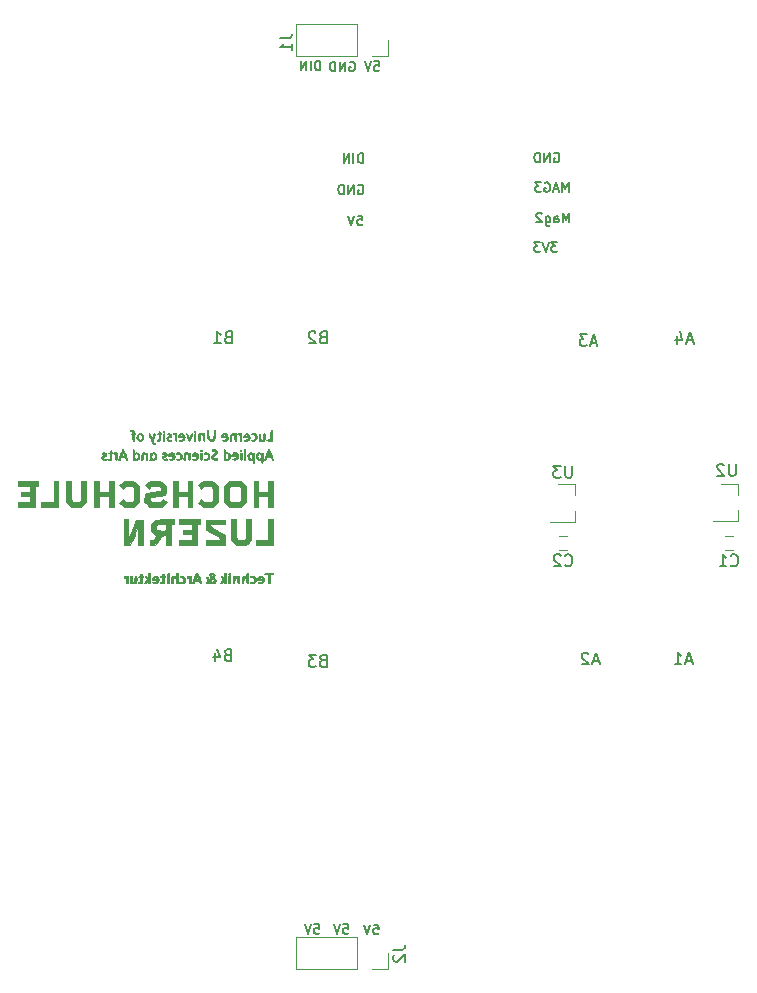
<source format=gbr>
G04 #@! TF.GenerationSoftware,KiCad,Pcbnew,(5.1.5)-3*
G04 #@! TF.CreationDate,2020-06-25T09:37:35+02:00*
G04 #@! TF.ProjectId,StepperClockMotor,53746570-7065-4724-936c-6f636b4d6f74,v1.1*
G04 #@! TF.SameCoordinates,Original*
G04 #@! TF.FileFunction,Legend,Bot*
G04 #@! TF.FilePolarity,Positive*
%FSLAX46Y46*%
G04 Gerber Fmt 4.6, Leading zero omitted, Abs format (unit mm)*
G04 Created by KiCad (PCBNEW (5.1.5)-3) date 2020-06-25 09:37:35*
%MOMM*%
%LPD*%
G04 APERTURE LIST*
%ADD10C,0.200000*%
%ADD11C,0.120000*%
%ADD12C,0.010000*%
%ADD13C,0.150000*%
G04 APERTURE END LIST*
D10*
X103508180Y-179172644D02*
X103889133Y-179172644D01*
X103927228Y-179553597D01*
X103889133Y-179515501D01*
X103812942Y-179477406D01*
X103622466Y-179477406D01*
X103546276Y-179515501D01*
X103508180Y-179553597D01*
X103470085Y-179629787D01*
X103470085Y-179820263D01*
X103508180Y-179896454D01*
X103546276Y-179934549D01*
X103622466Y-179972644D01*
X103812942Y-179972644D01*
X103889133Y-179934549D01*
X103927228Y-179896454D01*
X103241514Y-179172644D02*
X102974847Y-179972644D01*
X102708180Y-179172644D01*
X100938180Y-179122644D02*
X101319133Y-179122644D01*
X101357228Y-179503597D01*
X101319133Y-179465501D01*
X101242942Y-179427406D01*
X101052466Y-179427406D01*
X100976276Y-179465501D01*
X100938180Y-179503597D01*
X100900085Y-179579787D01*
X100900085Y-179770263D01*
X100938180Y-179846454D01*
X100976276Y-179884549D01*
X101052466Y-179922644D01*
X101242942Y-179922644D01*
X101319133Y-179884549D01*
X101357228Y-179846454D01*
X100671514Y-179122644D02*
X100404847Y-179922644D01*
X100138180Y-179122644D01*
X102148180Y-119132644D02*
X102529133Y-119132644D01*
X102567228Y-119513597D01*
X102529133Y-119475501D01*
X102452942Y-119437406D01*
X102262466Y-119437406D01*
X102186276Y-119475501D01*
X102148180Y-119513597D01*
X102110085Y-119589787D01*
X102110085Y-119780263D01*
X102148180Y-119856454D01*
X102186276Y-119894549D01*
X102262466Y-119932644D01*
X102452942Y-119932644D01*
X102529133Y-119894549D01*
X102567228Y-119856454D01*
X101881514Y-119132644D02*
X101614847Y-119932644D01*
X101348180Y-119132644D01*
X102195323Y-116540740D02*
X102271514Y-116502644D01*
X102385800Y-116502644D01*
X102500085Y-116540740D01*
X102576276Y-116616930D01*
X102614371Y-116693120D01*
X102652466Y-116845501D01*
X102652466Y-116959787D01*
X102614371Y-117112168D01*
X102576276Y-117188359D01*
X102500085Y-117264549D01*
X102385800Y-117302644D01*
X102309609Y-117302644D01*
X102195323Y-117264549D01*
X102157228Y-117226454D01*
X102157228Y-116959787D01*
X102309609Y-116959787D01*
X101814371Y-117302644D02*
X101814371Y-116502644D01*
X101357228Y-117302644D01*
X101357228Y-116502644D01*
X100976276Y-117302644D02*
X100976276Y-116502644D01*
X100785800Y-116502644D01*
X100671514Y-116540740D01*
X100595323Y-116616930D01*
X100557228Y-116693120D01*
X100519133Y-116845501D01*
X100519133Y-116959787D01*
X100557228Y-117112168D01*
X100595323Y-117188359D01*
X100671514Y-117264549D01*
X100785800Y-117302644D01*
X100976276Y-117302644D01*
X102604847Y-114662644D02*
X102604847Y-113862644D01*
X102414371Y-113862644D01*
X102300085Y-113900740D01*
X102223895Y-113976930D01*
X102185800Y-114053120D01*
X102147704Y-114205501D01*
X102147704Y-114319787D01*
X102185800Y-114472168D01*
X102223895Y-114548359D01*
X102300085Y-114624549D01*
X102414371Y-114662644D01*
X102604847Y-114662644D01*
X101804847Y-114662644D02*
X101804847Y-113862644D01*
X101423895Y-114662644D02*
X101423895Y-113862644D01*
X100966752Y-114662644D01*
X100966752Y-113862644D01*
X119056276Y-121382644D02*
X118561038Y-121382644D01*
X118827704Y-121687406D01*
X118713419Y-121687406D01*
X118637228Y-121725501D01*
X118599133Y-121763597D01*
X118561038Y-121839787D01*
X118561038Y-122030263D01*
X118599133Y-122106454D01*
X118637228Y-122144549D01*
X118713419Y-122182644D01*
X118941990Y-122182644D01*
X119018180Y-122144549D01*
X119056276Y-122106454D01*
X118332466Y-121382644D02*
X118065800Y-122182644D01*
X117799133Y-121382644D01*
X117608657Y-121382644D02*
X117113419Y-121382644D01*
X117380085Y-121687406D01*
X117265800Y-121687406D01*
X117189609Y-121725501D01*
X117151514Y-121763597D01*
X117113419Y-121839787D01*
X117113419Y-122030263D01*
X117151514Y-122106454D01*
X117189609Y-122144549D01*
X117265800Y-122182644D01*
X117494371Y-122182644D01*
X117570561Y-122144549D01*
X117608657Y-122106454D01*
X120057228Y-119702644D02*
X120057228Y-118902644D01*
X119790561Y-119474073D01*
X119523895Y-118902644D01*
X119523895Y-119702644D01*
X118800085Y-119702644D02*
X118800085Y-119283597D01*
X118838180Y-119207406D01*
X118914371Y-119169311D01*
X119066752Y-119169311D01*
X119142942Y-119207406D01*
X118800085Y-119664549D02*
X118876276Y-119702644D01*
X119066752Y-119702644D01*
X119142942Y-119664549D01*
X119181038Y-119588359D01*
X119181038Y-119512168D01*
X119142942Y-119435978D01*
X119066752Y-119397882D01*
X118876276Y-119397882D01*
X118800085Y-119359787D01*
X118076276Y-119169311D02*
X118076276Y-119816930D01*
X118114371Y-119893120D01*
X118152466Y-119931216D01*
X118228657Y-119969311D01*
X118342942Y-119969311D01*
X118419133Y-119931216D01*
X118076276Y-119664549D02*
X118152466Y-119702644D01*
X118304847Y-119702644D01*
X118381038Y-119664549D01*
X118419133Y-119626454D01*
X118457228Y-119550263D01*
X118457228Y-119321692D01*
X118419133Y-119245501D01*
X118381038Y-119207406D01*
X118304847Y-119169311D01*
X118152466Y-119169311D01*
X118076276Y-119207406D01*
X117733419Y-118978835D02*
X117695323Y-118940740D01*
X117619133Y-118902644D01*
X117428657Y-118902644D01*
X117352466Y-118940740D01*
X117314371Y-118978835D01*
X117276276Y-119055025D01*
X117276276Y-119131216D01*
X117314371Y-119245501D01*
X117771514Y-119702644D01*
X117276276Y-119702644D01*
X120016276Y-117112644D02*
X120016276Y-116312644D01*
X119749609Y-116884073D01*
X119482942Y-116312644D01*
X119482942Y-117112644D01*
X119140085Y-116884073D02*
X118759133Y-116884073D01*
X119216276Y-117112644D02*
X118949609Y-116312644D01*
X118682942Y-117112644D01*
X117997228Y-116350740D02*
X118073419Y-116312644D01*
X118187704Y-116312644D01*
X118301990Y-116350740D01*
X118378180Y-116426930D01*
X118416276Y-116503120D01*
X118454371Y-116655501D01*
X118454371Y-116769787D01*
X118416276Y-116922168D01*
X118378180Y-116998359D01*
X118301990Y-117074549D01*
X118187704Y-117112644D01*
X118111514Y-117112644D01*
X117997228Y-117074549D01*
X117959133Y-117036454D01*
X117959133Y-116769787D01*
X118111514Y-116769787D01*
X117692466Y-116312644D02*
X117197228Y-116312644D01*
X117463895Y-116617406D01*
X117349609Y-116617406D01*
X117273419Y-116655501D01*
X117235323Y-116693597D01*
X117197228Y-116769787D01*
X117197228Y-116960263D01*
X117235323Y-117036454D01*
X117273419Y-117074549D01*
X117349609Y-117112644D01*
X117578180Y-117112644D01*
X117654371Y-117074549D01*
X117692466Y-117036454D01*
X103548180Y-106072644D02*
X103929133Y-106072644D01*
X103967228Y-106453597D01*
X103929133Y-106415501D01*
X103852942Y-106377406D01*
X103662466Y-106377406D01*
X103586276Y-106415501D01*
X103548180Y-106453597D01*
X103510085Y-106529787D01*
X103510085Y-106720263D01*
X103548180Y-106796454D01*
X103586276Y-106834549D01*
X103662466Y-106872644D01*
X103852942Y-106872644D01*
X103929133Y-106834549D01*
X103967228Y-106796454D01*
X103281514Y-106072644D02*
X103014847Y-106872644D01*
X102748180Y-106072644D01*
X118785323Y-113820740D02*
X118861514Y-113782644D01*
X118975800Y-113782644D01*
X119090085Y-113820740D01*
X119166276Y-113896930D01*
X119204371Y-113973120D01*
X119242466Y-114125501D01*
X119242466Y-114239787D01*
X119204371Y-114392168D01*
X119166276Y-114468359D01*
X119090085Y-114544549D01*
X118975800Y-114582644D01*
X118899609Y-114582644D01*
X118785323Y-114544549D01*
X118747228Y-114506454D01*
X118747228Y-114239787D01*
X118899609Y-114239787D01*
X118404371Y-114582644D02*
X118404371Y-113782644D01*
X117947228Y-114582644D01*
X117947228Y-113782644D01*
X117566276Y-114582644D02*
X117566276Y-113782644D01*
X117375800Y-113782644D01*
X117261514Y-113820740D01*
X117185323Y-113896930D01*
X117147228Y-113973120D01*
X117109133Y-114125501D01*
X117109133Y-114239787D01*
X117147228Y-114392168D01*
X117185323Y-114468359D01*
X117261514Y-114544549D01*
X117375800Y-114582644D01*
X117566276Y-114582644D01*
X98974847Y-106832644D02*
X98974847Y-106032644D01*
X98784371Y-106032644D01*
X98670085Y-106070740D01*
X98593895Y-106146930D01*
X98555800Y-106223120D01*
X98517704Y-106375501D01*
X98517704Y-106489787D01*
X98555800Y-106642168D01*
X98593895Y-106718359D01*
X98670085Y-106794549D01*
X98784371Y-106832644D01*
X98974847Y-106832644D01*
X98174847Y-106832644D02*
X98174847Y-106032644D01*
X97793895Y-106832644D02*
X97793895Y-106032644D01*
X97336752Y-106832644D01*
X97336752Y-106032644D01*
X101485323Y-106130740D02*
X101561514Y-106092644D01*
X101675800Y-106092644D01*
X101790085Y-106130740D01*
X101866276Y-106206930D01*
X101904371Y-106283120D01*
X101942466Y-106435501D01*
X101942466Y-106549787D01*
X101904371Y-106702168D01*
X101866276Y-106778359D01*
X101790085Y-106854549D01*
X101675800Y-106892644D01*
X101599609Y-106892644D01*
X101485323Y-106854549D01*
X101447228Y-106816454D01*
X101447228Y-106549787D01*
X101599609Y-106549787D01*
X101104371Y-106892644D02*
X101104371Y-106092644D01*
X100647228Y-106892644D01*
X100647228Y-106092644D01*
X100266276Y-106892644D02*
X100266276Y-106092644D01*
X100075800Y-106092644D01*
X99961514Y-106130740D01*
X99885323Y-106206930D01*
X99847228Y-106283120D01*
X99809133Y-106435501D01*
X99809133Y-106549787D01*
X99847228Y-106702168D01*
X99885323Y-106778359D01*
X99961514Y-106854549D01*
X100075800Y-106892644D01*
X100266276Y-106892644D01*
X98498180Y-179122644D02*
X98879133Y-179122644D01*
X98917228Y-179503597D01*
X98879133Y-179465501D01*
X98802942Y-179427406D01*
X98612466Y-179427406D01*
X98536276Y-179465501D01*
X98498180Y-179503597D01*
X98460085Y-179579787D01*
X98460085Y-179770263D01*
X98498180Y-179846454D01*
X98536276Y-179884549D01*
X98612466Y-179922644D01*
X98802942Y-179922644D01*
X98879133Y-179884549D01*
X98917228Y-179846454D01*
X98231514Y-179122644D02*
X97964847Y-179922644D01*
X97698180Y-179122644D01*
D11*
X96967800Y-182880740D02*
X96967800Y-180220740D01*
X102107800Y-182880740D02*
X96967800Y-182880740D01*
X102107800Y-180220740D02*
X96967800Y-180220740D01*
X102107800Y-182880740D02*
X102107800Y-180220740D01*
X103377800Y-182880740D02*
X104707800Y-182880740D01*
X104707800Y-182880740D02*
X104707800Y-181550740D01*
X96965800Y-105590740D02*
X96965800Y-102930740D01*
X102105800Y-105590740D02*
X96965800Y-105590740D01*
X102105800Y-102930740D02*
X96965800Y-102930740D01*
X102105800Y-105590740D02*
X102105800Y-102930740D01*
X103375800Y-105590740D02*
X104705800Y-105590740D01*
X104705800Y-105590740D02*
X104705800Y-104260740D01*
X120575800Y-141870740D02*
X120575800Y-142800740D01*
X120575800Y-145030740D02*
X120575800Y-144100740D01*
X120575800Y-145030740D02*
X118415800Y-145030740D01*
X120575800Y-141870740D02*
X119115800Y-141870740D01*
X134395800Y-141830740D02*
X134395800Y-142760740D01*
X134395800Y-144990740D02*
X134395800Y-144060740D01*
X134395800Y-144990740D02*
X132235800Y-144990740D01*
X134395800Y-141830740D02*
X132935800Y-141830740D01*
D12*
G36*
X94465205Y-149380720D02*
G01*
X94364877Y-149384243D01*
X94306091Y-149392554D01*
X94277867Y-149407648D01*
X94269230Y-149431522D01*
X94268800Y-149443490D01*
X94278149Y-149483172D01*
X94316966Y-149501937D01*
X94401412Y-149506965D01*
X94411675Y-149506990D01*
X94554550Y-149506990D01*
X94554550Y-149887990D01*
X94555319Y-150049314D01*
X94558684Y-150157568D01*
X94566240Y-150223173D01*
X94579578Y-150256550D01*
X94600289Y-150268120D01*
X94612759Y-150268990D01*
X94673129Y-150258624D01*
X94692134Y-150247823D01*
X94700574Y-150209361D01*
X94707417Y-150121038D01*
X94711903Y-149996489D01*
X94713300Y-149866823D01*
X94713300Y-149506990D01*
X94840300Y-149506990D01*
X94923389Y-149501664D01*
X94960110Y-149480142D01*
X94967300Y-149443490D01*
X94963281Y-149415699D01*
X94943906Y-149397458D01*
X94898198Y-149386770D01*
X94815179Y-149381638D01*
X94683873Y-149380068D01*
X94618050Y-149379990D01*
X94465205Y-149380720D01*
G37*
X94465205Y-149380720D02*
X94364877Y-149384243D01*
X94306091Y-149392554D01*
X94277867Y-149407648D01*
X94269230Y-149431522D01*
X94268800Y-149443490D01*
X94278149Y-149483172D01*
X94316966Y-149501937D01*
X94401412Y-149506965D01*
X94411675Y-149506990D01*
X94554550Y-149506990D01*
X94554550Y-149887990D01*
X94555319Y-150049314D01*
X94558684Y-150157568D01*
X94566240Y-150223173D01*
X94579578Y-150256550D01*
X94600289Y-150268120D01*
X94612759Y-150268990D01*
X94673129Y-150258624D01*
X94692134Y-150247823D01*
X94700574Y-150209361D01*
X94707417Y-150121038D01*
X94711903Y-149996489D01*
X94713300Y-149866823D01*
X94713300Y-149506990D01*
X94840300Y-149506990D01*
X94923389Y-149501664D01*
X94960110Y-149480142D01*
X94967300Y-149443490D01*
X94963281Y-149415699D01*
X94943906Y-149397458D01*
X94898198Y-149386770D01*
X94815179Y-149381638D01*
X94683873Y-149380068D01*
X94618050Y-149379990D01*
X94465205Y-149380720D01*
G36*
X93816657Y-149641411D02*
G01*
X93728239Y-149693058D01*
X93677882Y-149780210D01*
X93659775Y-149873924D01*
X93649675Y-149967365D01*
X94094175Y-149999115D01*
X94019052Y-150074238D01*
X93951663Y-150125169D01*
X93874263Y-150137860D01*
X93822742Y-150133107D01*
X93735131Y-150129169D01*
X93691164Y-150150699D01*
X93682478Y-150166570D01*
X93686425Y-150222645D01*
X93704163Y-150242152D01*
X93777941Y-150263533D01*
X93884494Y-150267664D01*
X93995939Y-150256081D01*
X94084392Y-150230322D01*
X94102056Y-150220216D01*
X94156704Y-150158091D01*
X94202265Y-150067374D01*
X94208467Y-150048692D01*
X94221241Y-149914679D01*
X94198822Y-149841463D01*
X94046550Y-149841463D01*
X94046550Y-149841482D01*
X94019646Y-149870863D01*
X93956268Y-149886992D01*
X93882420Y-149887965D01*
X93824109Y-149871878D01*
X93810007Y-149858799D01*
X93816587Y-149819799D01*
X93851615Y-149768617D01*
X93894129Y-149732957D01*
X93908031Y-149729240D01*
X93965732Y-149749502D01*
X94021523Y-149794703D01*
X94046550Y-149841463D01*
X94198822Y-149841463D01*
X94184415Y-149794416D01*
X94108594Y-149698926D01*
X94004383Y-149639235D01*
X93882387Y-149626366D01*
X93816657Y-149641411D01*
G37*
X93816657Y-149641411D02*
X93728239Y-149693058D01*
X93677882Y-149780210D01*
X93659775Y-149873924D01*
X93649675Y-149967365D01*
X94094175Y-149999115D01*
X94019052Y-150074238D01*
X93951663Y-150125169D01*
X93874263Y-150137860D01*
X93822742Y-150133107D01*
X93735131Y-150129169D01*
X93691164Y-150150699D01*
X93682478Y-150166570D01*
X93686425Y-150222645D01*
X93704163Y-150242152D01*
X93777941Y-150263533D01*
X93884494Y-150267664D01*
X93995939Y-150256081D01*
X94084392Y-150230322D01*
X94102056Y-150220216D01*
X94156704Y-150158091D01*
X94202265Y-150067374D01*
X94208467Y-150048692D01*
X94221241Y-149914679D01*
X94198822Y-149841463D01*
X94046550Y-149841463D01*
X94046550Y-149841482D01*
X94019646Y-149870863D01*
X93956268Y-149886992D01*
X93882420Y-149887965D01*
X93824109Y-149871878D01*
X93810007Y-149858799D01*
X93816587Y-149819799D01*
X93851615Y-149768617D01*
X93894129Y-149732957D01*
X93908031Y-149729240D01*
X93965732Y-149749502D01*
X94021523Y-149794703D01*
X94046550Y-149841463D01*
X94198822Y-149841463D01*
X94184415Y-149794416D01*
X94108594Y-149698926D01*
X94004383Y-149639235D01*
X93882387Y-149626366D01*
X93816657Y-149641411D01*
G36*
X93133179Y-149632694D02*
G01*
X93067759Y-149651095D01*
X93056696Y-149658644D01*
X93036217Y-149706564D01*
X93065714Y-149742213D01*
X93131664Y-149753348D01*
X93157488Y-149749889D01*
X93261513Y-149752268D01*
X93329947Y-149806597D01*
X93360830Y-149910962D01*
X93362482Y-149950006D01*
X93348655Y-150058571D01*
X93300821Y-150117893D01*
X93209452Y-150136678D01*
X93160086Y-150134906D01*
X93078926Y-150142749D01*
X93034927Y-150173188D01*
X93038113Y-150214939D01*
X93066368Y-150240425D01*
X93129309Y-150259082D01*
X93223391Y-150267054D01*
X93319568Y-150263968D01*
X93388796Y-150249450D01*
X93397516Y-150244691D01*
X93487116Y-150147098D01*
X93531464Y-150021679D01*
X93528718Y-149886953D01*
X93477039Y-149761436D01*
X93449129Y-149725411D01*
X93374474Y-149657087D01*
X93294850Y-149629139D01*
X93224858Y-149625330D01*
X93133179Y-149632694D01*
G37*
X93133179Y-149632694D02*
X93067759Y-149651095D01*
X93056696Y-149658644D01*
X93036217Y-149706564D01*
X93065714Y-149742213D01*
X93131664Y-149753348D01*
X93157488Y-149749889D01*
X93261513Y-149752268D01*
X93329947Y-149806597D01*
X93360830Y-149910962D01*
X93362482Y-149950006D01*
X93348655Y-150058571D01*
X93300821Y-150117893D01*
X93209452Y-150136678D01*
X93160086Y-150134906D01*
X93078926Y-150142749D01*
X93034927Y-150173188D01*
X93038113Y-150214939D01*
X93066368Y-150240425D01*
X93129309Y-150259082D01*
X93223391Y-150267054D01*
X93319568Y-150263968D01*
X93388796Y-150249450D01*
X93397516Y-150244691D01*
X93487116Y-150147098D01*
X93531464Y-150021679D01*
X93528718Y-149886953D01*
X93477039Y-149761436D01*
X93449129Y-149725411D01*
X93374474Y-149657087D01*
X93294850Y-149629139D01*
X93224858Y-149625330D01*
X93133179Y-149632694D01*
G36*
X92753168Y-149376950D02*
G01*
X92745616Y-149439503D01*
X92744800Y-149508178D01*
X92741751Y-149604237D01*
X92729697Y-149649462D01*
X92704278Y-149656346D01*
X92694226Y-149653126D01*
X92583198Y-149617651D01*
X92506251Y-149615999D01*
X92442648Y-149649940D01*
X92413023Y-149677130D01*
X92372125Y-149724064D01*
X92347858Y-149775371D01*
X92335974Y-149848697D01*
X92332226Y-149961691D01*
X92332050Y-150013546D01*
X92332885Y-150139954D01*
X92338064Y-150215782D01*
X92351602Y-150253950D01*
X92377515Y-150267378D01*
X92411425Y-150268990D01*
X92451733Y-150266039D01*
X92475394Y-150248290D01*
X92486839Y-150202393D01*
X92490498Y-150115001D01*
X92490800Y-150029868D01*
X92496290Y-149887393D01*
X92516077Y-149800908D01*
X92555142Y-149763593D01*
X92618465Y-149768625D01*
X92667450Y-149787885D01*
X92708192Y-149811775D01*
X92731427Y-149847651D01*
X92742002Y-149911683D01*
X92744760Y-150020039D01*
X92744800Y-150046059D01*
X92746461Y-150162987D01*
X92754064Y-150230041D01*
X92771541Y-150260812D01*
X92802827Y-150268894D01*
X92809297Y-150268990D01*
X92869189Y-150251099D01*
X92889667Y-150227623D01*
X92894984Y-150181621D01*
X92898126Y-150085590D01*
X92898888Y-149952972D01*
X92897063Y-149797209D01*
X92896608Y-149775185D01*
X92892492Y-149607164D01*
X92887420Y-149492198D01*
X92879404Y-149419853D01*
X92866451Y-149379693D01*
X92846570Y-149361284D01*
X92817770Y-149354188D01*
X92816238Y-149353969D01*
X92774419Y-149353381D01*
X92753168Y-149376950D01*
G37*
X92753168Y-149376950D02*
X92745616Y-149439503D01*
X92744800Y-149508178D01*
X92741751Y-149604237D01*
X92729697Y-149649462D01*
X92704278Y-149656346D01*
X92694226Y-149653126D01*
X92583198Y-149617651D01*
X92506251Y-149615999D01*
X92442648Y-149649940D01*
X92413023Y-149677130D01*
X92372125Y-149724064D01*
X92347858Y-149775371D01*
X92335974Y-149848697D01*
X92332226Y-149961691D01*
X92332050Y-150013546D01*
X92332885Y-150139954D01*
X92338064Y-150215782D01*
X92351602Y-150253950D01*
X92377515Y-150267378D01*
X92411425Y-150268990D01*
X92451733Y-150266039D01*
X92475394Y-150248290D01*
X92486839Y-150202393D01*
X92490498Y-150115001D01*
X92490800Y-150029868D01*
X92496290Y-149887393D01*
X92516077Y-149800908D01*
X92555142Y-149763593D01*
X92618465Y-149768625D01*
X92667450Y-149787885D01*
X92708192Y-149811775D01*
X92731427Y-149847651D01*
X92742002Y-149911683D01*
X92744760Y-150020039D01*
X92744800Y-150046059D01*
X92746461Y-150162987D01*
X92754064Y-150230041D01*
X92771541Y-150260812D01*
X92802827Y-150268894D01*
X92809297Y-150268990D01*
X92869189Y-150251099D01*
X92889667Y-150227623D01*
X92894984Y-150181621D01*
X92898126Y-150085590D01*
X92898888Y-149952972D01*
X92897063Y-149797209D01*
X92896608Y-149775185D01*
X92892492Y-149607164D01*
X92887420Y-149492198D01*
X92879404Y-149419853D01*
X92866451Y-149379693D01*
X92846570Y-149361284D01*
X92817770Y-149354188D01*
X92816238Y-149353969D01*
X92774419Y-149353381D01*
X92753168Y-149376950D01*
G36*
X91680212Y-149647650D02*
G01*
X91674946Y-149651026D01*
X91639920Y-149679062D01*
X91618272Y-149716751D01*
X91606827Y-149778543D01*
X91602410Y-149878888D01*
X91601800Y-149983971D01*
X91602867Y-150119528D01*
X91607862Y-150203697D01*
X91619484Y-150248579D01*
X91640427Y-150266275D01*
X91665300Y-150268990D01*
X91698906Y-150262893D01*
X91718037Y-150235481D01*
X91726673Y-150173066D01*
X91728793Y-150061965D01*
X91728800Y-150050627D01*
X91736582Y-149904406D01*
X91762733Y-149813400D01*
X91811463Y-149770925D01*
X91886980Y-149770294D01*
X91903013Y-149773924D01*
X91943735Y-149787900D01*
X91967558Y-149814106D01*
X91978994Y-149867111D01*
X91982559Y-149961488D01*
X91982800Y-150031469D01*
X91983796Y-150152402D01*
X91989765Y-150223229D01*
X92005185Y-150257343D01*
X92034529Y-150268136D01*
X92062175Y-150268990D01*
X92141550Y-150268990D01*
X92141550Y-149626052D01*
X92049223Y-149644518D01*
X91951274Y-149648639D01*
X91852494Y-149633041D01*
X91757481Y-149619655D01*
X91680212Y-149647650D01*
G37*
X91680212Y-149647650D02*
X91674946Y-149651026D01*
X91639920Y-149679062D01*
X91618272Y-149716751D01*
X91606827Y-149778543D01*
X91602410Y-149878888D01*
X91601800Y-149983971D01*
X91602867Y-150119528D01*
X91607862Y-150203697D01*
X91619484Y-150248579D01*
X91640427Y-150266275D01*
X91665300Y-150268990D01*
X91698906Y-150262893D01*
X91718037Y-150235481D01*
X91726673Y-150173066D01*
X91728793Y-150061965D01*
X91728800Y-150050627D01*
X91736582Y-149904406D01*
X91762733Y-149813400D01*
X91811463Y-149770925D01*
X91886980Y-149770294D01*
X91903013Y-149773924D01*
X91943735Y-149787900D01*
X91967558Y-149814106D01*
X91978994Y-149867111D01*
X91982559Y-149961488D01*
X91982800Y-150031469D01*
X91983796Y-150152402D01*
X91989765Y-150223229D01*
X92005185Y-150257343D01*
X92034529Y-150268136D01*
X92062175Y-150268990D01*
X92141550Y-150268990D01*
X92141550Y-149626052D01*
X92049223Y-149644518D01*
X91951274Y-149648639D01*
X91852494Y-149633041D01*
X91757481Y-149619655D01*
X91680212Y-149647650D01*
G36*
X91220800Y-150268990D02*
G01*
X91379550Y-150268990D01*
X91379550Y-149633990D01*
X91220800Y-149633990D01*
X91220800Y-150268990D01*
G37*
X91220800Y-150268990D02*
X91379550Y-150268990D01*
X91379550Y-149633990D01*
X91220800Y-149633990D01*
X91220800Y-150268990D01*
G36*
X90912021Y-149350865D02*
G01*
X90888437Y-149367246D01*
X90876254Y-149410144D01*
X90871555Y-149492316D01*
X90870486Y-149610177D01*
X90869421Y-149872115D01*
X90772156Y-149753052D01*
X90702781Y-149682575D01*
X90637976Y-149639864D01*
X90614471Y-149633990D01*
X90567220Y-149642510D01*
X90560271Y-149674169D01*
X90594707Y-149738118D01*
X90633219Y-149792459D01*
X90672787Y-149847516D01*
X90691021Y-149889737D01*
X90684740Y-149934658D01*
X90650762Y-149997815D01*
X90585904Y-150094741D01*
X90565057Y-150125242D01*
X90526071Y-150205983D01*
X90539368Y-150254799D01*
X90593738Y-150268933D01*
X90655003Y-150246496D01*
X90722391Y-150174342D01*
X90760425Y-150118120D01*
X90855675Y-149967365D01*
X90865353Y-150118177D01*
X90874612Y-150209727D01*
X90893280Y-150254258D01*
X90930898Y-150268251D01*
X90952665Y-150268990D01*
X91030300Y-150268990D01*
X91030300Y-149348240D01*
X90950925Y-149348240D01*
X90912021Y-149350865D01*
G37*
X90912021Y-149350865D02*
X90888437Y-149367246D01*
X90876254Y-149410144D01*
X90871555Y-149492316D01*
X90870486Y-149610177D01*
X90869421Y-149872115D01*
X90772156Y-149753052D01*
X90702781Y-149682575D01*
X90637976Y-149639864D01*
X90614471Y-149633990D01*
X90567220Y-149642510D01*
X90560271Y-149674169D01*
X90594707Y-149738118D01*
X90633219Y-149792459D01*
X90672787Y-149847516D01*
X90691021Y-149889737D01*
X90684740Y-149934658D01*
X90650762Y-149997815D01*
X90585904Y-150094741D01*
X90565057Y-150125242D01*
X90526071Y-150205983D01*
X90539368Y-150254799D01*
X90593738Y-150268933D01*
X90655003Y-150246496D01*
X90722391Y-150174342D01*
X90760425Y-150118120D01*
X90855675Y-149967365D01*
X90865353Y-150118177D01*
X90874612Y-150209727D01*
X90893280Y-150254258D01*
X90930898Y-150268251D01*
X90952665Y-150268990D01*
X91030300Y-150268990D01*
X91030300Y-149348240D01*
X90950925Y-149348240D01*
X90912021Y-149350865D01*
G36*
X89669842Y-149407079D02*
G01*
X89665050Y-149411740D01*
X89609437Y-149503983D01*
X89615672Y-149602714D01*
X89670786Y-149687719D01*
X89740021Y-149761417D01*
X89650052Y-149855324D01*
X89579210Y-149918577D01*
X89533533Y-149925786D01*
X89503619Y-149874175D01*
X89488122Y-149807501D01*
X89461264Y-149726784D01*
X89416783Y-149697999D01*
X89407517Y-149697490D01*
X89358773Y-149721662D01*
X89350617Y-149793080D01*
X89383122Y-149910099D01*
X89396891Y-149944572D01*
X89426045Y-150022035D01*
X89425185Y-150067527D01*
X89389928Y-150107175D01*
X89366411Y-150126295D01*
X89312436Y-150184485D01*
X89313593Y-150233544D01*
X89315194Y-150236258D01*
X89341743Y-150262625D01*
X89384339Y-150259497D01*
X89458136Y-150228016D01*
X89538727Y-150194896D01*
X89596500Y-150192757D01*
X89663471Y-150220549D01*
X89664811Y-150221241D01*
X89789320Y-150261285D01*
X89917012Y-150263080D01*
X90023382Y-150227132D01*
X90042437Y-150213427D01*
X90097313Y-150141539D01*
X90128382Y-150059258D01*
X90131696Y-149983600D01*
X90127551Y-149974099D01*
X89973383Y-149974099D01*
X89970805Y-150041560D01*
X89932658Y-150092097D01*
X89857178Y-150133623D01*
X89770780Y-150137232D01*
X89703100Y-150101902D01*
X89701543Y-150100079D01*
X89689771Y-150059011D01*
X89718591Y-149999675D01*
X89757739Y-149949266D01*
X89815257Y-149883538D01*
X89851607Y-149860839D01*
X89886075Y-149875255D01*
X89915634Y-149900848D01*
X89973383Y-149974099D01*
X90127551Y-149974099D01*
X90101470Y-149914320D01*
X90052095Y-149852099D01*
X89994909Y-149781624D01*
X89976035Y-149733777D01*
X89989217Y-149685955D01*
X90000292Y-149664956D01*
X90038736Y-149574507D01*
X90032448Y-149520922D01*
X89875074Y-149520922D01*
X89872709Y-149584838D01*
X89852836Y-149621386D01*
X89816532Y-149653836D01*
X89785053Y-149634621D01*
X89769481Y-149614328D01*
X89740440Y-149555229D01*
X89738691Y-149524148D01*
X89777596Y-149486949D01*
X89834640Y-149485632D01*
X89875074Y-149520922D01*
X90032448Y-149520922D01*
X90030567Y-149504903D01*
X89972317Y-149430396D01*
X89968119Y-149426171D01*
X89868621Y-149362065D01*
X89764606Y-149355482D01*
X89669842Y-149407079D01*
G37*
X89669842Y-149407079D02*
X89665050Y-149411740D01*
X89609437Y-149503983D01*
X89615672Y-149602714D01*
X89670786Y-149687719D01*
X89740021Y-149761417D01*
X89650052Y-149855324D01*
X89579210Y-149918577D01*
X89533533Y-149925786D01*
X89503619Y-149874175D01*
X89488122Y-149807501D01*
X89461264Y-149726784D01*
X89416783Y-149697999D01*
X89407517Y-149697490D01*
X89358773Y-149721662D01*
X89350617Y-149793080D01*
X89383122Y-149910099D01*
X89396891Y-149944572D01*
X89426045Y-150022035D01*
X89425185Y-150067527D01*
X89389928Y-150107175D01*
X89366411Y-150126295D01*
X89312436Y-150184485D01*
X89313593Y-150233544D01*
X89315194Y-150236258D01*
X89341743Y-150262625D01*
X89384339Y-150259497D01*
X89458136Y-150228016D01*
X89538727Y-150194896D01*
X89596500Y-150192757D01*
X89663471Y-150220549D01*
X89664811Y-150221241D01*
X89789320Y-150261285D01*
X89917012Y-150263080D01*
X90023382Y-150227132D01*
X90042437Y-150213427D01*
X90097313Y-150141539D01*
X90128382Y-150059258D01*
X90131696Y-149983600D01*
X90127551Y-149974099D01*
X89973383Y-149974099D01*
X89970805Y-150041560D01*
X89932658Y-150092097D01*
X89857178Y-150133623D01*
X89770780Y-150137232D01*
X89703100Y-150101902D01*
X89701543Y-150100079D01*
X89689771Y-150059011D01*
X89718591Y-149999675D01*
X89757739Y-149949266D01*
X89815257Y-149883538D01*
X89851607Y-149860839D01*
X89886075Y-149875255D01*
X89915634Y-149900848D01*
X89973383Y-149974099D01*
X90127551Y-149974099D01*
X90101470Y-149914320D01*
X90052095Y-149852099D01*
X89994909Y-149781624D01*
X89976035Y-149733777D01*
X89989217Y-149685955D01*
X90000292Y-149664956D01*
X90038736Y-149574507D01*
X90032448Y-149520922D01*
X89875074Y-149520922D01*
X89872709Y-149584838D01*
X89852836Y-149621386D01*
X89816532Y-149653836D01*
X89785053Y-149634621D01*
X89769481Y-149614328D01*
X89740440Y-149555229D01*
X89738691Y-149524148D01*
X89777596Y-149486949D01*
X89834640Y-149485632D01*
X89875074Y-149520922D01*
X90032448Y-149520922D01*
X90030567Y-149504903D01*
X89972317Y-149430396D01*
X89968119Y-149426171D01*
X89868621Y-149362065D01*
X89764606Y-149355482D01*
X89669842Y-149407079D01*
G36*
X88530150Y-149386245D02*
G01*
X88495558Y-149396686D01*
X88463521Y-149425014D01*
X88428647Y-149480616D01*
X88385546Y-149572883D01*
X88328825Y-149711202D01*
X88296730Y-149792740D01*
X88239306Y-149942589D01*
X88191446Y-150073062D01*
X88157517Y-150171840D01*
X88141880Y-150226605D01*
X88141328Y-150231411D01*
X88168363Y-150261329D01*
X88227353Y-150263161D01*
X88295474Y-150238958D01*
X88335277Y-150174621D01*
X88343070Y-150149927D01*
X88364042Y-150089863D01*
X88395035Y-150059245D01*
X88454946Y-150048175D01*
X88540056Y-150046740D01*
X88638314Y-150049077D01*
X88692678Y-150063198D01*
X88722745Y-150099764D01*
X88744300Y-150157865D01*
X88780780Y-150236111D01*
X88830061Y-150266629D01*
X88857888Y-150268990D01*
X88916432Y-150263075D01*
X88934800Y-150252247D01*
X88924106Y-150218156D01*
X88894699Y-150135748D01*
X88850595Y-150016003D01*
X88810706Y-149909627D01*
X88649050Y-149909627D01*
X88621057Y-149916265D01*
X88552074Y-149919634D01*
X88535786Y-149919740D01*
X88461872Y-149915636D01*
X88436577Y-149895590D01*
X88445071Y-149848302D01*
X88471254Y-149768712D01*
X88504256Y-149672311D01*
X88506554Y-149665740D01*
X88545487Y-149554615D01*
X88597269Y-149727065D01*
X88625409Y-149822415D01*
X88644215Y-149889270D01*
X88649050Y-149909627D01*
X88810706Y-149909627D01*
X88795807Y-149869897D01*
X88771623Y-149806065D01*
X88707103Y-149638122D01*
X88659353Y-149521035D01*
X88623326Y-149446025D01*
X88593971Y-149404316D01*
X88566242Y-149387130D01*
X88535088Y-149385688D01*
X88530150Y-149386245D01*
G37*
X88530150Y-149386245D02*
X88495558Y-149396686D01*
X88463521Y-149425014D01*
X88428647Y-149480616D01*
X88385546Y-149572883D01*
X88328825Y-149711202D01*
X88296730Y-149792740D01*
X88239306Y-149942589D01*
X88191446Y-150073062D01*
X88157517Y-150171840D01*
X88141880Y-150226605D01*
X88141328Y-150231411D01*
X88168363Y-150261329D01*
X88227353Y-150263161D01*
X88295474Y-150238958D01*
X88335277Y-150174621D01*
X88343070Y-150149927D01*
X88364042Y-150089863D01*
X88395035Y-150059245D01*
X88454946Y-150048175D01*
X88540056Y-150046740D01*
X88638314Y-150049077D01*
X88692678Y-150063198D01*
X88722745Y-150099764D01*
X88744300Y-150157865D01*
X88780780Y-150236111D01*
X88830061Y-150266629D01*
X88857888Y-150268990D01*
X88916432Y-150263075D01*
X88934800Y-150252247D01*
X88924106Y-150218156D01*
X88894699Y-150135748D01*
X88850595Y-150016003D01*
X88810706Y-149909627D01*
X88649050Y-149909627D01*
X88621057Y-149916265D01*
X88552074Y-149919634D01*
X88535786Y-149919740D01*
X88461872Y-149915636D01*
X88436577Y-149895590D01*
X88445071Y-149848302D01*
X88471254Y-149768712D01*
X88504256Y-149672311D01*
X88506554Y-149665740D01*
X88545487Y-149554615D01*
X88597269Y-149727065D01*
X88625409Y-149822415D01*
X88644215Y-149889270D01*
X88649050Y-149909627D01*
X88810706Y-149909627D01*
X88795807Y-149869897D01*
X88771623Y-149806065D01*
X88707103Y-149638122D01*
X88659353Y-149521035D01*
X88623326Y-149446025D01*
X88593971Y-149404316D01*
X88566242Y-149387130D01*
X88535088Y-149385688D01*
X88530150Y-149386245D01*
G36*
X87686620Y-149646060D02*
G01*
X87671847Y-149685254D01*
X87678423Y-149736594D01*
X87728784Y-149764843D01*
X87758405Y-149771773D01*
X87855300Y-149791152D01*
X87855300Y-150030071D01*
X87856282Y-150151437D01*
X87862183Y-150222659D01*
X87877442Y-150257091D01*
X87906493Y-150268086D01*
X87934675Y-150268990D01*
X87970707Y-150267055D01*
X87993754Y-150253520D01*
X88006717Y-150216786D01*
X88012498Y-150145257D01*
X88013999Y-150027334D01*
X88014050Y-149951718D01*
X88014050Y-149634447D01*
X87894988Y-149638046D01*
X87803540Y-149637428D01*
X87735190Y-149631201D01*
X87729054Y-149629880D01*
X87686620Y-149646060D01*
G37*
X87686620Y-149646060D02*
X87671847Y-149685254D01*
X87678423Y-149736594D01*
X87728784Y-149764843D01*
X87758405Y-149771773D01*
X87855300Y-149791152D01*
X87855300Y-150030071D01*
X87856282Y-150151437D01*
X87862183Y-150222659D01*
X87877442Y-150257091D01*
X87906493Y-150268086D01*
X87934675Y-150268990D01*
X87970707Y-150267055D01*
X87993754Y-150253520D01*
X88006717Y-150216786D01*
X88012498Y-150145257D01*
X88013999Y-150027334D01*
X88014050Y-149951718D01*
X88014050Y-149634447D01*
X87894988Y-149638046D01*
X87803540Y-149637428D01*
X87735190Y-149631201D01*
X87729054Y-149629880D01*
X87686620Y-149646060D01*
G36*
X87159625Y-149637762D02*
G01*
X87091577Y-149676609D01*
X87080517Y-149716884D01*
X87121296Y-149746957D01*
X87208759Y-149755193D01*
X87211557Y-149755014D01*
X87314832Y-149773567D01*
X87384277Y-149836362D01*
X87413277Y-149930272D01*
X87395218Y-150042169D01*
X87376724Y-150082837D01*
X87339312Y-150124744D01*
X87275019Y-150139027D01*
X87212417Y-150137106D01*
X87121131Y-150142375D01*
X87068265Y-150168311D01*
X87062828Y-150206822D01*
X87097368Y-150240425D01*
X87179919Y-150265162D01*
X87290706Y-150266806D01*
X87399713Y-150247541D01*
X87472783Y-150213103D01*
X87528280Y-150133510D01*
X87559566Y-150018700D01*
X87562610Y-149893663D01*
X87539807Y-149797583D01*
X87467078Y-149698110D01*
X87357813Y-149637031D01*
X87231282Y-149622447D01*
X87159625Y-149637762D01*
G37*
X87159625Y-149637762D02*
X87091577Y-149676609D01*
X87080517Y-149716884D01*
X87121296Y-149746957D01*
X87208759Y-149755193D01*
X87211557Y-149755014D01*
X87314832Y-149773567D01*
X87384277Y-149836362D01*
X87413277Y-149930272D01*
X87395218Y-150042169D01*
X87376724Y-150082837D01*
X87339312Y-150124744D01*
X87275019Y-150139027D01*
X87212417Y-150137106D01*
X87121131Y-150142375D01*
X87068265Y-150168311D01*
X87062828Y-150206822D01*
X87097368Y-150240425D01*
X87179919Y-150265162D01*
X87290706Y-150266806D01*
X87399713Y-150247541D01*
X87472783Y-150213103D01*
X87528280Y-150133510D01*
X87559566Y-150018700D01*
X87562610Y-149893663D01*
X87539807Y-149797583D01*
X87467078Y-149698110D01*
X87357813Y-149637031D01*
X87231282Y-149622447D01*
X87159625Y-149637762D01*
G36*
X86808437Y-149353243D02*
G01*
X86784891Y-149378977D01*
X86776663Y-149441524D01*
X86775800Y-149510386D01*
X86772685Y-149605598D01*
X86760382Y-149650010D01*
X86734455Y-149656144D01*
X86725226Y-149653126D01*
X86612060Y-149618554D01*
X86530920Y-149619721D01*
X86460939Y-149657233D01*
X86456293Y-149660932D01*
X86417998Y-149697403D01*
X86394919Y-149741178D01*
X86383266Y-149808289D01*
X86379252Y-149914767D01*
X86378925Y-149988323D01*
X86380018Y-150118019D01*
X86385572Y-150197378D01*
X86399008Y-150239554D01*
X86423742Y-150257702D01*
X86450363Y-150263260D01*
X86488069Y-150264635D01*
X86509512Y-150246450D01*
X86519320Y-150195428D01*
X86522119Y-150098292D01*
X86522287Y-150056885D01*
X86526603Y-149913517D01*
X86542222Y-149823937D01*
X86574315Y-149778728D01*
X86628054Y-149768474D01*
X86676584Y-149775993D01*
X86775800Y-149797785D01*
X86775800Y-150033387D01*
X86776815Y-150153723D01*
X86782880Y-150224006D01*
X86798525Y-150257684D01*
X86828279Y-150268202D01*
X86855175Y-150268990D01*
X86934550Y-150268990D01*
X86934550Y-149348240D01*
X86855175Y-149348240D01*
X86808437Y-149353243D01*
G37*
X86808437Y-149353243D02*
X86784891Y-149378977D01*
X86776663Y-149441524D01*
X86775800Y-149510386D01*
X86772685Y-149605598D01*
X86760382Y-149650010D01*
X86734455Y-149656144D01*
X86725226Y-149653126D01*
X86612060Y-149618554D01*
X86530920Y-149619721D01*
X86460939Y-149657233D01*
X86456293Y-149660932D01*
X86417998Y-149697403D01*
X86394919Y-149741178D01*
X86383266Y-149808289D01*
X86379252Y-149914767D01*
X86378925Y-149988323D01*
X86380018Y-150118019D01*
X86385572Y-150197378D01*
X86399008Y-150239554D01*
X86423742Y-150257702D01*
X86450363Y-150263260D01*
X86488069Y-150264635D01*
X86509512Y-150246450D01*
X86519320Y-150195428D01*
X86522119Y-150098292D01*
X86522287Y-150056885D01*
X86526603Y-149913517D01*
X86542222Y-149823937D01*
X86574315Y-149778728D01*
X86628054Y-149768474D01*
X86676584Y-149775993D01*
X86775800Y-149797785D01*
X86775800Y-150033387D01*
X86776815Y-150153723D01*
X86782880Y-150224006D01*
X86798525Y-150257684D01*
X86828279Y-150268202D01*
X86855175Y-150268990D01*
X86934550Y-150268990D01*
X86934550Y-149348240D01*
X86855175Y-149348240D01*
X86808437Y-149353243D01*
G36*
X86013800Y-150268990D02*
G01*
X86172550Y-150268990D01*
X86172550Y-149633990D01*
X86013800Y-149633990D01*
X86013800Y-150268990D01*
G37*
X86013800Y-150268990D02*
X86172550Y-150268990D01*
X86172550Y-149633990D01*
X86013800Y-149633990D01*
X86013800Y-150268990D01*
G36*
X85647376Y-149456158D02*
G01*
X85633757Y-149502339D01*
X85632800Y-149535343D01*
X85625603Y-149604389D01*
X85591090Y-149630503D01*
X85537550Y-149633990D01*
X85461931Y-149648189D01*
X85442300Y-149681615D01*
X85470699Y-149719424D01*
X85537550Y-149729240D01*
X85594275Y-149732807D01*
X85622342Y-149754519D01*
X85631825Y-149810886D01*
X85632800Y-149885393D01*
X85627293Y-150016576D01*
X85607602Y-150095792D01*
X85568973Y-150133869D01*
X85520152Y-150141990D01*
X85453270Y-150155648D01*
X85424232Y-150177289D01*
X85423514Y-150219300D01*
X85467806Y-150249462D01*
X85539335Y-150265450D01*
X85620329Y-150264937D01*
X85693016Y-150245599D01*
X85731283Y-150217470D01*
X85754763Y-150160684D01*
X85774681Y-150062119D01*
X85786378Y-149947595D01*
X85796253Y-149839129D01*
X85810513Y-149760968D01*
X85826155Y-149729311D01*
X85826883Y-149729240D01*
X85851889Y-149703471D01*
X85855050Y-149681615D01*
X85837906Y-149639363D01*
X85823300Y-149633990D01*
X85799433Y-149606818D01*
X85791550Y-149554615D01*
X85781565Y-149494933D01*
X85762397Y-149475240D01*
X85709189Y-149464767D01*
X85683022Y-149455968D01*
X85647376Y-149456158D01*
G37*
X85647376Y-149456158D02*
X85633757Y-149502339D01*
X85632800Y-149535343D01*
X85625603Y-149604389D01*
X85591090Y-149630503D01*
X85537550Y-149633990D01*
X85461931Y-149648189D01*
X85442300Y-149681615D01*
X85470699Y-149719424D01*
X85537550Y-149729240D01*
X85594275Y-149732807D01*
X85622342Y-149754519D01*
X85631825Y-149810886D01*
X85632800Y-149885393D01*
X85627293Y-150016576D01*
X85607602Y-150095792D01*
X85568973Y-150133869D01*
X85520152Y-150141990D01*
X85453270Y-150155648D01*
X85424232Y-150177289D01*
X85423514Y-150219300D01*
X85467806Y-150249462D01*
X85539335Y-150265450D01*
X85620329Y-150264937D01*
X85693016Y-150245599D01*
X85731283Y-150217470D01*
X85754763Y-150160684D01*
X85774681Y-150062119D01*
X85786378Y-149947595D01*
X85796253Y-149839129D01*
X85810513Y-149760968D01*
X85826155Y-149729311D01*
X85826883Y-149729240D01*
X85851889Y-149703471D01*
X85855050Y-149681615D01*
X85837906Y-149639363D01*
X85823300Y-149633990D01*
X85799433Y-149606818D01*
X85791550Y-149554615D01*
X85781565Y-149494933D01*
X85762397Y-149475240D01*
X85709189Y-149464767D01*
X85683022Y-149455968D01*
X85647376Y-149456158D01*
G36*
X84878496Y-149658311D02*
G01*
X84796986Y-149741411D01*
X84754505Y-149866075D01*
X84735492Y-149983240D01*
X84946021Y-149983240D01*
X85070046Y-149987474D01*
X85136306Y-150002716D01*
X85150128Y-150032773D01*
X85116835Y-150081450D01*
X85103176Y-150095578D01*
X85042551Y-150130954D01*
X84949921Y-150136870D01*
X84912676Y-150133496D01*
X84826045Y-150127690D01*
X84785658Y-150139377D01*
X84775553Y-150173300D01*
X84775550Y-150174243D01*
X84795191Y-150227069D01*
X84859349Y-150257477D01*
X84975880Y-150268742D01*
X85002840Y-150268990D01*
X85110135Y-150254215D01*
X85197367Y-150199970D01*
X85222493Y-150176182D01*
X85293450Y-150080673D01*
X85315278Y-149975474D01*
X85315300Y-149971301D01*
X85294960Y-149837141D01*
X85147143Y-149837141D01*
X85142770Y-149871479D01*
X85080030Y-149886452D01*
X85029550Y-149887990D01*
X84940417Y-149879776D01*
X84904321Y-149853041D01*
X84902550Y-149841482D01*
X84927802Y-149791478D01*
X84968692Y-149759576D01*
X85031416Y-149742030D01*
X85089818Y-149774039D01*
X85095692Y-149779255D01*
X85147143Y-149837141D01*
X85294960Y-149837141D01*
X85292006Y-149817664D01*
X85224445Y-149706810D01*
X85116101Y-149642466D01*
X84993671Y-149627152D01*
X84878496Y-149658311D01*
G37*
X84878496Y-149658311D02*
X84796986Y-149741411D01*
X84754505Y-149866075D01*
X84735492Y-149983240D01*
X84946021Y-149983240D01*
X85070046Y-149987474D01*
X85136306Y-150002716D01*
X85150128Y-150032773D01*
X85116835Y-150081450D01*
X85103176Y-150095578D01*
X85042551Y-150130954D01*
X84949921Y-150136870D01*
X84912676Y-150133496D01*
X84826045Y-150127690D01*
X84785658Y-150139377D01*
X84775553Y-150173300D01*
X84775550Y-150174243D01*
X84795191Y-150227069D01*
X84859349Y-150257477D01*
X84975880Y-150268742D01*
X85002840Y-150268990D01*
X85110135Y-150254215D01*
X85197367Y-150199970D01*
X85222493Y-150176182D01*
X85293450Y-150080673D01*
X85315278Y-149975474D01*
X85315300Y-149971301D01*
X85294960Y-149837141D01*
X85147143Y-149837141D01*
X85142770Y-149871479D01*
X85080030Y-149886452D01*
X85029550Y-149887990D01*
X84940417Y-149879776D01*
X84904321Y-149853041D01*
X84902550Y-149841482D01*
X84927802Y-149791478D01*
X84968692Y-149759576D01*
X85031416Y-149742030D01*
X85089818Y-149774039D01*
X85095692Y-149779255D01*
X85147143Y-149837141D01*
X85294960Y-149837141D01*
X85292006Y-149817664D01*
X85224445Y-149706810D01*
X85116101Y-149642466D01*
X84993671Y-149627152D01*
X84878496Y-149658311D01*
G36*
X84466749Y-149350836D02*
G01*
X84443228Y-149367143D01*
X84431232Y-149409932D01*
X84426883Y-149491977D01*
X84426300Y-149609610D01*
X84426300Y-149870980D01*
X84345781Y-149752485D01*
X84270725Y-149665916D01*
X84197393Y-149634423D01*
X84187031Y-149633990D01*
X84130161Y-149640118D01*
X84115321Y-149664800D01*
X84143343Y-149717480D01*
X84200836Y-149790545D01*
X84291164Y-149899476D01*
X84184107Y-150066832D01*
X84128257Y-150156713D01*
X84089524Y-150223964D01*
X84077050Y-150251589D01*
X84104310Y-150264641D01*
X84157125Y-150268990D01*
X84218143Y-150252961D01*
X84277895Y-150197303D01*
X84329773Y-150123016D01*
X84422347Y-149977042D01*
X84432261Y-150115078D01*
X84444138Y-150204277D01*
X84469355Y-150247909D01*
X84513613Y-150263260D01*
X84541373Y-150265531D01*
X84560810Y-150256874D01*
X84573407Y-150227896D01*
X84580648Y-150169204D01*
X84584016Y-150071403D01*
X84584994Y-149925101D01*
X84585050Y-149810823D01*
X84585050Y-149348240D01*
X84505675Y-149348240D01*
X84466749Y-149350836D01*
G37*
X84466749Y-149350836D02*
X84443228Y-149367143D01*
X84431232Y-149409932D01*
X84426883Y-149491977D01*
X84426300Y-149609610D01*
X84426300Y-149870980D01*
X84345781Y-149752485D01*
X84270725Y-149665916D01*
X84197393Y-149634423D01*
X84187031Y-149633990D01*
X84130161Y-149640118D01*
X84115321Y-149664800D01*
X84143343Y-149717480D01*
X84200836Y-149790545D01*
X84291164Y-149899476D01*
X84184107Y-150066832D01*
X84128257Y-150156713D01*
X84089524Y-150223964D01*
X84077050Y-150251589D01*
X84104310Y-150264641D01*
X84157125Y-150268990D01*
X84218143Y-150252961D01*
X84277895Y-150197303D01*
X84329773Y-150123016D01*
X84422347Y-149977042D01*
X84432261Y-150115078D01*
X84444138Y-150204277D01*
X84469355Y-150247909D01*
X84513613Y-150263260D01*
X84541373Y-150265531D01*
X84560810Y-150256874D01*
X84573407Y-150227896D01*
X84580648Y-150169204D01*
X84584016Y-150071403D01*
X84584994Y-149925101D01*
X84585050Y-149810823D01*
X84585050Y-149348240D01*
X84505675Y-149348240D01*
X84466749Y-149350836D01*
G36*
X83768231Y-149471090D02*
G01*
X83759553Y-149537588D01*
X83759550Y-149538740D01*
X83751008Y-149606812D01*
X83714693Y-149631715D01*
X83680175Y-149633990D01*
X83616336Y-149650550D01*
X83600800Y-149681615D01*
X83628482Y-149719868D01*
X83681691Y-149729240D01*
X83725622Y-149732424D01*
X83748902Y-149751721D01*
X83756792Y-149801749D01*
X83754554Y-149897123D01*
X83753128Y-149927677D01*
X83746311Y-150036198D01*
X83734118Y-150096669D01*
X83709256Y-150124514D01*
X83664436Y-150135155D01*
X83654476Y-150136343D01*
X83588333Y-150156683D01*
X83575365Y-150199843D01*
X83611429Y-150241356D01*
X83684383Y-150262509D01*
X83770422Y-150261591D01*
X83845735Y-150236891D01*
X83866726Y-150220778D01*
X83897677Y-150166842D01*
X83914034Y-150074575D01*
X83918300Y-149949222D01*
X83921150Y-149829174D01*
X83931390Y-149760735D01*
X83951552Y-149732201D01*
X83965925Y-149729240D01*
X84008019Y-149703825D01*
X84013550Y-149681615D01*
X83988136Y-149639521D01*
X83965925Y-149633990D01*
X83927509Y-149606579D01*
X83918300Y-149558011D01*
X83891354Y-149483604D01*
X83818867Y-149445962D01*
X83788704Y-149443490D01*
X83768231Y-149471090D01*
G37*
X83768231Y-149471090D02*
X83759553Y-149537588D01*
X83759550Y-149538740D01*
X83751008Y-149606812D01*
X83714693Y-149631715D01*
X83680175Y-149633990D01*
X83616336Y-149650550D01*
X83600800Y-149681615D01*
X83628482Y-149719868D01*
X83681691Y-149729240D01*
X83725622Y-149732424D01*
X83748902Y-149751721D01*
X83756792Y-149801749D01*
X83754554Y-149897123D01*
X83753128Y-149927677D01*
X83746311Y-150036198D01*
X83734118Y-150096669D01*
X83709256Y-150124514D01*
X83664436Y-150135155D01*
X83654476Y-150136343D01*
X83588333Y-150156683D01*
X83575365Y-150199843D01*
X83611429Y-150241356D01*
X83684383Y-150262509D01*
X83770422Y-150261591D01*
X83845735Y-150236891D01*
X83866726Y-150220778D01*
X83897677Y-150166842D01*
X83914034Y-150074575D01*
X83918300Y-149949222D01*
X83921150Y-149829174D01*
X83931390Y-149760735D01*
X83951552Y-149732201D01*
X83965925Y-149729240D01*
X84008019Y-149703825D01*
X84013550Y-149681615D01*
X83988136Y-149639521D01*
X83965925Y-149633990D01*
X83927509Y-149606579D01*
X83918300Y-149558011D01*
X83891354Y-149483604D01*
X83818867Y-149445962D01*
X83788704Y-149443490D01*
X83768231Y-149471090D01*
G36*
X82870550Y-149951490D02*
G01*
X82871637Y-150096687D01*
X82876256Y-150189717D01*
X82886443Y-150241891D01*
X82904234Y-150264524D01*
X82927700Y-150268990D01*
X82995833Y-150250991D01*
X83019367Y-150234473D01*
X83057692Y-150217127D01*
X83075216Y-150234473D01*
X83117968Y-150256442D01*
X83197856Y-150268310D01*
X83223294Y-150268990D01*
X83308531Y-150262912D01*
X83356794Y-150233293D01*
X83394281Y-150163052D01*
X83397497Y-150155411D01*
X83428539Y-150029840D01*
X83436429Y-149868759D01*
X83435564Y-149845848D01*
X83428642Y-149738310D01*
X83416556Y-149679583D01*
X83392661Y-149654994D01*
X83350312Y-149649873D01*
X83346800Y-149649865D01*
X83305157Y-149653548D01*
X83280538Y-149673804D01*
X83267418Y-149724444D01*
X83260271Y-149819279D01*
X83257871Y-149872115D01*
X83249764Y-149986248D01*
X83237556Y-150074673D01*
X83223839Y-150118832D01*
X83223354Y-150119357D01*
X83178687Y-150127407D01*
X83113846Y-150112205D01*
X83069563Y-150091348D01*
X83044252Y-150060375D01*
X83032629Y-150003346D01*
X83029416Y-149904323D01*
X83029300Y-149857025D01*
X83028143Y-149740660D01*
X83021394Y-149673978D01*
X83004136Y-149643167D01*
X82971455Y-149634413D01*
X82949925Y-149633990D01*
X82870550Y-149633990D01*
X82870550Y-149951490D01*
G37*
X82870550Y-149951490D02*
X82871637Y-150096687D01*
X82876256Y-150189717D01*
X82886443Y-150241891D01*
X82904234Y-150264524D01*
X82927700Y-150268990D01*
X82995833Y-150250991D01*
X83019367Y-150234473D01*
X83057692Y-150217127D01*
X83075216Y-150234473D01*
X83117968Y-150256442D01*
X83197856Y-150268310D01*
X83223294Y-150268990D01*
X83308531Y-150262912D01*
X83356794Y-150233293D01*
X83394281Y-150163052D01*
X83397497Y-150155411D01*
X83428539Y-150029840D01*
X83436429Y-149868759D01*
X83435564Y-149845848D01*
X83428642Y-149738310D01*
X83416556Y-149679583D01*
X83392661Y-149654994D01*
X83350312Y-149649873D01*
X83346800Y-149649865D01*
X83305157Y-149653548D01*
X83280538Y-149673804D01*
X83267418Y-149724444D01*
X83260271Y-149819279D01*
X83257871Y-149872115D01*
X83249764Y-149986248D01*
X83237556Y-150074673D01*
X83223839Y-150118832D01*
X83223354Y-150119357D01*
X83178687Y-150127407D01*
X83113846Y-150112205D01*
X83069563Y-150091348D01*
X83044252Y-150060375D01*
X83032629Y-150003346D01*
X83029416Y-149904323D01*
X83029300Y-149857025D01*
X83028143Y-149740660D01*
X83021394Y-149673978D01*
X83004136Y-149643167D01*
X82971455Y-149634413D01*
X82949925Y-149633990D01*
X82870550Y-149633990D01*
X82870550Y-149951490D01*
G36*
X82352569Y-149645957D02*
G01*
X82337847Y-149685254D01*
X82344423Y-149736594D01*
X82394784Y-149764843D01*
X82424405Y-149771773D01*
X82521300Y-149791152D01*
X82521300Y-150030071D01*
X82522282Y-150151437D01*
X82528183Y-150222659D01*
X82543442Y-150257091D01*
X82572493Y-150268086D01*
X82600675Y-150268990D01*
X82636774Y-150267041D01*
X82659834Y-150253445D01*
X82672778Y-150216579D01*
X82678527Y-150144817D01*
X82680002Y-150026535D01*
X82680050Y-149953172D01*
X82680050Y-149637354D01*
X82560988Y-149640308D01*
X82469530Y-149639051D01*
X82401179Y-149632104D01*
X82395054Y-149630688D01*
X82352569Y-149645957D01*
G37*
X82352569Y-149645957D02*
X82337847Y-149685254D01*
X82344423Y-149736594D01*
X82394784Y-149764843D01*
X82424405Y-149771773D01*
X82521300Y-149791152D01*
X82521300Y-150030071D01*
X82522282Y-150151437D01*
X82528183Y-150222659D01*
X82543442Y-150257091D01*
X82572493Y-150268086D01*
X82600675Y-150268990D01*
X82636774Y-150267041D01*
X82659834Y-150253445D01*
X82672778Y-150216579D01*
X82678527Y-150144817D01*
X82680002Y-150026535D01*
X82680050Y-149953172D01*
X82680050Y-149637354D01*
X82560988Y-149640308D01*
X82469530Y-149639051D01*
X82401179Y-149632104D01*
X82395054Y-149630688D01*
X82352569Y-149645957D01*
G36*
X91225319Y-149448513D02*
G01*
X91220800Y-149478636D01*
X91241336Y-149526301D01*
X91300175Y-149538740D01*
X91362952Y-149523351D01*
X91379550Y-149477885D01*
X91361537Y-149420691D01*
X91339863Y-149403187D01*
X91267668Y-149402298D01*
X91225319Y-149448513D01*
G37*
X91225319Y-149448513D02*
X91220800Y-149478636D01*
X91241336Y-149526301D01*
X91300175Y-149538740D01*
X91362952Y-149523351D01*
X91379550Y-149477885D01*
X91361537Y-149420691D01*
X91339863Y-149403187D01*
X91267668Y-149402298D01*
X91225319Y-149448513D01*
G36*
X86018319Y-149448513D02*
G01*
X86013800Y-149478636D01*
X86034336Y-149526301D01*
X86093175Y-149538740D01*
X86155952Y-149523351D01*
X86172550Y-149477885D01*
X86154537Y-149420691D01*
X86132863Y-149403187D01*
X86060668Y-149402298D01*
X86018319Y-149448513D01*
G37*
X86018319Y-149448513D02*
X86013800Y-149478636D01*
X86034336Y-149526301D01*
X86093175Y-149538740D01*
X86155952Y-149523351D01*
X86172550Y-149477885D01*
X86154537Y-149420691D01*
X86132863Y-149403187D01*
X86060668Y-149402298D01*
X86018319Y-149448513D01*
G36*
X92713050Y-145645083D02*
G01*
X92712812Y-145892762D01*
X92711700Y-146085011D01*
X92709115Y-146229899D01*
X92704462Y-146335495D01*
X92697142Y-146409869D01*
X92686559Y-146461090D01*
X92672115Y-146497227D01*
X92653212Y-146526349D01*
X92647246Y-146534083D01*
X92611379Y-146574440D01*
X92571146Y-146599191D01*
X92510968Y-146612126D01*
X92415262Y-146617038D01*
X92303531Y-146617740D01*
X92166216Y-146616063D01*
X92076508Y-146608796D01*
X92018551Y-146592580D01*
X91976491Y-146564056D01*
X91956585Y-146544256D01*
X91935545Y-146519747D01*
X91919280Y-146491262D01*
X91907177Y-146450893D01*
X91898620Y-146390733D01*
X91892997Y-146302877D01*
X91889693Y-146179417D01*
X91888094Y-146012447D01*
X91887587Y-145794061D01*
X91887550Y-145655256D01*
X91887550Y-144839740D01*
X91474800Y-144839740D01*
X91474800Y-146592949D01*
X91679432Y-146803782D01*
X91884063Y-147014615D01*
X92258869Y-147021857D01*
X92412439Y-147022477D01*
X92547217Y-147018706D01*
X92647896Y-147011246D01*
X92697175Y-147001756D01*
X92748115Y-146966623D01*
X92826869Y-146897668D01*
X92918595Y-146808112D01*
X92943238Y-146782558D01*
X93125800Y-146590704D01*
X93125800Y-144839740D01*
X92713050Y-144839740D01*
X92713050Y-145645083D01*
G37*
X92713050Y-145645083D02*
X92712812Y-145892762D01*
X92711700Y-146085011D01*
X92709115Y-146229899D01*
X92704462Y-146335495D01*
X92697142Y-146409869D01*
X92686559Y-146461090D01*
X92672115Y-146497227D01*
X92653212Y-146526349D01*
X92647246Y-146534083D01*
X92611379Y-146574440D01*
X92571146Y-146599191D01*
X92510968Y-146612126D01*
X92415262Y-146617038D01*
X92303531Y-146617740D01*
X92166216Y-146616063D01*
X92076508Y-146608796D01*
X92018551Y-146592580D01*
X91976491Y-146564056D01*
X91956585Y-146544256D01*
X91935545Y-146519747D01*
X91919280Y-146491262D01*
X91907177Y-146450893D01*
X91898620Y-146390733D01*
X91892997Y-146302877D01*
X91889693Y-146179417D01*
X91888094Y-146012447D01*
X91887587Y-145794061D01*
X91887550Y-145655256D01*
X91887550Y-144839740D01*
X91474800Y-144839740D01*
X91474800Y-146592949D01*
X91679432Y-146803782D01*
X91884063Y-147014615D01*
X92258869Y-147021857D01*
X92412439Y-147022477D01*
X92547217Y-147018706D01*
X92647896Y-147011246D01*
X92697175Y-147001756D01*
X92748115Y-146966623D01*
X92826869Y-146897668D01*
X92918595Y-146808112D01*
X92943238Y-146782558D01*
X93125800Y-146590704D01*
X93125800Y-144839740D01*
X92713050Y-144839740D01*
X92713050Y-145645083D01*
G36*
X89291007Y-145245014D02*
G01*
X89287934Y-145409228D01*
X89288744Y-145522508D01*
X89295163Y-145597384D01*
X89308915Y-145646385D01*
X89331725Y-145682042D01*
X89354507Y-145706271D01*
X89404101Y-145743994D01*
X89499290Y-145806458D01*
X89630175Y-145887538D01*
X89786853Y-145981114D01*
X89959425Y-146081063D01*
X89974613Y-146089715D01*
X90161249Y-146196200D01*
X90299795Y-146276877D01*
X90397416Y-146337237D01*
X90461272Y-146382771D01*
X90498528Y-146418968D01*
X90516346Y-146451320D01*
X90521888Y-146485316D01*
X90522300Y-146509522D01*
X90522300Y-146617740D01*
X89281020Y-146617740D01*
X89290473Y-146816177D01*
X89299925Y-147014615D01*
X90117488Y-147023088D01*
X90935050Y-147031562D01*
X90935050Y-146623810D01*
X90934355Y-146454980D01*
X90931063Y-146337696D01*
X90923364Y-146260008D01*
X90909450Y-146209965D01*
X90887511Y-146175620D01*
X90863613Y-146151995D01*
X90813134Y-146115693D01*
X90717757Y-146055020D01*
X90588098Y-145976432D01*
X90434773Y-145886386D01*
X90300050Y-145809217D01*
X90136868Y-145715858D01*
X89990086Y-145630119D01*
X89869889Y-145558087D01*
X89786460Y-145505850D01*
X89752363Y-145481825D01*
X89710612Y-145414596D01*
X89696800Y-145343519D01*
X89696800Y-145253891D01*
X90292113Y-145245253D01*
X90887425Y-145236615D01*
X90887425Y-144855615D01*
X89299925Y-144855615D01*
X89291007Y-145245014D01*
G37*
X89291007Y-145245014D02*
X89287934Y-145409228D01*
X89288744Y-145522508D01*
X89295163Y-145597384D01*
X89308915Y-145646385D01*
X89331725Y-145682042D01*
X89354507Y-145706271D01*
X89404101Y-145743994D01*
X89499290Y-145806458D01*
X89630175Y-145887538D01*
X89786853Y-145981114D01*
X89959425Y-146081063D01*
X89974613Y-146089715D01*
X90161249Y-146196200D01*
X90299795Y-146276877D01*
X90397416Y-146337237D01*
X90461272Y-146382771D01*
X90498528Y-146418968D01*
X90516346Y-146451320D01*
X90521888Y-146485316D01*
X90522300Y-146509522D01*
X90522300Y-146617740D01*
X89281020Y-146617740D01*
X89290473Y-146816177D01*
X89299925Y-147014615D01*
X90117488Y-147023088D01*
X90935050Y-147031562D01*
X90935050Y-146623810D01*
X90934355Y-146454980D01*
X90931063Y-146337696D01*
X90923364Y-146260008D01*
X90909450Y-146209965D01*
X90887511Y-146175620D01*
X90863613Y-146151995D01*
X90813134Y-146115693D01*
X90717757Y-146055020D01*
X90588098Y-145976432D01*
X90434773Y-145886386D01*
X90300050Y-145809217D01*
X90136868Y-145715858D01*
X89990086Y-145630119D01*
X89869889Y-145558087D01*
X89786460Y-145505850D01*
X89752363Y-145481825D01*
X89710612Y-145414596D01*
X89696800Y-145343519D01*
X89696800Y-145253891D01*
X90292113Y-145245253D01*
X90887425Y-145236615D01*
X90887425Y-144855615D01*
X89299925Y-144855615D01*
X89291007Y-145245014D01*
G36*
X85808465Y-144846099D02*
G01*
X85031629Y-144855615D01*
X84855965Y-145029155D01*
X84680300Y-145202695D01*
X84680300Y-145846528D01*
X84853025Y-146009884D01*
X84947500Y-146090987D01*
X85032058Y-146149105D01*
X85090362Y-146173123D01*
X85093092Y-146173240D01*
X85121097Y-146178864D01*
X85123664Y-146201827D01*
X85096609Y-146251265D01*
X85035750Y-146336312D01*
X84991805Y-146394430D01*
X84908867Y-146500962D01*
X84849773Y-146566390D01*
X84800768Y-146600784D01*
X84748100Y-146614212D01*
X84688238Y-146616680D01*
X84553300Y-146617740D01*
X84553300Y-147030490D01*
X84987634Y-147030490D01*
X85325958Y-146601865D01*
X85449073Y-146446460D01*
X85540533Y-146334044D01*
X85607894Y-146257658D01*
X85658713Y-146210343D01*
X85700546Y-146185141D01*
X85740950Y-146175094D01*
X85787481Y-146173242D01*
X85791417Y-146173240D01*
X85918550Y-146173240D01*
X85918550Y-147030490D01*
X86103759Y-147030490D01*
X86207137Y-147027116D01*
X86283113Y-147018388D01*
X86310134Y-147009323D01*
X86315693Y-146973208D01*
X86320705Y-146881990D01*
X86324972Y-146744068D01*
X86328293Y-146567836D01*
X86330468Y-146361692D01*
X86331298Y-146134033D01*
X86331300Y-146120323D01*
X86331300Y-145252490D01*
X85918550Y-145252490D01*
X85918550Y-145501198D01*
X85916018Y-145621327D01*
X85909309Y-145715629D01*
X85899751Y-145767149D01*
X85897384Y-145771073D01*
X85852228Y-145784273D01*
X85760289Y-145791612D01*
X85637965Y-145793593D01*
X85501653Y-145790721D01*
X85367751Y-145783501D01*
X85252657Y-145772437D01*
X85172768Y-145758033D01*
X85148613Y-145748042D01*
X85116970Y-145692222D01*
X85097487Y-145596943D01*
X85091045Y-145485238D01*
X85098522Y-145380138D01*
X85120797Y-145304674D01*
X85131151Y-145290589D01*
X85185820Y-145270922D01*
X85303204Y-145258301D01*
X85482905Y-145252765D01*
X85543901Y-145252490D01*
X85918550Y-145252490D01*
X86331300Y-145252490D01*
X86585300Y-145252490D01*
X86585300Y-144836584D01*
X85808465Y-144846099D01*
G37*
X85808465Y-144846099D02*
X85031629Y-144855615D01*
X84855965Y-145029155D01*
X84680300Y-145202695D01*
X84680300Y-145846528D01*
X84853025Y-146009884D01*
X84947500Y-146090987D01*
X85032058Y-146149105D01*
X85090362Y-146173123D01*
X85093092Y-146173240D01*
X85121097Y-146178864D01*
X85123664Y-146201827D01*
X85096609Y-146251265D01*
X85035750Y-146336312D01*
X84991805Y-146394430D01*
X84908867Y-146500962D01*
X84849773Y-146566390D01*
X84800768Y-146600784D01*
X84748100Y-146614212D01*
X84688238Y-146616680D01*
X84553300Y-146617740D01*
X84553300Y-147030490D01*
X84987634Y-147030490D01*
X85325958Y-146601865D01*
X85449073Y-146446460D01*
X85540533Y-146334044D01*
X85607894Y-146257658D01*
X85658713Y-146210343D01*
X85700546Y-146185141D01*
X85740950Y-146175094D01*
X85787481Y-146173242D01*
X85791417Y-146173240D01*
X85918550Y-146173240D01*
X85918550Y-147030490D01*
X86103759Y-147030490D01*
X86207137Y-147027116D01*
X86283113Y-147018388D01*
X86310134Y-147009323D01*
X86315693Y-146973208D01*
X86320705Y-146881990D01*
X86324972Y-146744068D01*
X86328293Y-146567836D01*
X86330468Y-146361692D01*
X86331298Y-146134033D01*
X86331300Y-146120323D01*
X86331300Y-145252490D01*
X85918550Y-145252490D01*
X85918550Y-145501198D01*
X85916018Y-145621327D01*
X85909309Y-145715629D01*
X85899751Y-145767149D01*
X85897384Y-145771073D01*
X85852228Y-145784273D01*
X85760289Y-145791612D01*
X85637965Y-145793593D01*
X85501653Y-145790721D01*
X85367751Y-145783501D01*
X85252657Y-145772437D01*
X85172768Y-145758033D01*
X85148613Y-145748042D01*
X85116970Y-145692222D01*
X85097487Y-145596943D01*
X85091045Y-145485238D01*
X85098522Y-145380138D01*
X85120797Y-145304674D01*
X85131151Y-145290589D01*
X85185820Y-145270922D01*
X85303204Y-145258301D01*
X85482905Y-145252765D01*
X85543901Y-145252490D01*
X85918550Y-145252490D01*
X86331300Y-145252490D01*
X86585300Y-145252490D01*
X86585300Y-144836584D01*
X85808465Y-144846099D01*
G36*
X82362550Y-147030490D02*
G01*
X82900378Y-147030490D01*
X83005901Y-146800302D01*
X83052759Y-146695388D01*
X83117678Y-146546287D01*
X83194434Y-146367487D01*
X83276803Y-146173473D01*
X83348175Y-146003605D01*
X83584925Y-145437096D01*
X83601891Y-147030490D01*
X83792842Y-147030490D01*
X83918249Y-147023626D01*
X83987464Y-147003586D01*
X83999116Y-146990560D01*
X84002551Y-146950196D01*
X84005217Y-146854115D01*
X84007062Y-146710100D01*
X84008039Y-146525930D01*
X84008095Y-146309385D01*
X84007184Y-146068247D01*
X84006057Y-145903123D01*
X83997675Y-144855615D01*
X83432956Y-144855615D01*
X83106603Y-145612495D01*
X83018033Y-145817007D01*
X82937188Y-146001977D01*
X82867590Y-146159479D01*
X82812763Y-146281590D01*
X82776230Y-146360386D01*
X82761900Y-146387724D01*
X82756864Y-146362589D01*
X82752357Y-146282249D01*
X82748576Y-146154996D01*
X82745721Y-145989123D01*
X82743991Y-145792923D01*
X82743550Y-145622906D01*
X82743550Y-144839740D01*
X82362550Y-144839740D01*
X82362550Y-147030490D01*
G37*
X82362550Y-147030490D02*
X82900378Y-147030490D01*
X83005901Y-146800302D01*
X83052759Y-146695388D01*
X83117678Y-146546287D01*
X83194434Y-146367487D01*
X83276803Y-146173473D01*
X83348175Y-146003605D01*
X83584925Y-145437096D01*
X83601891Y-147030490D01*
X83792842Y-147030490D01*
X83918249Y-147023626D01*
X83987464Y-147003586D01*
X83999116Y-146990560D01*
X84002551Y-146950196D01*
X84005217Y-146854115D01*
X84007062Y-146710100D01*
X84008039Y-146525930D01*
X84008095Y-146309385D01*
X84007184Y-146068247D01*
X84006057Y-145903123D01*
X83997675Y-144855615D01*
X83432956Y-144855615D01*
X83106603Y-145612495D01*
X83018033Y-145817007D01*
X82937188Y-146001977D01*
X82867590Y-146159479D01*
X82812763Y-146281590D01*
X82776230Y-146360386D01*
X82761900Y-146387724D01*
X82756864Y-146362589D01*
X82752357Y-146282249D01*
X82748576Y-146154996D01*
X82745721Y-145989123D01*
X82743991Y-145792923D01*
X82743550Y-145622906D01*
X82743550Y-144839740D01*
X82362550Y-144839740D01*
X82362550Y-147030490D01*
G36*
X94586300Y-146617740D02*
G01*
X93570300Y-146617740D01*
X93570300Y-146998740D01*
X94999050Y-146998740D01*
X94999050Y-144839740D01*
X94586300Y-144839740D01*
X94586300Y-146617740D01*
G37*
X94586300Y-146617740D02*
X93570300Y-146617740D01*
X93570300Y-146998740D01*
X94999050Y-146998740D01*
X94999050Y-144839740D01*
X94586300Y-144839740D01*
X94586300Y-146617740D01*
G36*
X87061550Y-145220740D02*
G01*
X88109300Y-145220740D01*
X88109300Y-145728740D01*
X87347300Y-145728740D01*
X87347300Y-146109740D01*
X88109300Y-146109740D01*
X88109300Y-146585990D01*
X87061550Y-146585990D01*
X87061550Y-146998740D01*
X88522050Y-146998740D01*
X88522050Y-145220740D01*
X88776050Y-145220740D01*
X88776050Y-144839740D01*
X87061550Y-144839740D01*
X87061550Y-145220740D01*
G37*
X87061550Y-145220740D02*
X88109300Y-145220740D01*
X88109300Y-145728740D01*
X87347300Y-145728740D01*
X87347300Y-146109740D01*
X88109300Y-146109740D01*
X88109300Y-146585990D01*
X87061550Y-146585990D01*
X87061550Y-146998740D01*
X88522050Y-146998740D01*
X88522050Y-145220740D01*
X88776050Y-145220740D01*
X88776050Y-144839740D01*
X87061550Y-144839740D01*
X87061550Y-145220740D01*
G36*
X91431936Y-141610500D02*
G01*
X91317966Y-141623690D01*
X91282711Y-141633648D01*
X91217819Y-141674346D01*
X91128407Y-141747915D01*
X91032052Y-141839685D01*
X91016341Y-141855941D01*
X90839800Y-142041025D01*
X90839800Y-143354449D01*
X91044430Y-143565282D01*
X91249059Y-143776115D01*
X91734992Y-143783167D01*
X91908836Y-143783910D01*
X92063862Y-143781260D01*
X92187238Y-143775685D01*
X92266129Y-143767654D01*
X92284425Y-143763066D01*
X92335361Y-143728025D01*
X92414108Y-143659143D01*
X92505827Y-143569628D01*
X92530488Y-143544058D01*
X92713050Y-143352204D01*
X92713050Y-142696615D01*
X92300300Y-142696615D01*
X92300039Y-142885895D01*
X92298216Y-143022497D01*
X92293276Y-143117242D01*
X92283666Y-143180953D01*
X92267828Y-143224450D01*
X92244207Y-143258556D01*
X92214985Y-143290190D01*
X92175004Y-143329177D01*
X92135219Y-143354717D01*
X92081765Y-143369652D01*
X92000776Y-143376823D01*
X91878386Y-143379071D01*
X91780469Y-143379240D01*
X91624083Y-143378080D01*
X91517558Y-143373117D01*
X91447277Y-143362128D01*
X91399620Y-143342887D01*
X91360970Y-143313171D01*
X91357784Y-143310205D01*
X91330980Y-143282492D01*
X91311637Y-143250770D01*
X91298539Y-143204967D01*
X91290472Y-143135011D01*
X91286220Y-143030829D01*
X91284568Y-142882350D01*
X91284300Y-142701064D01*
X91284722Y-142475625D01*
X91289744Y-142305805D01*
X91305001Y-142183729D01*
X91336127Y-142101526D01*
X91388757Y-142051321D01*
X91468526Y-142025241D01*
X91581068Y-142015414D01*
X91732018Y-142013965D01*
X91776020Y-142013990D01*
X91930639Y-142014635D01*
X92035495Y-142018429D01*
X92104325Y-142028159D01*
X92150865Y-142046610D01*
X92188850Y-142076570D01*
X92214985Y-142103039D01*
X92246946Y-142137949D01*
X92269724Y-142172503D01*
X92284874Y-142217525D01*
X92293951Y-142283835D01*
X92298511Y-142382255D01*
X92300109Y-142523608D01*
X92300300Y-142696615D01*
X92713050Y-142696615D01*
X92713050Y-142038780D01*
X92508423Y-141827947D01*
X92303796Y-141617115D01*
X91838167Y-141606777D01*
X91605989Y-141604831D01*
X91431936Y-141610500D01*
G37*
X91431936Y-141610500D02*
X91317966Y-141623690D01*
X91282711Y-141633648D01*
X91217819Y-141674346D01*
X91128407Y-141747915D01*
X91032052Y-141839685D01*
X91016341Y-141855941D01*
X90839800Y-142041025D01*
X90839800Y-143354449D01*
X91044430Y-143565282D01*
X91249059Y-143776115D01*
X91734992Y-143783167D01*
X91908836Y-143783910D01*
X92063862Y-143781260D01*
X92187238Y-143775685D01*
X92266129Y-143767654D01*
X92284425Y-143763066D01*
X92335361Y-143728025D01*
X92414108Y-143659143D01*
X92505827Y-143569628D01*
X92530488Y-143544058D01*
X92713050Y-143352204D01*
X92713050Y-142696615D01*
X92300300Y-142696615D01*
X92300039Y-142885895D01*
X92298216Y-143022497D01*
X92293276Y-143117242D01*
X92283666Y-143180953D01*
X92267828Y-143224450D01*
X92244207Y-143258556D01*
X92214985Y-143290190D01*
X92175004Y-143329177D01*
X92135219Y-143354717D01*
X92081765Y-143369652D01*
X92000776Y-143376823D01*
X91878386Y-143379071D01*
X91780469Y-143379240D01*
X91624083Y-143378080D01*
X91517558Y-143373117D01*
X91447277Y-143362128D01*
X91399620Y-143342887D01*
X91360970Y-143313171D01*
X91357784Y-143310205D01*
X91330980Y-143282492D01*
X91311637Y-143250770D01*
X91298539Y-143204967D01*
X91290472Y-143135011D01*
X91286220Y-143030829D01*
X91284568Y-142882350D01*
X91284300Y-142701064D01*
X91284722Y-142475625D01*
X91289744Y-142305805D01*
X91305001Y-142183729D01*
X91336127Y-142101526D01*
X91388757Y-142051321D01*
X91468526Y-142025241D01*
X91581068Y-142015414D01*
X91732018Y-142013965D01*
X91776020Y-142013990D01*
X91930639Y-142014635D01*
X92035495Y-142018429D01*
X92104325Y-142028159D01*
X92150865Y-142046610D01*
X92188850Y-142076570D01*
X92214985Y-142103039D01*
X92246946Y-142137949D01*
X92269724Y-142172503D01*
X92284874Y-142217525D01*
X92293951Y-142283835D01*
X92298511Y-142382255D01*
X92300109Y-142523608D01*
X92300300Y-142696615D01*
X92713050Y-142696615D01*
X92713050Y-142038780D01*
X92508423Y-141827947D01*
X92303796Y-141617115D01*
X91838167Y-141606777D01*
X91605989Y-141604831D01*
X91431936Y-141610500D01*
G36*
X89288066Y-141601926D02*
G01*
X89175674Y-141605717D01*
X89098172Y-141615209D01*
X89041257Y-141632999D01*
X88990626Y-141661684D01*
X88947502Y-141692401D01*
X88850183Y-141770489D01*
X88758546Y-141854028D01*
X88736566Y-141876489D01*
X88649456Y-141969416D01*
X88792043Y-142109355D01*
X88934630Y-142249293D01*
X89055116Y-142131641D01*
X89175603Y-142013990D01*
X89462417Y-142013990D01*
X89601975Y-142015541D01*
X89693552Y-142022329D01*
X89752632Y-142037549D01*
X89794702Y-142064401D01*
X89818266Y-142087473D01*
X89843524Y-142117796D01*
X89861742Y-142153468D01*
X89874064Y-142204660D01*
X89881636Y-142281540D01*
X89885600Y-142394279D01*
X89887102Y-142553046D01*
X89887300Y-142701064D01*
X89886956Y-142898397D01*
X89885113Y-143042303D01*
X89880555Y-143142854D01*
X89872068Y-143210123D01*
X89858437Y-143254181D01*
X89838447Y-143285100D01*
X89813817Y-143310205D01*
X89769967Y-143344055D01*
X89716065Y-143364753D01*
X89636205Y-143375386D01*
X89514480Y-143379039D01*
X89457968Y-143379240D01*
X89175603Y-143379240D01*
X89055116Y-143261588D01*
X88934630Y-143143936D01*
X88791778Y-143284135D01*
X88648925Y-143424333D01*
X88783925Y-143563083D01*
X88877172Y-143654315D01*
X88958889Y-143717513D01*
X89044172Y-143757729D01*
X89148116Y-143780015D01*
X89285817Y-143789423D01*
X89465036Y-143791024D01*
X89622496Y-143787735D01*
X89758349Y-143779508D01*
X89857921Y-143767540D01*
X89903175Y-143755264D01*
X89957169Y-143716264D01*
X90038590Y-143646921D01*
X90130154Y-143561983D01*
X90133363Y-143558877D01*
X90300050Y-143397284D01*
X90300050Y-141995945D01*
X90133363Y-141833980D01*
X90040816Y-141748358D01*
X89956585Y-141677809D01*
X89898484Y-141637229D01*
X89897325Y-141636627D01*
X89836815Y-141621944D01*
X89727030Y-141610423D01*
X89582165Y-141603188D01*
X89449652Y-141601240D01*
X89288066Y-141601926D01*
G37*
X89288066Y-141601926D02*
X89175674Y-141605717D01*
X89098172Y-141615209D01*
X89041257Y-141632999D01*
X88990626Y-141661684D01*
X88947502Y-141692401D01*
X88850183Y-141770489D01*
X88758546Y-141854028D01*
X88736566Y-141876489D01*
X88649456Y-141969416D01*
X88792043Y-142109355D01*
X88934630Y-142249293D01*
X89055116Y-142131641D01*
X89175603Y-142013990D01*
X89462417Y-142013990D01*
X89601975Y-142015541D01*
X89693552Y-142022329D01*
X89752632Y-142037549D01*
X89794702Y-142064401D01*
X89818266Y-142087473D01*
X89843524Y-142117796D01*
X89861742Y-142153468D01*
X89874064Y-142204660D01*
X89881636Y-142281540D01*
X89885600Y-142394279D01*
X89887102Y-142553046D01*
X89887300Y-142701064D01*
X89886956Y-142898397D01*
X89885113Y-143042303D01*
X89880555Y-143142854D01*
X89872068Y-143210123D01*
X89858437Y-143254181D01*
X89838447Y-143285100D01*
X89813817Y-143310205D01*
X89769967Y-143344055D01*
X89716065Y-143364753D01*
X89636205Y-143375386D01*
X89514480Y-143379039D01*
X89457968Y-143379240D01*
X89175603Y-143379240D01*
X89055116Y-143261588D01*
X88934630Y-143143936D01*
X88791778Y-143284135D01*
X88648925Y-143424333D01*
X88783925Y-143563083D01*
X88877172Y-143654315D01*
X88958889Y-143717513D01*
X89044172Y-143757729D01*
X89148116Y-143780015D01*
X89285817Y-143789423D01*
X89465036Y-143791024D01*
X89622496Y-143787735D01*
X89758349Y-143779508D01*
X89857921Y-143767540D01*
X89903175Y-143755264D01*
X89957169Y-143716264D01*
X90038590Y-143646921D01*
X90130154Y-143561983D01*
X90133363Y-143558877D01*
X90300050Y-143397284D01*
X90300050Y-141995945D01*
X90133363Y-141833980D01*
X90040816Y-141748358D01*
X89956585Y-141677809D01*
X89898484Y-141637229D01*
X89897325Y-141636627D01*
X89836815Y-141621944D01*
X89727030Y-141610423D01*
X89582165Y-141603188D01*
X89449652Y-141601240D01*
X89288066Y-141601926D01*
G36*
X84843030Y-141602891D02*
G01*
X84699058Y-141610709D01*
X84591177Y-141628990D01*
X84505697Y-141662027D01*
X84428927Y-141714117D01*
X84347176Y-141789555D01*
X84307175Y-141830146D01*
X84172175Y-141968896D01*
X84315028Y-142109094D01*
X84457880Y-142249293D01*
X84578366Y-142131641D01*
X84698853Y-142013990D01*
X85033292Y-142013990D01*
X85184671Y-142015062D01*
X85286415Y-142019960D01*
X85352378Y-142031207D01*
X85396412Y-142051327D01*
X85432369Y-142082841D01*
X85436766Y-142087473D01*
X85492941Y-142186659D01*
X85505800Y-142290315D01*
X85506986Y-142335058D01*
X85505463Y-142369251D01*
X85493607Y-142395440D01*
X85463798Y-142416168D01*
X85408413Y-142433981D01*
X85319829Y-142451424D01*
X85190426Y-142471040D01*
X85012580Y-142495374D01*
X84809531Y-142522770D01*
X84636231Y-142547756D01*
X84482153Y-142572637D01*
X84359728Y-142595202D01*
X84281392Y-142613241D01*
X84262173Y-142620118D01*
X84185967Y-142690580D01*
X84136419Y-142808660D01*
X84112033Y-142978954D01*
X84108800Y-143091623D01*
X84108800Y-143346910D01*
X84312037Y-143561512D01*
X84515273Y-143776115D01*
X85034349Y-143783121D01*
X85213847Y-143783841D01*
X85374537Y-143781304D01*
X85504127Y-143775950D01*
X85590328Y-143768219D01*
X85616925Y-143762282D01*
X85670530Y-143726076D01*
X85749965Y-143657954D01*
X85837831Y-143572866D01*
X85995237Y-143411296D01*
X85871075Y-143284143D01*
X85796854Y-143214095D01*
X85736761Y-143167913D01*
X85711960Y-143156990D01*
X85670968Y-143178169D01*
X85606215Y-143231996D01*
X85569300Y-143268115D01*
X85461594Y-143379240D01*
X85076482Y-143379240D01*
X84912996Y-143378472D01*
X84800443Y-143374815D01*
X84726265Y-143366236D01*
X84677900Y-143350703D01*
X84642788Y-143326183D01*
X84622335Y-143305756D01*
X84566913Y-143209111D01*
X84553300Y-143100819D01*
X84552409Y-143051977D01*
X84555284Y-143015612D01*
X84570248Y-142988687D01*
X84605622Y-142968162D01*
X84669731Y-142950998D01*
X84770896Y-142934158D01*
X84917440Y-142914602D01*
X85117686Y-142889292D01*
X85140675Y-142886367D01*
X85374464Y-142854835D01*
X85552902Y-142826224D01*
X85683947Y-142798528D01*
X85775558Y-142769740D01*
X85835693Y-142737855D01*
X85871428Y-142702138D01*
X85896047Y-142643159D01*
X85911145Y-142544750D01*
X85917909Y-142397165D01*
X85918550Y-142315294D01*
X85918550Y-141995727D01*
X85767738Y-141850761D01*
X85666180Y-141754605D01*
X85584944Y-141686999D01*
X85509297Y-141642914D01*
X85424508Y-141617322D01*
X85315844Y-141605193D01*
X85168575Y-141601500D01*
X85036784Y-141601240D01*
X84843030Y-141602891D01*
G37*
X84843030Y-141602891D02*
X84699058Y-141610709D01*
X84591177Y-141628990D01*
X84505697Y-141662027D01*
X84428927Y-141714117D01*
X84347176Y-141789555D01*
X84307175Y-141830146D01*
X84172175Y-141968896D01*
X84315028Y-142109094D01*
X84457880Y-142249293D01*
X84578366Y-142131641D01*
X84698853Y-142013990D01*
X85033292Y-142013990D01*
X85184671Y-142015062D01*
X85286415Y-142019960D01*
X85352378Y-142031207D01*
X85396412Y-142051327D01*
X85432369Y-142082841D01*
X85436766Y-142087473D01*
X85492941Y-142186659D01*
X85505800Y-142290315D01*
X85506986Y-142335058D01*
X85505463Y-142369251D01*
X85493607Y-142395440D01*
X85463798Y-142416168D01*
X85408413Y-142433981D01*
X85319829Y-142451424D01*
X85190426Y-142471040D01*
X85012580Y-142495374D01*
X84809531Y-142522770D01*
X84636231Y-142547756D01*
X84482153Y-142572637D01*
X84359728Y-142595202D01*
X84281392Y-142613241D01*
X84262173Y-142620118D01*
X84185967Y-142690580D01*
X84136419Y-142808660D01*
X84112033Y-142978954D01*
X84108800Y-143091623D01*
X84108800Y-143346910D01*
X84312037Y-143561512D01*
X84515273Y-143776115D01*
X85034349Y-143783121D01*
X85213847Y-143783841D01*
X85374537Y-143781304D01*
X85504127Y-143775950D01*
X85590328Y-143768219D01*
X85616925Y-143762282D01*
X85670530Y-143726076D01*
X85749965Y-143657954D01*
X85837831Y-143572866D01*
X85995237Y-143411296D01*
X85871075Y-143284143D01*
X85796854Y-143214095D01*
X85736761Y-143167913D01*
X85711960Y-143156990D01*
X85670968Y-143178169D01*
X85606215Y-143231996D01*
X85569300Y-143268115D01*
X85461594Y-143379240D01*
X85076482Y-143379240D01*
X84912996Y-143378472D01*
X84800443Y-143374815D01*
X84726265Y-143366236D01*
X84677900Y-143350703D01*
X84642788Y-143326183D01*
X84622335Y-143305756D01*
X84566913Y-143209111D01*
X84553300Y-143100819D01*
X84552409Y-143051977D01*
X84555284Y-143015612D01*
X84570248Y-142988687D01*
X84605622Y-142968162D01*
X84669731Y-142950998D01*
X84770896Y-142934158D01*
X84917440Y-142914602D01*
X85117686Y-142889292D01*
X85140675Y-142886367D01*
X85374464Y-142854835D01*
X85552902Y-142826224D01*
X85683947Y-142798528D01*
X85775558Y-142769740D01*
X85835693Y-142737855D01*
X85871428Y-142702138D01*
X85896047Y-142643159D01*
X85911145Y-142544750D01*
X85917909Y-142397165D01*
X85918550Y-142315294D01*
X85918550Y-141995727D01*
X85767738Y-141850761D01*
X85666180Y-141754605D01*
X85584944Y-141686999D01*
X85509297Y-141642914D01*
X85424508Y-141617322D01*
X85315844Y-141605193D01*
X85168575Y-141601500D01*
X85036784Y-141601240D01*
X84843030Y-141602891D01*
G36*
X82620566Y-141601926D02*
G01*
X82508174Y-141605717D01*
X82430672Y-141615209D01*
X82373757Y-141632999D01*
X82323126Y-141661684D01*
X82280002Y-141692401D01*
X82182683Y-141770489D01*
X82091046Y-141854028D01*
X82069066Y-141876489D01*
X81981956Y-141969416D01*
X82124543Y-142109355D01*
X82267130Y-142249293D01*
X82387616Y-142131641D01*
X82508103Y-142013990D01*
X82794917Y-142013990D01*
X82934475Y-142015541D01*
X83026052Y-142022329D01*
X83085132Y-142037549D01*
X83127202Y-142064401D01*
X83150766Y-142087473D01*
X83176024Y-142117796D01*
X83194242Y-142153468D01*
X83206564Y-142204660D01*
X83214136Y-142281540D01*
X83218100Y-142394279D01*
X83219602Y-142553046D01*
X83219800Y-142701064D01*
X83219456Y-142898397D01*
X83217613Y-143042303D01*
X83213055Y-143142854D01*
X83204568Y-143210123D01*
X83190937Y-143254181D01*
X83170947Y-143285100D01*
X83146317Y-143310205D01*
X83102467Y-143344055D01*
X83048565Y-143364753D01*
X82968705Y-143375386D01*
X82846980Y-143379039D01*
X82790468Y-143379240D01*
X82508103Y-143379240D01*
X82387616Y-143261588D01*
X82267130Y-143143936D01*
X82124278Y-143284135D01*
X81981425Y-143424333D01*
X82116425Y-143563083D01*
X82209672Y-143654315D01*
X82291389Y-143717513D01*
X82376672Y-143757729D01*
X82480616Y-143780015D01*
X82618317Y-143789423D01*
X82797536Y-143791024D01*
X82954996Y-143787735D01*
X83090849Y-143779508D01*
X83190421Y-143767540D01*
X83235675Y-143755264D01*
X83289669Y-143716264D01*
X83371090Y-143646921D01*
X83462654Y-143561983D01*
X83465863Y-143558877D01*
X83632550Y-143397284D01*
X83632550Y-141995945D01*
X83465863Y-141833980D01*
X83373316Y-141748358D01*
X83289085Y-141677809D01*
X83230984Y-141637229D01*
X83229825Y-141636627D01*
X83169315Y-141621944D01*
X83059530Y-141610423D01*
X82914665Y-141603188D01*
X82782152Y-141601240D01*
X82620566Y-141601926D01*
G37*
X82620566Y-141601926D02*
X82508174Y-141605717D01*
X82430672Y-141615209D01*
X82373757Y-141632999D01*
X82323126Y-141661684D01*
X82280002Y-141692401D01*
X82182683Y-141770489D01*
X82091046Y-141854028D01*
X82069066Y-141876489D01*
X81981956Y-141969416D01*
X82124543Y-142109355D01*
X82267130Y-142249293D01*
X82387616Y-142131641D01*
X82508103Y-142013990D01*
X82794917Y-142013990D01*
X82934475Y-142015541D01*
X83026052Y-142022329D01*
X83085132Y-142037549D01*
X83127202Y-142064401D01*
X83150766Y-142087473D01*
X83176024Y-142117796D01*
X83194242Y-142153468D01*
X83206564Y-142204660D01*
X83214136Y-142281540D01*
X83218100Y-142394279D01*
X83219602Y-142553046D01*
X83219800Y-142701064D01*
X83219456Y-142898397D01*
X83217613Y-143042303D01*
X83213055Y-143142854D01*
X83204568Y-143210123D01*
X83190937Y-143254181D01*
X83170947Y-143285100D01*
X83146317Y-143310205D01*
X83102467Y-143344055D01*
X83048565Y-143364753D01*
X82968705Y-143375386D01*
X82846980Y-143379039D01*
X82790468Y-143379240D01*
X82508103Y-143379240D01*
X82387616Y-143261588D01*
X82267130Y-143143936D01*
X82124278Y-143284135D01*
X81981425Y-143424333D01*
X82116425Y-143563083D01*
X82209672Y-143654315D01*
X82291389Y-143717513D01*
X82376672Y-143757729D01*
X82480616Y-143780015D01*
X82618317Y-143789423D01*
X82797536Y-143791024D01*
X82954996Y-143787735D01*
X83090849Y-143779508D01*
X83190421Y-143767540D01*
X83235675Y-143755264D01*
X83289669Y-143716264D01*
X83371090Y-143646921D01*
X83462654Y-143561983D01*
X83465863Y-143558877D01*
X83632550Y-143397284D01*
X83632550Y-141995945D01*
X83465863Y-141833980D01*
X83373316Y-141748358D01*
X83289085Y-141677809D01*
X83230984Y-141637229D01*
X83229825Y-141636627D01*
X83169315Y-141621944D01*
X83059530Y-141610423D01*
X82914665Y-141603188D01*
X82782152Y-141601240D01*
X82620566Y-141601926D01*
G36*
X78742047Y-142402927D02*
G01*
X78741044Y-143204615D01*
X78664195Y-143291927D01*
X78622079Y-143334875D01*
X78577660Y-143360821D01*
X78514237Y-143374017D01*
X78415109Y-143378721D01*
X78321483Y-143379240D01*
X78187212Y-143377370D01*
X78099996Y-143369363D01*
X78043439Y-143351621D01*
X78001146Y-143320547D01*
X77986585Y-143305756D01*
X77965545Y-143281247D01*
X77949280Y-143252762D01*
X77937177Y-143212393D01*
X77928620Y-143152233D01*
X77922997Y-143064377D01*
X77919693Y-142940917D01*
X77918094Y-142773947D01*
X77917587Y-142555561D01*
X77917550Y-142416756D01*
X77917550Y-141601240D01*
X77504800Y-141601240D01*
X77504800Y-143381960D01*
X77654614Y-143542122D01*
X77755355Y-143644708D01*
X77842221Y-143714651D01*
X77931502Y-143758000D01*
X78039490Y-143780804D01*
X78182476Y-143789112D01*
X78320786Y-143789483D01*
X78465995Y-143786935D01*
X78590304Y-143782006D01*
X78678272Y-143775470D01*
X78711300Y-143769913D01*
X78754685Y-143740908D01*
X78829219Y-143678307D01*
X78921410Y-143593675D01*
X78957363Y-143559024D01*
X79155800Y-143365199D01*
X79155800Y-141601240D01*
X78743050Y-141601240D01*
X78742047Y-142402927D01*
G37*
X78742047Y-142402927D02*
X78741044Y-143204615D01*
X78664195Y-143291927D01*
X78622079Y-143334875D01*
X78577660Y-143360821D01*
X78514237Y-143374017D01*
X78415109Y-143378721D01*
X78321483Y-143379240D01*
X78187212Y-143377370D01*
X78099996Y-143369363D01*
X78043439Y-143351621D01*
X78001146Y-143320547D01*
X77986585Y-143305756D01*
X77965545Y-143281247D01*
X77949280Y-143252762D01*
X77937177Y-143212393D01*
X77928620Y-143152233D01*
X77922997Y-143064377D01*
X77919693Y-142940917D01*
X77918094Y-142773947D01*
X77917587Y-142555561D01*
X77917550Y-142416756D01*
X77917550Y-141601240D01*
X77504800Y-141601240D01*
X77504800Y-143381960D01*
X77654614Y-143542122D01*
X77755355Y-143644708D01*
X77842221Y-143714651D01*
X77931502Y-143758000D01*
X78039490Y-143780804D01*
X78182476Y-143789112D01*
X78320786Y-143789483D01*
X78465995Y-143786935D01*
X78590304Y-143782006D01*
X78678272Y-143775470D01*
X78711300Y-143769913D01*
X78754685Y-143740908D01*
X78829219Y-143678307D01*
X78921410Y-143593675D01*
X78957363Y-143559024D01*
X79155800Y-143365199D01*
X79155800Y-141601240D01*
X78743050Y-141601240D01*
X78742047Y-142402927D01*
G36*
X94586300Y-142490240D02*
G01*
X93760800Y-142490240D01*
X93760800Y-141601240D01*
X93348050Y-141601240D01*
X93348050Y-143760240D01*
X93760800Y-143760240D01*
X93760800Y-142871240D01*
X94586300Y-142871240D01*
X94586300Y-143760240D01*
X94999050Y-143760240D01*
X94999050Y-141601240D01*
X94586300Y-141601240D01*
X94586300Y-142490240D01*
G37*
X94586300Y-142490240D02*
X93760800Y-142490240D01*
X93760800Y-141601240D01*
X93348050Y-141601240D01*
X93348050Y-143760240D01*
X93760800Y-143760240D01*
X93760800Y-142871240D01*
X94586300Y-142871240D01*
X94586300Y-143760240D01*
X94999050Y-143760240D01*
X94999050Y-141601240D01*
X94586300Y-141601240D01*
X94586300Y-142490240D01*
G36*
X87791800Y-142490240D02*
G01*
X86966300Y-142490240D01*
X86966300Y-141601240D01*
X86521800Y-141601240D01*
X86521800Y-143760240D01*
X86966300Y-143760240D01*
X86966300Y-142871240D01*
X87791800Y-142871240D01*
X87791800Y-143760240D01*
X88172800Y-143760240D01*
X88172800Y-141601240D01*
X87791800Y-141601240D01*
X87791800Y-142490240D01*
G37*
X87791800Y-142490240D02*
X86966300Y-142490240D01*
X86966300Y-141601240D01*
X86521800Y-141601240D01*
X86521800Y-143760240D01*
X86966300Y-143760240D01*
X86966300Y-142871240D01*
X87791800Y-142871240D01*
X87791800Y-143760240D01*
X88172800Y-143760240D01*
X88172800Y-141601240D01*
X87791800Y-141601240D01*
X87791800Y-142490240D01*
G36*
X81092550Y-142490240D02*
G01*
X80267050Y-142490240D01*
X80267050Y-141601240D01*
X79854300Y-141601240D01*
X79854300Y-143760240D01*
X80267050Y-143760240D01*
X80267050Y-142871240D01*
X81092550Y-142871240D01*
X81092550Y-143760240D01*
X81505300Y-143760240D01*
X81505300Y-141601240D01*
X81092550Y-141601240D01*
X81092550Y-142490240D01*
G37*
X81092550Y-142490240D02*
X80267050Y-142490240D01*
X80267050Y-141601240D01*
X79854300Y-141601240D01*
X79854300Y-143760240D01*
X80267050Y-143760240D01*
X80267050Y-142871240D01*
X81092550Y-142871240D01*
X81092550Y-143760240D01*
X81505300Y-143760240D01*
X81505300Y-141601240D01*
X81092550Y-141601240D01*
X81092550Y-142490240D01*
G36*
X76425300Y-143379240D02*
G01*
X75345800Y-143379240D01*
X75345800Y-143760240D01*
X76806300Y-143760240D01*
X76806300Y-141601240D01*
X76425300Y-141601240D01*
X76425300Y-143379240D01*
G37*
X76425300Y-143379240D02*
X75345800Y-143379240D01*
X75345800Y-143760240D01*
X76806300Y-143760240D01*
X76806300Y-141601240D01*
X76425300Y-141601240D01*
X76425300Y-143379240D01*
G36*
X73409050Y-141982240D02*
G01*
X74456800Y-141982240D01*
X74456800Y-142490240D01*
X73663050Y-142490240D01*
X73663050Y-142871240D01*
X74456800Y-142871240D01*
X74456800Y-143379240D01*
X73409050Y-143379240D01*
X73409050Y-143760240D01*
X74869550Y-143760240D01*
X74869550Y-141982240D01*
X75123550Y-141982240D01*
X75123550Y-141601240D01*
X73409050Y-141601240D01*
X73409050Y-141982240D01*
G37*
X73409050Y-141982240D02*
X74456800Y-141982240D01*
X74456800Y-142490240D01*
X73663050Y-142490240D01*
X73663050Y-142871240D01*
X74456800Y-142871240D01*
X74456800Y-143379240D01*
X73409050Y-143379240D01*
X73409050Y-143760240D01*
X74869550Y-143760240D01*
X74869550Y-141982240D01*
X75123550Y-141982240D01*
X75123550Y-141601240D01*
X73409050Y-141601240D01*
X73409050Y-141982240D01*
G36*
X93729748Y-139176237D02*
G01*
X93641447Y-139230693D01*
X93579081Y-139322264D01*
X93549307Y-139438388D01*
X93558780Y-139566507D01*
X93586481Y-139644774D01*
X93655145Y-139740992D01*
X93751035Y-139786164D01*
X93884627Y-139785180D01*
X93886701Y-139784878D01*
X93943982Y-139780339D01*
X93972719Y-139799192D01*
X93985008Y-139856866D01*
X93989482Y-139915986D01*
X94002996Y-140013440D01*
X94030722Y-140061279D01*
X94054488Y-140071344D01*
X94076510Y-140070632D01*
X94091831Y-140052458D01*
X94101648Y-140007448D01*
X94107158Y-139926229D01*
X94109559Y-139799426D01*
X94110050Y-139636346D01*
X94110050Y-139577926D01*
X93980059Y-139577926D01*
X93965281Y-139651015D01*
X93925986Y-139686311D01*
X93855484Y-139696176D01*
X93846268Y-139696240D01*
X93762407Y-139683889D01*
X93713637Y-139637400D01*
X93702397Y-139615371D01*
X93667702Y-139479559D01*
X93694220Y-139359562D01*
X93725727Y-139311459D01*
X93778859Y-139260939D01*
X93836292Y-139256771D01*
X93876540Y-139268857D01*
X93932316Y-139295658D01*
X93961249Y-139338659D01*
X93974362Y-139418248D01*
X93977012Y-139454683D01*
X93980059Y-139577926D01*
X94110050Y-139577926D01*
X94110050Y-139190796D01*
X94022738Y-139191462D01*
X93924685Y-139185019D01*
X93837329Y-139171453D01*
X93729748Y-139176237D01*
G37*
X93729748Y-139176237D02*
X93641447Y-139230693D01*
X93579081Y-139322264D01*
X93549307Y-139438388D01*
X93558780Y-139566507D01*
X93586481Y-139644774D01*
X93655145Y-139740992D01*
X93751035Y-139786164D01*
X93884627Y-139785180D01*
X93886701Y-139784878D01*
X93943982Y-139780339D01*
X93972719Y-139799192D01*
X93985008Y-139856866D01*
X93989482Y-139915986D01*
X94002996Y-140013440D01*
X94030722Y-140061279D01*
X94054488Y-140071344D01*
X94076510Y-140070632D01*
X94091831Y-140052458D01*
X94101648Y-140007448D01*
X94107158Y-139926229D01*
X94109559Y-139799426D01*
X94110050Y-139636346D01*
X94110050Y-139577926D01*
X93980059Y-139577926D01*
X93965281Y-139651015D01*
X93925986Y-139686311D01*
X93855484Y-139696176D01*
X93846268Y-139696240D01*
X93762407Y-139683889D01*
X93713637Y-139637400D01*
X93702397Y-139615371D01*
X93667702Y-139479559D01*
X93694220Y-139359562D01*
X93725727Y-139311459D01*
X93778859Y-139260939D01*
X93836292Y-139256771D01*
X93876540Y-139268857D01*
X93932316Y-139295658D01*
X93961249Y-139338659D01*
X93974362Y-139418248D01*
X93977012Y-139454683D01*
X93980059Y-139577926D01*
X94110050Y-139577926D01*
X94110050Y-139190796D01*
X94022738Y-139191462D01*
X93924685Y-139185019D01*
X93837329Y-139171453D01*
X93729748Y-139176237D01*
G36*
X93014190Y-139173247D02*
G01*
X92925658Y-139226011D01*
X92860414Y-139315456D01*
X92826548Y-139428373D01*
X92832148Y-139551552D01*
X92850096Y-139607766D01*
X92912076Y-139718669D01*
X92989837Y-139775618D01*
X93098002Y-139788149D01*
X93123759Y-139786243D01*
X93249912Y-139774212D01*
X93259294Y-139917503D01*
X93272978Y-140014494D01*
X93301218Y-140061829D01*
X93324238Y-140071344D01*
X93346223Y-140070635D01*
X93361531Y-140052501D01*
X93371353Y-140007585D01*
X93376877Y-139926530D01*
X93379296Y-139799981D01*
X93379800Y-139634563D01*
X93379800Y-139483892D01*
X93252800Y-139483892D01*
X93249134Y-139582902D01*
X93239724Y-139654001D01*
X93231634Y-139675073D01*
X93176924Y-139694500D01*
X93097346Y-139692695D01*
X93026820Y-139672439D01*
X93005786Y-139656552D01*
X92973114Y-139584070D01*
X92962105Y-139466793D01*
X92963394Y-139403669D01*
X92993051Y-139316514D01*
X93061954Y-139268803D01*
X93153190Y-139270342D01*
X93177442Y-139279542D01*
X93222049Y-139308215D01*
X93244653Y-139354196D01*
X93252327Y-139436665D01*
X93252800Y-139483892D01*
X93379800Y-139483892D01*
X93379800Y-139187231D01*
X93292488Y-139189435D01*
X93191072Y-139183095D01*
X93117922Y-139170374D01*
X93014190Y-139173247D01*
G37*
X93014190Y-139173247D02*
X92925658Y-139226011D01*
X92860414Y-139315456D01*
X92826548Y-139428373D01*
X92832148Y-139551552D01*
X92850096Y-139607766D01*
X92912076Y-139718669D01*
X92989837Y-139775618D01*
X93098002Y-139788149D01*
X93123759Y-139786243D01*
X93249912Y-139774212D01*
X93259294Y-139917503D01*
X93272978Y-140014494D01*
X93301218Y-140061829D01*
X93324238Y-140071344D01*
X93346223Y-140070635D01*
X93361531Y-140052501D01*
X93371353Y-140007585D01*
X93376877Y-139926530D01*
X93379296Y-139799981D01*
X93379800Y-139634563D01*
X93379800Y-139483892D01*
X93252800Y-139483892D01*
X93249134Y-139582902D01*
X93239724Y-139654001D01*
X93231634Y-139675073D01*
X93176924Y-139694500D01*
X93097346Y-139692695D01*
X93026820Y-139672439D01*
X93005786Y-139656552D01*
X92973114Y-139584070D01*
X92962105Y-139466793D01*
X92963394Y-139403669D01*
X92993051Y-139316514D01*
X93061954Y-139268803D01*
X93153190Y-139270342D01*
X93177442Y-139279542D01*
X93222049Y-139308215D01*
X93244653Y-139354196D01*
X93252327Y-139436665D01*
X93252800Y-139483892D01*
X93379800Y-139483892D01*
X93379800Y-139187231D01*
X93292488Y-139189435D01*
X93191072Y-139183095D01*
X93117922Y-139170374D01*
X93014190Y-139173247D01*
G36*
X94567992Y-138910214D02*
G01*
X94550951Y-138944639D01*
X94516990Y-139025308D01*
X94471249Y-139138921D01*
X94418866Y-139272177D01*
X94364982Y-139411776D01*
X94314734Y-139544416D01*
X94273263Y-139656798D01*
X94245708Y-139735620D01*
X94237050Y-139766720D01*
X94263805Y-139786596D01*
X94303105Y-139791490D01*
X94358065Y-139769705D01*
X94405045Y-139697643D01*
X94419046Y-139664490D01*
X94453105Y-139587561D01*
X94490623Y-139550356D01*
X94554327Y-139538466D01*
X94619419Y-139537490D01*
X94711906Y-139540765D01*
X94763768Y-139560201D01*
X94797856Y-139610216D01*
X94820721Y-139664490D01*
X94867374Y-139753258D01*
X94918959Y-139789337D01*
X94938690Y-139791490D01*
X94987283Y-139777016D01*
X94989712Y-139751802D01*
X94972710Y-139708585D01*
X94937658Y-139618551D01*
X94889380Y-139494116D01*
X94869298Y-139442240D01*
X94739212Y-139442240D01*
X94496889Y-139442240D01*
X94547655Y-139283490D01*
X94579523Y-139194467D01*
X94606669Y-139136864D01*
X94618050Y-139124740D01*
X94637851Y-139152235D01*
X94667540Y-139222804D01*
X94688446Y-139283490D01*
X94739212Y-139442240D01*
X94869298Y-139442240D01*
X94832699Y-139347702D01*
X94822005Y-139320047D01*
X94746204Y-139133071D01*
X94684845Y-139003263D01*
X94635430Y-138926589D01*
X94595460Y-138899020D01*
X94567992Y-138910214D01*
G37*
X94567992Y-138910214D02*
X94550951Y-138944639D01*
X94516990Y-139025308D01*
X94471249Y-139138921D01*
X94418866Y-139272177D01*
X94364982Y-139411776D01*
X94314734Y-139544416D01*
X94273263Y-139656798D01*
X94245708Y-139735620D01*
X94237050Y-139766720D01*
X94263805Y-139786596D01*
X94303105Y-139791490D01*
X94358065Y-139769705D01*
X94405045Y-139697643D01*
X94419046Y-139664490D01*
X94453105Y-139587561D01*
X94490623Y-139550356D01*
X94554327Y-139538466D01*
X94619419Y-139537490D01*
X94711906Y-139540765D01*
X94763768Y-139560201D01*
X94797856Y-139610216D01*
X94820721Y-139664490D01*
X94867374Y-139753258D01*
X94918959Y-139789337D01*
X94938690Y-139791490D01*
X94987283Y-139777016D01*
X94989712Y-139751802D01*
X94972710Y-139708585D01*
X94937658Y-139618551D01*
X94889380Y-139494116D01*
X94869298Y-139442240D01*
X94739212Y-139442240D01*
X94496889Y-139442240D01*
X94547655Y-139283490D01*
X94579523Y-139194467D01*
X94606669Y-139136864D01*
X94618050Y-139124740D01*
X94637851Y-139152235D01*
X94667540Y-139222804D01*
X94688446Y-139283490D01*
X94739212Y-139442240D01*
X94869298Y-139442240D01*
X94832699Y-139347702D01*
X94822005Y-139320047D01*
X94746204Y-139133071D01*
X94684845Y-139003263D01*
X94635430Y-138926589D01*
X94595460Y-138899020D01*
X94567992Y-138910214D01*
G36*
X92566751Y-138896030D02*
G01*
X92552714Y-138930226D01*
X92542827Y-138998124D01*
X92535976Y-139108647D01*
X92531049Y-139270716D01*
X92529616Y-139339052D01*
X92526546Y-139516599D01*
X92526230Y-139640356D01*
X92529875Y-139720015D01*
X92538692Y-139765266D01*
X92553888Y-139785803D01*
X92576673Y-139791316D01*
X92586050Y-139791490D01*
X92611601Y-139788805D01*
X92629165Y-139774291D01*
X92639950Y-139738255D01*
X92645167Y-139671007D01*
X92646022Y-139562854D01*
X92643726Y-139404106D01*
X92642485Y-139339052D01*
X92637958Y-139157451D01*
X92631885Y-139030426D01*
X92623153Y-138949055D01*
X92610650Y-138904416D01*
X92593263Y-138887587D01*
X92586050Y-138886615D01*
X92566751Y-138896030D01*
G37*
X92566751Y-138896030D02*
X92552714Y-138930226D01*
X92542827Y-138998124D01*
X92535976Y-139108647D01*
X92531049Y-139270716D01*
X92529616Y-139339052D01*
X92526546Y-139516599D01*
X92526230Y-139640356D01*
X92529875Y-139720015D01*
X92538692Y-139765266D01*
X92553888Y-139785803D01*
X92576673Y-139791316D01*
X92586050Y-139791490D01*
X92611601Y-139788805D01*
X92629165Y-139774291D01*
X92639950Y-139738255D01*
X92645167Y-139671007D01*
X92646022Y-139562854D01*
X92643726Y-139404106D01*
X92642485Y-139339052D01*
X92637958Y-139157451D01*
X92631885Y-139030426D01*
X92623153Y-138949055D01*
X92610650Y-138904416D01*
X92593263Y-138887587D01*
X92586050Y-138886615D01*
X92566751Y-138896030D01*
G36*
X92239037Y-139192794D02*
G01*
X92220410Y-139214311D01*
X92210190Y-139264568D01*
X92205897Y-139355346D01*
X92205050Y-139489865D01*
X92206009Y-139630053D01*
X92210539Y-139718530D01*
X92221120Y-139767075D01*
X92240231Y-139787466D01*
X92268550Y-139791490D01*
X92298064Y-139786935D01*
X92316691Y-139765418D01*
X92326911Y-139715161D01*
X92331204Y-139624383D01*
X92332050Y-139489865D01*
X92331092Y-139349676D01*
X92326562Y-139261199D01*
X92315981Y-139212654D01*
X92296870Y-139192263D01*
X92268550Y-139188240D01*
X92239037Y-139192794D01*
G37*
X92239037Y-139192794D02*
X92220410Y-139214311D01*
X92210190Y-139264568D01*
X92205897Y-139355346D01*
X92205050Y-139489865D01*
X92206009Y-139630053D01*
X92210539Y-139718530D01*
X92221120Y-139767075D01*
X92240231Y-139787466D01*
X92268550Y-139791490D01*
X92298064Y-139786935D01*
X92316691Y-139765418D01*
X92326911Y-139715161D01*
X92331204Y-139624383D01*
X92332050Y-139489865D01*
X92331092Y-139349676D01*
X92326562Y-139261199D01*
X92315981Y-139212654D01*
X92296870Y-139192263D01*
X92268550Y-139188240D01*
X92239037Y-139192794D01*
G36*
X91640216Y-139176834D02*
G01*
X91569929Y-139223272D01*
X91510444Y-139308372D01*
X91477306Y-139407473D01*
X91474800Y-139439272D01*
X91481462Y-139473158D01*
X91510457Y-139493603D01*
X91575303Y-139505066D01*
X91689515Y-139512005D01*
X91696121Y-139512286D01*
X91917441Y-139521615D01*
X91877912Y-139600990D01*
X91844164Y-139649362D01*
X91791703Y-139675541D01*
X91700591Y-139688081D01*
X91670398Y-139690033D01*
X91563131Y-139704076D01*
X91515918Y-139726462D01*
X91526910Y-139751389D01*
X91594256Y-139773058D01*
X91700665Y-139784933D01*
X91808638Y-139786250D01*
X91877192Y-139771448D01*
X91929638Y-139734251D01*
X91944219Y-139719386D01*
X91991409Y-139648720D01*
X92011967Y-139554408D01*
X92014550Y-139482703D01*
X92009334Y-139379170D01*
X92007799Y-139374646D01*
X91884794Y-139374646D01*
X91834911Y-139401878D01*
X91742347Y-139410490D01*
X91652337Y-139406232D01*
X91611976Y-139389983D01*
X91607410Y-139358330D01*
X91647825Y-139286410D01*
X91721579Y-139260096D01*
X91806109Y-139282383D01*
X91875959Y-139333277D01*
X91884794Y-139374646D01*
X92007799Y-139374646D01*
X91986571Y-139312108D01*
X91935590Y-139254859D01*
X91916864Y-139238687D01*
X91825713Y-139176258D01*
X91739324Y-139159216D01*
X91640216Y-139176834D01*
G37*
X91640216Y-139176834D02*
X91569929Y-139223272D01*
X91510444Y-139308372D01*
X91477306Y-139407473D01*
X91474800Y-139439272D01*
X91481462Y-139473158D01*
X91510457Y-139493603D01*
X91575303Y-139505066D01*
X91689515Y-139512005D01*
X91696121Y-139512286D01*
X91917441Y-139521615D01*
X91877912Y-139600990D01*
X91844164Y-139649362D01*
X91791703Y-139675541D01*
X91700591Y-139688081D01*
X91670398Y-139690033D01*
X91563131Y-139704076D01*
X91515918Y-139726462D01*
X91526910Y-139751389D01*
X91594256Y-139773058D01*
X91700665Y-139784933D01*
X91808638Y-139786250D01*
X91877192Y-139771448D01*
X91929638Y-139734251D01*
X91944219Y-139719386D01*
X91991409Y-139648720D01*
X92011967Y-139554408D01*
X92014550Y-139482703D01*
X92009334Y-139379170D01*
X92007799Y-139374646D01*
X91884794Y-139374646D01*
X91834911Y-139401878D01*
X91742347Y-139410490D01*
X91652337Y-139406232D01*
X91611976Y-139389983D01*
X91607410Y-139358330D01*
X91647825Y-139286410D01*
X91721579Y-139260096D01*
X91806109Y-139282383D01*
X91875959Y-139333277D01*
X91884794Y-139374646D01*
X92007799Y-139374646D01*
X91986571Y-139312108D01*
X91935590Y-139254859D01*
X91916864Y-139238687D01*
X91825713Y-139176258D01*
X91739324Y-139159216D01*
X91640216Y-139176834D01*
G36*
X90836795Y-138891395D02*
G01*
X90823572Y-138915285D01*
X90815051Y-138971408D01*
X90810278Y-139068498D01*
X90808297Y-139215287D01*
X90808050Y-139326428D01*
X90808050Y-139780124D01*
X91006488Y-139785195D01*
X91116343Y-139784361D01*
X91201967Y-139777082D01*
X91239860Y-139767066D01*
X91301419Y-139692206D01*
X91339146Y-139574375D01*
X91346528Y-139488435D01*
X91220800Y-139488435D01*
X91212109Y-139580560D01*
X91190471Y-139647599D01*
X91182701Y-139658140D01*
X91113936Y-139689984D01*
X91024457Y-139692412D01*
X90949824Y-139665422D01*
X90941400Y-139658140D01*
X90911874Y-139592299D01*
X90904278Y-139494973D01*
X90917464Y-139393834D01*
X90950284Y-139316557D01*
X90955846Y-139309802D01*
X91032695Y-139258361D01*
X91108283Y-139262336D01*
X91171711Y-139314378D01*
X91212080Y-139407139D01*
X91220800Y-139488435D01*
X91346528Y-139488435D01*
X91347800Y-139473634D01*
X91323491Y-139346160D01*
X91258963Y-139245491D01*
X91166817Y-139180978D01*
X91059655Y-139161972D01*
X90964713Y-139189357D01*
X90928282Y-139203491D01*
X90910078Y-139186555D01*
X90903865Y-139126002D01*
X90903300Y-139065753D01*
X90895330Y-138956158D01*
X90869911Y-138899929D01*
X90855675Y-138891008D01*
X90836795Y-138891395D01*
G37*
X90836795Y-138891395D02*
X90823572Y-138915285D01*
X90815051Y-138971408D01*
X90810278Y-139068498D01*
X90808297Y-139215287D01*
X90808050Y-139326428D01*
X90808050Y-139780124D01*
X91006488Y-139785195D01*
X91116343Y-139784361D01*
X91201967Y-139777082D01*
X91239860Y-139767066D01*
X91301419Y-139692206D01*
X91339146Y-139574375D01*
X91346528Y-139488435D01*
X91220800Y-139488435D01*
X91212109Y-139580560D01*
X91190471Y-139647599D01*
X91182701Y-139658140D01*
X91113936Y-139689984D01*
X91024457Y-139692412D01*
X90949824Y-139665422D01*
X90941400Y-139658140D01*
X90911874Y-139592299D01*
X90904278Y-139494973D01*
X90917464Y-139393834D01*
X90950284Y-139316557D01*
X90955846Y-139309802D01*
X91032695Y-139258361D01*
X91108283Y-139262336D01*
X91171711Y-139314378D01*
X91212080Y-139407139D01*
X91220800Y-139488435D01*
X91346528Y-139488435D01*
X91347800Y-139473634D01*
X91323491Y-139346160D01*
X91258963Y-139245491D01*
X91166817Y-139180978D01*
X91059655Y-139161972D01*
X90964713Y-139189357D01*
X90928282Y-139203491D01*
X90910078Y-139186555D01*
X90903865Y-139126002D01*
X90903300Y-139065753D01*
X90895330Y-138956158D01*
X90869911Y-138899929D01*
X90855675Y-138891008D01*
X90836795Y-138891395D01*
G36*
X89844046Y-138921086D02*
G01*
X89842272Y-138921761D01*
X89798437Y-138963426D01*
X89792050Y-138989416D01*
X89806014Y-139020104D01*
X89857677Y-139025510D01*
X89907639Y-139019041D01*
X90034470Y-139015107D01*
X90112699Y-139045707D01*
X90139467Y-139101331D01*
X90111915Y-139172469D01*
X90027183Y-139249611D01*
X89984762Y-139275561D01*
X89845362Y-139373501D01*
X89763585Y-139478193D01*
X89741999Y-139585957D01*
X89747094Y-139616191D01*
X89794104Y-139708033D01*
X89883806Y-139764806D01*
X90022365Y-139789710D01*
X90084865Y-139791490D01*
X90189018Y-139788907D01*
X90244429Y-139777857D01*
X90265760Y-139753383D01*
X90268300Y-139729485D01*
X90261320Y-139692802D01*
X90229700Y-139678161D01*
X90157428Y-139680872D01*
X90117488Y-139685296D01*
X90016722Y-139691544D01*
X89954060Y-139676796D01*
X89910347Y-139640767D01*
X89872967Y-139577479D01*
X89884712Y-139516990D01*
X89949655Y-139452190D01*
X90057298Y-139384110D01*
X90155069Y-139319592D01*
X90233187Y-139251447D01*
X90264490Y-139211235D01*
X90285224Y-139117822D01*
X90254108Y-139031786D01*
X90182786Y-138961109D01*
X90082904Y-138913778D01*
X89966109Y-138897775D01*
X89844046Y-138921086D01*
G37*
X89844046Y-138921086D02*
X89842272Y-138921761D01*
X89798437Y-138963426D01*
X89792050Y-138989416D01*
X89806014Y-139020104D01*
X89857677Y-139025510D01*
X89907639Y-139019041D01*
X90034470Y-139015107D01*
X90112699Y-139045707D01*
X90139467Y-139101331D01*
X90111915Y-139172469D01*
X90027183Y-139249611D01*
X89984762Y-139275561D01*
X89845362Y-139373501D01*
X89763585Y-139478193D01*
X89741999Y-139585957D01*
X89747094Y-139616191D01*
X89794104Y-139708033D01*
X89883806Y-139764806D01*
X90022365Y-139789710D01*
X90084865Y-139791490D01*
X90189018Y-139788907D01*
X90244429Y-139777857D01*
X90265760Y-139753383D01*
X90268300Y-139729485D01*
X90261320Y-139692802D01*
X90229700Y-139678161D01*
X90157428Y-139680872D01*
X90117488Y-139685296D01*
X90016722Y-139691544D01*
X89954060Y-139676796D01*
X89910347Y-139640767D01*
X89872967Y-139577479D01*
X89884712Y-139516990D01*
X89949655Y-139452190D01*
X90057298Y-139384110D01*
X90155069Y-139319592D01*
X90233187Y-139251447D01*
X90264490Y-139211235D01*
X90285224Y-139117822D01*
X90254108Y-139031786D01*
X90182786Y-138961109D01*
X90082904Y-138913778D01*
X89966109Y-138897775D01*
X89844046Y-138921086D01*
G36*
X89228434Y-139168903D02*
G01*
X89151777Y-139199861D01*
X89125300Y-139242090D01*
X89141128Y-139272270D01*
X89197680Y-139272135D01*
X89221841Y-139267331D01*
X89339237Y-139266721D01*
X89424231Y-139318361D01*
X89469299Y-139416074D01*
X89474550Y-139474721D01*
X89453409Y-139602257D01*
X89392783Y-139683631D01*
X89296870Y-139714721D01*
X89235214Y-139709792D01*
X89159987Y-139701398D01*
X89129116Y-139717670D01*
X89125300Y-139740331D01*
X89138552Y-139771093D01*
X89187216Y-139786791D01*
X89284654Y-139791470D01*
X89294391Y-139791490D01*
X89406697Y-139785151D01*
X89479875Y-139761291D01*
X89532516Y-139718006D01*
X89591731Y-139612430D01*
X89606504Y-139484356D01*
X89577938Y-139355531D01*
X89508743Y-139249297D01*
X89432015Y-139189937D01*
X89357437Y-139158467D01*
X89342055Y-139156923D01*
X89228434Y-139168903D01*
G37*
X89228434Y-139168903D02*
X89151777Y-139199861D01*
X89125300Y-139242090D01*
X89141128Y-139272270D01*
X89197680Y-139272135D01*
X89221841Y-139267331D01*
X89339237Y-139266721D01*
X89424231Y-139318361D01*
X89469299Y-139416074D01*
X89474550Y-139474721D01*
X89453409Y-139602257D01*
X89392783Y-139683631D01*
X89296870Y-139714721D01*
X89235214Y-139709792D01*
X89159987Y-139701398D01*
X89129116Y-139717670D01*
X89125300Y-139740331D01*
X89138552Y-139771093D01*
X89187216Y-139786791D01*
X89284654Y-139791470D01*
X89294391Y-139791490D01*
X89406697Y-139785151D01*
X89479875Y-139761291D01*
X89532516Y-139718006D01*
X89591731Y-139612430D01*
X89606504Y-139484356D01*
X89577938Y-139355531D01*
X89508743Y-139249297D01*
X89432015Y-139189937D01*
X89357437Y-139158467D01*
X89342055Y-139156923D01*
X89228434Y-139168903D01*
G36*
X88873537Y-139192794D02*
G01*
X88854910Y-139214311D01*
X88844690Y-139264568D01*
X88840397Y-139355346D01*
X88839550Y-139489865D01*
X88840509Y-139630053D01*
X88845039Y-139718530D01*
X88855620Y-139767075D01*
X88874731Y-139787466D01*
X88903050Y-139791490D01*
X88932564Y-139786935D01*
X88951191Y-139765418D01*
X88961411Y-139715161D01*
X88965704Y-139624383D01*
X88966550Y-139489865D01*
X88965592Y-139349676D01*
X88961062Y-139261199D01*
X88950481Y-139212654D01*
X88931370Y-139192263D01*
X88903050Y-139188240D01*
X88873537Y-139192794D01*
G37*
X88873537Y-139192794D02*
X88854910Y-139214311D01*
X88844690Y-139264568D01*
X88840397Y-139355346D01*
X88839550Y-139489865D01*
X88840509Y-139630053D01*
X88845039Y-139718530D01*
X88855620Y-139767075D01*
X88874731Y-139787466D01*
X88903050Y-139791490D01*
X88932564Y-139786935D01*
X88951191Y-139765418D01*
X88961411Y-139715161D01*
X88965704Y-139624383D01*
X88966550Y-139489865D01*
X88965592Y-139349676D01*
X88961062Y-139261199D01*
X88950481Y-139212654D01*
X88931370Y-139192263D01*
X88903050Y-139188240D01*
X88873537Y-139192794D01*
G36*
X88259626Y-139181927D02*
G01*
X88187232Y-139234421D01*
X88122991Y-139334791D01*
X88109300Y-139409046D01*
X88109300Y-139505740D01*
X88315675Y-139505740D01*
X88435259Y-139509447D01*
X88500046Y-139524774D01*
X88518517Y-139558032D01*
X88499153Y-139615531D01*
X88489183Y-139634827D01*
X88452609Y-139674005D01*
X88385929Y-139692467D01*
X88298683Y-139696240D01*
X88199244Y-139701406D01*
X88150882Y-139719274D01*
X88141050Y-139743865D01*
X88155819Y-139771664D01*
X88208104Y-139786507D01*
X88309872Y-139791421D01*
X88329246Y-139791490D01*
X88440025Y-139787952D01*
X88508771Y-139772663D01*
X88556778Y-139738610D01*
X88583246Y-139707833D01*
X88638323Y-139588175D01*
X88649050Y-139483140D01*
X88631042Y-139383660D01*
X88522050Y-139383660D01*
X88493663Y-139399663D01*
X88421844Y-139409260D01*
X88379175Y-139410490D01*
X88278377Y-139402017D01*
X88237430Y-139376332D01*
X88236300Y-139369214D01*
X88263162Y-139303712D01*
X88324920Y-139258397D01*
X88359213Y-139251740D01*
X88416330Y-139271782D01*
X88478097Y-139317628D01*
X88518073Y-139367859D01*
X88522050Y-139383660D01*
X88631042Y-139383660D01*
X88625221Y-139351505D01*
X88561984Y-139248899D01*
X88471720Y-139181990D01*
X88366808Y-139157443D01*
X88259626Y-139181927D01*
G37*
X88259626Y-139181927D02*
X88187232Y-139234421D01*
X88122991Y-139334791D01*
X88109300Y-139409046D01*
X88109300Y-139505740D01*
X88315675Y-139505740D01*
X88435259Y-139509447D01*
X88500046Y-139524774D01*
X88518517Y-139558032D01*
X88499153Y-139615531D01*
X88489183Y-139634827D01*
X88452609Y-139674005D01*
X88385929Y-139692467D01*
X88298683Y-139696240D01*
X88199244Y-139701406D01*
X88150882Y-139719274D01*
X88141050Y-139743865D01*
X88155819Y-139771664D01*
X88208104Y-139786507D01*
X88309872Y-139791421D01*
X88329246Y-139791490D01*
X88440025Y-139787952D01*
X88508771Y-139772663D01*
X88556778Y-139738610D01*
X88583246Y-139707833D01*
X88638323Y-139588175D01*
X88649050Y-139483140D01*
X88631042Y-139383660D01*
X88522050Y-139383660D01*
X88493663Y-139399663D01*
X88421844Y-139409260D01*
X88379175Y-139410490D01*
X88278377Y-139402017D01*
X88237430Y-139376332D01*
X88236300Y-139369214D01*
X88263162Y-139303712D01*
X88324920Y-139258397D01*
X88359213Y-139251740D01*
X88416330Y-139271782D01*
X88478097Y-139317628D01*
X88518073Y-139367859D01*
X88522050Y-139383660D01*
X88631042Y-139383660D01*
X88625221Y-139351505D01*
X88561984Y-139248899D01*
X88471720Y-139181990D01*
X88366808Y-139157443D01*
X88259626Y-139181927D01*
G36*
X87499352Y-139193949D02*
G01*
X87455466Y-139259409D01*
X87429651Y-139372285D01*
X87417017Y-139521328D01*
X87411037Y-139652131D01*
X87411577Y-139732055D01*
X87421101Y-139773591D01*
X87442075Y-139789229D01*
X87470319Y-139791490D01*
X87505836Y-139786328D01*
X87526101Y-139761669D01*
X87535336Y-139703755D01*
X87537761Y-139598827D01*
X87537800Y-139571507D01*
X87543592Y-139431430D01*
X87562343Y-139342734D01*
X87587693Y-139301632D01*
X87627723Y-139264072D01*
X87660598Y-139255534D01*
X87715261Y-139272472D01*
X87742109Y-139282704D01*
X87783643Y-139302467D01*
X87807966Y-139332593D01*
X87819661Y-139388272D01*
X87823310Y-139484691D01*
X87823550Y-139552579D01*
X87825041Y-139674570D01*
X87831840Y-139746227D01*
X87847440Y-139780688D01*
X87875334Y-139791094D01*
X87887050Y-139791490D01*
X87916544Y-139786941D01*
X87935167Y-139765451D01*
X87945393Y-139715248D01*
X87949696Y-139624563D01*
X87950550Y-139489360D01*
X87950550Y-139187231D01*
X87863238Y-139188108D01*
X87768470Y-139183766D01*
X87664800Y-139172221D01*
X87567175Y-139167641D01*
X87499352Y-139193949D01*
G37*
X87499352Y-139193949D02*
X87455466Y-139259409D01*
X87429651Y-139372285D01*
X87417017Y-139521328D01*
X87411037Y-139652131D01*
X87411577Y-139732055D01*
X87421101Y-139773591D01*
X87442075Y-139789229D01*
X87470319Y-139791490D01*
X87505836Y-139786328D01*
X87526101Y-139761669D01*
X87535336Y-139703755D01*
X87537761Y-139598827D01*
X87537800Y-139571507D01*
X87543592Y-139431430D01*
X87562343Y-139342734D01*
X87587693Y-139301632D01*
X87627723Y-139264072D01*
X87660598Y-139255534D01*
X87715261Y-139272472D01*
X87742109Y-139282704D01*
X87783643Y-139302467D01*
X87807966Y-139332593D01*
X87819661Y-139388272D01*
X87823310Y-139484691D01*
X87823550Y-139552579D01*
X87825041Y-139674570D01*
X87831840Y-139746227D01*
X87847440Y-139780688D01*
X87875334Y-139791094D01*
X87887050Y-139791490D01*
X87916544Y-139786941D01*
X87935167Y-139765451D01*
X87945393Y-139715248D01*
X87949696Y-139624563D01*
X87950550Y-139489360D01*
X87950550Y-139187231D01*
X87863238Y-139188108D01*
X87768470Y-139183766D01*
X87664800Y-139172221D01*
X87567175Y-139167641D01*
X87499352Y-139193949D01*
G36*
X86878934Y-139168903D02*
G01*
X86802277Y-139199861D01*
X86775800Y-139242090D01*
X86791628Y-139272270D01*
X86848180Y-139272135D01*
X86872341Y-139267331D01*
X86989672Y-139265640D01*
X87073107Y-139316292D01*
X87118201Y-139415374D01*
X87125050Y-139489865D01*
X87104055Y-139613845D01*
X87042554Y-139689702D01*
X86942775Y-139715479D01*
X86876248Y-139708392D01*
X86805383Y-139700895D01*
X86778083Y-139720879D01*
X86775800Y-139739896D01*
X86788552Y-139770622D01*
X86835776Y-139786458D01*
X86930925Y-139791431D01*
X86948121Y-139791490D01*
X87054905Y-139786951D01*
X87121509Y-139767951D01*
X87170931Y-139726408D01*
X87186246Y-139707833D01*
X87245062Y-139585719D01*
X87253041Y-139448962D01*
X87211446Y-139319060D01*
X87159243Y-139249297D01*
X87082515Y-139189937D01*
X87007937Y-139158467D01*
X86992555Y-139156923D01*
X86878934Y-139168903D01*
G37*
X86878934Y-139168903D02*
X86802277Y-139199861D01*
X86775800Y-139242090D01*
X86791628Y-139272270D01*
X86848180Y-139272135D01*
X86872341Y-139267331D01*
X86989672Y-139265640D01*
X87073107Y-139316292D01*
X87118201Y-139415374D01*
X87125050Y-139489865D01*
X87104055Y-139613845D01*
X87042554Y-139689702D01*
X86942775Y-139715479D01*
X86876248Y-139708392D01*
X86805383Y-139700895D01*
X86778083Y-139720879D01*
X86775800Y-139739896D01*
X86788552Y-139770622D01*
X86835776Y-139786458D01*
X86930925Y-139791431D01*
X86948121Y-139791490D01*
X87054905Y-139786951D01*
X87121509Y-139767951D01*
X87170931Y-139726408D01*
X87186246Y-139707833D01*
X87245062Y-139585719D01*
X87253041Y-139448962D01*
X87211446Y-139319060D01*
X87159243Y-139249297D01*
X87082515Y-139189937D01*
X87007937Y-139158467D01*
X86992555Y-139156923D01*
X86878934Y-139168903D01*
G36*
X86284499Y-139182590D02*
G01*
X86205348Y-139247379D01*
X86140711Y-139330589D01*
X86109639Y-139411951D01*
X86109050Y-139422531D01*
X86112611Y-139464776D01*
X86132522Y-139489676D01*
X86182632Y-139502845D01*
X86276785Y-139509898D01*
X86330371Y-139512286D01*
X86551691Y-139521615D01*
X86512190Y-139600990D01*
X86472419Y-139653754D01*
X86406924Y-139682898D01*
X86321841Y-139696240D01*
X86218855Y-139714446D01*
X86177370Y-139737552D01*
X86196149Y-139760643D01*
X86273958Y-139778802D01*
X86344171Y-139785058D01*
X86452709Y-139786267D01*
X86521359Y-139771093D01*
X86572851Y-139733703D01*
X86582266Y-139723932D01*
X86650897Y-139611131D01*
X86670005Y-139486684D01*
X86649076Y-139383944D01*
X86533476Y-139383944D01*
X86521981Y-139403086D01*
X86467651Y-139409754D01*
X86395070Y-139410490D01*
X86291955Y-139404469D01*
X86242964Y-139384873D01*
X86236050Y-139366752D01*
X86260583Y-139300436D01*
X86321315Y-139266431D01*
X86398950Y-139266192D01*
X86474189Y-139301172D01*
X86514132Y-139345811D01*
X86533476Y-139383944D01*
X86649076Y-139383944D01*
X86645175Y-139364795D01*
X86581992Y-139259668D01*
X86486042Y-139185506D01*
X86362912Y-139156513D01*
X86359114Y-139156490D01*
X86284499Y-139182590D01*
G37*
X86284499Y-139182590D02*
X86205348Y-139247379D01*
X86140711Y-139330589D01*
X86109639Y-139411951D01*
X86109050Y-139422531D01*
X86112611Y-139464776D01*
X86132522Y-139489676D01*
X86182632Y-139502845D01*
X86276785Y-139509898D01*
X86330371Y-139512286D01*
X86551691Y-139521615D01*
X86512190Y-139600990D01*
X86472419Y-139653754D01*
X86406924Y-139682898D01*
X86321841Y-139696240D01*
X86218855Y-139714446D01*
X86177370Y-139737552D01*
X86196149Y-139760643D01*
X86273958Y-139778802D01*
X86344171Y-139785058D01*
X86452709Y-139786267D01*
X86521359Y-139771093D01*
X86572851Y-139733703D01*
X86582266Y-139723932D01*
X86650897Y-139611131D01*
X86670005Y-139486684D01*
X86649076Y-139383944D01*
X86533476Y-139383944D01*
X86521981Y-139403086D01*
X86467651Y-139409754D01*
X86395070Y-139410490D01*
X86291955Y-139404469D01*
X86242964Y-139384873D01*
X86236050Y-139366752D01*
X86260583Y-139300436D01*
X86321315Y-139266431D01*
X86398950Y-139266192D01*
X86474189Y-139301172D01*
X86514132Y-139345811D01*
X86533476Y-139383944D01*
X86649076Y-139383944D01*
X86645175Y-139364795D01*
X86581992Y-139259668D01*
X86486042Y-139185506D01*
X86362912Y-139156513D01*
X86359114Y-139156490D01*
X86284499Y-139182590D01*
G36*
X85631007Y-139185792D02*
G01*
X85601140Y-139234051D01*
X85601050Y-139237335D01*
X85625340Y-139265663D01*
X85702468Y-139274486D01*
X85735988Y-139273626D01*
X85832178Y-139280199D01*
X85870248Y-139308522D01*
X85850200Y-139354764D01*
X85772032Y-139415093D01*
X85735997Y-139436056D01*
X85627409Y-139518296D01*
X85577238Y-139605009D01*
X85582903Y-139685652D01*
X85641826Y-139749677D01*
X85751428Y-139786538D01*
X85822930Y-139791490D01*
X85914907Y-139787753D01*
X85977586Y-139778289D01*
X85990446Y-139772510D01*
X85998223Y-139730008D01*
X85993444Y-139711885D01*
X85962906Y-139686385D01*
X85894275Y-139694292D01*
X85879041Y-139698465D01*
X85780457Y-139709310D01*
X85738460Y-139691703D01*
X85698696Y-139633269D01*
X85721929Y-139577182D01*
X85807667Y-139524439D01*
X85824227Y-139517539D01*
X85934545Y-139453970D01*
X85995129Y-139377682D01*
X86003547Y-139299002D01*
X85957371Y-139228260D01*
X85900571Y-139193058D01*
X85798128Y-139162722D01*
X85702471Y-139161157D01*
X85631007Y-139185792D01*
G37*
X85631007Y-139185792D02*
X85601140Y-139234051D01*
X85601050Y-139237335D01*
X85625340Y-139265663D01*
X85702468Y-139274486D01*
X85735988Y-139273626D01*
X85832178Y-139280199D01*
X85870248Y-139308522D01*
X85850200Y-139354764D01*
X85772032Y-139415093D01*
X85735997Y-139436056D01*
X85627409Y-139518296D01*
X85577238Y-139605009D01*
X85582903Y-139685652D01*
X85641826Y-139749677D01*
X85751428Y-139786538D01*
X85822930Y-139791490D01*
X85914907Y-139787753D01*
X85977586Y-139778289D01*
X85990446Y-139772510D01*
X85998223Y-139730008D01*
X85993444Y-139711885D01*
X85962906Y-139686385D01*
X85894275Y-139694292D01*
X85879041Y-139698465D01*
X85780457Y-139709310D01*
X85738460Y-139691703D01*
X85698696Y-139633269D01*
X85721929Y-139577182D01*
X85807667Y-139524439D01*
X85824227Y-139517539D01*
X85934545Y-139453970D01*
X85995129Y-139377682D01*
X86003547Y-139299002D01*
X85957371Y-139228260D01*
X85900571Y-139193058D01*
X85798128Y-139162722D01*
X85702471Y-139161157D01*
X85631007Y-139185792D01*
G36*
X84826022Y-139170514D02*
G01*
X84731806Y-139184848D01*
X84658888Y-139189799D01*
X84623841Y-139194474D01*
X84602096Y-139217736D01*
X84589368Y-139272600D01*
X84581371Y-139372078D01*
X84578174Y-139434856D01*
X84569308Y-139560253D01*
X84556630Y-139665679D01*
X84542665Y-139730890D01*
X84540627Y-139735927D01*
X84533499Y-139780185D01*
X84575304Y-139791490D01*
X84644383Y-139774507D01*
X84670367Y-139756973D01*
X84708692Y-139739627D01*
X84726216Y-139756973D01*
X84777559Y-139787086D01*
X84861845Y-139792697D01*
X84954526Y-139776269D01*
X85031054Y-139740263D01*
X85048442Y-139724656D01*
X85089408Y-139653344D01*
X85107239Y-139546797D01*
X85107378Y-139541598D01*
X84993732Y-139541598D01*
X84964933Y-139634827D01*
X84907238Y-139685157D01*
X84827118Y-139690967D01*
X84747523Y-139652155D01*
X84730744Y-139635854D01*
X84685943Y-139544885D01*
X84684996Y-139438562D01*
X84724094Y-139341359D01*
X84785413Y-139284487D01*
X84850495Y-139254772D01*
X84892317Y-139263932D01*
X84936226Y-139310819D01*
X84986959Y-139417298D01*
X84993732Y-139541598D01*
X85107378Y-139541598D01*
X85108925Y-139483782D01*
X85104513Y-139376513D01*
X85085317Y-139307954D01*
X85042401Y-139253585D01*
X85016522Y-139230259D01*
X84935698Y-139175901D01*
X84857760Y-139165613D01*
X84826022Y-139170514D01*
G37*
X84826022Y-139170514D02*
X84731806Y-139184848D01*
X84658888Y-139189799D01*
X84623841Y-139194474D01*
X84602096Y-139217736D01*
X84589368Y-139272600D01*
X84581371Y-139372078D01*
X84578174Y-139434856D01*
X84569308Y-139560253D01*
X84556630Y-139665679D01*
X84542665Y-139730890D01*
X84540627Y-139735927D01*
X84533499Y-139780185D01*
X84575304Y-139791490D01*
X84644383Y-139774507D01*
X84670367Y-139756973D01*
X84708692Y-139739627D01*
X84726216Y-139756973D01*
X84777559Y-139787086D01*
X84861845Y-139792697D01*
X84954526Y-139776269D01*
X85031054Y-139740263D01*
X85048442Y-139724656D01*
X85089408Y-139653344D01*
X85107239Y-139546797D01*
X85107378Y-139541598D01*
X84993732Y-139541598D01*
X84964933Y-139634827D01*
X84907238Y-139685157D01*
X84827118Y-139690967D01*
X84747523Y-139652155D01*
X84730744Y-139635854D01*
X84685943Y-139544885D01*
X84684996Y-139438562D01*
X84724094Y-139341359D01*
X84785413Y-139284487D01*
X84850495Y-139254772D01*
X84892317Y-139263932D01*
X84936226Y-139310819D01*
X84986959Y-139417298D01*
X84993732Y-139541598D01*
X85107378Y-139541598D01*
X85108925Y-139483782D01*
X85104513Y-139376513D01*
X85085317Y-139307954D01*
X85042401Y-139253585D01*
X85016522Y-139230259D01*
X84935698Y-139175901D01*
X84857760Y-139165613D01*
X84826022Y-139170514D01*
G36*
X83908744Y-139206196D02*
G01*
X83862737Y-139289453D01*
X83836298Y-139424606D01*
X83827715Y-139540725D01*
X83823112Y-139665840D01*
X83825258Y-139740517D01*
X83837016Y-139777695D01*
X83861248Y-139790318D01*
X83883189Y-139791490D01*
X83917369Y-139786583D01*
X83937386Y-139763015D01*
X83946985Y-139707509D01*
X83949910Y-139606789D01*
X83950050Y-139554482D01*
X83952405Y-139428938D01*
X83961744Y-139351799D01*
X83981479Y-139308068D01*
X84011472Y-139284602D01*
X84105483Y-139269633D01*
X84154347Y-139282699D01*
X84195887Y-139302463D01*
X84220214Y-139332586D01*
X84231910Y-139388258D01*
X84235560Y-139484667D01*
X84235800Y-139552579D01*
X84237291Y-139674570D01*
X84244090Y-139746227D01*
X84259690Y-139780688D01*
X84287584Y-139791094D01*
X84299300Y-139791490D01*
X84328794Y-139786941D01*
X84347417Y-139765451D01*
X84357643Y-139715248D01*
X84361946Y-139624563D01*
X84362800Y-139489360D01*
X84362800Y-139187231D01*
X84275488Y-139188108D01*
X84181129Y-139183196D01*
X84076641Y-139170154D01*
X84076407Y-139170115D01*
X83978556Y-139168520D01*
X83908744Y-139206196D01*
G37*
X83908744Y-139206196D02*
X83862737Y-139289453D01*
X83836298Y-139424606D01*
X83827715Y-139540725D01*
X83823112Y-139665840D01*
X83825258Y-139740517D01*
X83837016Y-139777695D01*
X83861248Y-139790318D01*
X83883189Y-139791490D01*
X83917369Y-139786583D01*
X83937386Y-139763015D01*
X83946985Y-139707509D01*
X83949910Y-139606789D01*
X83950050Y-139554482D01*
X83952405Y-139428938D01*
X83961744Y-139351799D01*
X83981479Y-139308068D01*
X84011472Y-139284602D01*
X84105483Y-139269633D01*
X84154347Y-139282699D01*
X84195887Y-139302463D01*
X84220214Y-139332586D01*
X84231910Y-139388258D01*
X84235560Y-139484667D01*
X84235800Y-139552579D01*
X84237291Y-139674570D01*
X84244090Y-139746227D01*
X84259690Y-139780688D01*
X84287584Y-139791094D01*
X84299300Y-139791490D01*
X84328794Y-139786941D01*
X84347417Y-139765451D01*
X84357643Y-139715248D01*
X84361946Y-139624563D01*
X84362800Y-139489360D01*
X84362800Y-139187231D01*
X84275488Y-139188108D01*
X84181129Y-139183196D01*
X84076641Y-139170154D01*
X84076407Y-139170115D01*
X83978556Y-139168520D01*
X83908744Y-139206196D01*
G36*
X83148008Y-138887841D02*
G01*
X83136563Y-138933029D01*
X83129266Y-139021211D01*
X83125482Y-139159539D01*
X83124550Y-139324376D01*
X83124550Y-139783304D01*
X83322988Y-139787032D01*
X83432860Y-139785452D01*
X83518489Y-139777587D01*
X83556360Y-139767313D01*
X83618173Y-139691715D01*
X83655854Y-139573211D01*
X83663044Y-139488435D01*
X83537300Y-139488435D01*
X83528609Y-139580560D01*
X83506971Y-139647599D01*
X83499200Y-139658140D01*
X83430436Y-139689984D01*
X83340957Y-139692412D01*
X83266324Y-139665422D01*
X83257900Y-139658140D01*
X83228374Y-139592299D01*
X83220778Y-139494973D01*
X83233964Y-139393834D01*
X83266784Y-139316557D01*
X83272346Y-139309802D01*
X83349195Y-139258361D01*
X83424783Y-139262336D01*
X83488211Y-139314378D01*
X83528580Y-139407139D01*
X83537300Y-139488435D01*
X83663044Y-139488435D01*
X83664300Y-139473634D01*
X83640782Y-139352562D01*
X83578901Y-139253090D01*
X83491672Y-139184981D01*
X83392108Y-139157997D01*
X83293222Y-139181900D01*
X83283300Y-139187827D01*
X83254188Y-139195661D01*
X83235871Y-139165411D01*
X83223000Y-139085871D01*
X83219800Y-139054869D01*
X83203693Y-138959622D01*
X83179822Y-138894545D01*
X83164238Y-138878496D01*
X83148008Y-138887841D01*
G37*
X83148008Y-138887841D02*
X83136563Y-138933029D01*
X83129266Y-139021211D01*
X83125482Y-139159539D01*
X83124550Y-139324376D01*
X83124550Y-139783304D01*
X83322988Y-139787032D01*
X83432860Y-139785452D01*
X83518489Y-139777587D01*
X83556360Y-139767313D01*
X83618173Y-139691715D01*
X83655854Y-139573211D01*
X83663044Y-139488435D01*
X83537300Y-139488435D01*
X83528609Y-139580560D01*
X83506971Y-139647599D01*
X83499200Y-139658140D01*
X83430436Y-139689984D01*
X83340957Y-139692412D01*
X83266324Y-139665422D01*
X83257900Y-139658140D01*
X83228374Y-139592299D01*
X83220778Y-139494973D01*
X83233964Y-139393834D01*
X83266784Y-139316557D01*
X83272346Y-139309802D01*
X83349195Y-139258361D01*
X83424783Y-139262336D01*
X83488211Y-139314378D01*
X83528580Y-139407139D01*
X83537300Y-139488435D01*
X83663044Y-139488435D01*
X83664300Y-139473634D01*
X83640782Y-139352562D01*
X83578901Y-139253090D01*
X83491672Y-139184981D01*
X83392108Y-139157997D01*
X83293222Y-139181900D01*
X83283300Y-139187827D01*
X83254188Y-139195661D01*
X83235871Y-139165411D01*
X83223000Y-139085871D01*
X83219800Y-139054869D01*
X83203693Y-138959622D01*
X83179822Y-138894545D01*
X83164238Y-138878496D01*
X83148008Y-138887841D01*
G36*
X82245568Y-138915245D02*
G01*
X82232387Y-138924703D01*
X82213979Y-138959996D01*
X82178080Y-139041273D01*
X82130041Y-139155272D01*
X82075212Y-139288727D01*
X82018945Y-139428376D01*
X81966590Y-139560952D01*
X81923499Y-139673194D01*
X81895023Y-139751835D01*
X81886300Y-139782595D01*
X81913412Y-139789450D01*
X81960650Y-139791490D01*
X82014119Y-139778075D01*
X82050825Y-139727478D01*
X82073049Y-139664490D01*
X82098635Y-139589102D01*
X82129845Y-139551658D01*
X82187151Y-139538879D01*
X82268832Y-139537490D01*
X82363779Y-139540289D01*
X82417197Y-139557603D01*
X82451048Y-139602806D01*
X82477380Y-139664490D01*
X82529409Y-139758807D01*
X82585891Y-139791442D01*
X82588248Y-139791490D01*
X82638009Y-139783010D01*
X82648300Y-139772302D01*
X82636684Y-139728970D01*
X82605447Y-139642067D01*
X82560010Y-139524703D01*
X82522710Y-139432020D01*
X82394300Y-139432020D01*
X82366101Y-139438429D01*
X82295681Y-139441984D01*
X82267558Y-139442240D01*
X82140815Y-139442240D01*
X82192957Y-139307302D01*
X82237241Y-139201483D01*
X82269856Y-139154575D01*
X82297940Y-139164838D01*
X82328632Y-139230532D01*
X82342836Y-139270760D01*
X82372311Y-139359121D01*
X82390932Y-139418508D01*
X82394300Y-139432020D01*
X82522710Y-139432020D01*
X82505794Y-139389988D01*
X82448219Y-139251035D01*
X82392705Y-139120952D01*
X82344672Y-139012850D01*
X82309542Y-138939841D01*
X82293954Y-138915215D01*
X82245568Y-138915245D01*
G37*
X82245568Y-138915245D02*
X82232387Y-138924703D01*
X82213979Y-138959996D01*
X82178080Y-139041273D01*
X82130041Y-139155272D01*
X82075212Y-139288727D01*
X82018945Y-139428376D01*
X81966590Y-139560952D01*
X81923499Y-139673194D01*
X81895023Y-139751835D01*
X81886300Y-139782595D01*
X81913412Y-139789450D01*
X81960650Y-139791490D01*
X82014119Y-139778075D01*
X82050825Y-139727478D01*
X82073049Y-139664490D01*
X82098635Y-139589102D01*
X82129845Y-139551658D01*
X82187151Y-139538879D01*
X82268832Y-139537490D01*
X82363779Y-139540289D01*
X82417197Y-139557603D01*
X82451048Y-139602806D01*
X82477380Y-139664490D01*
X82529409Y-139758807D01*
X82585891Y-139791442D01*
X82588248Y-139791490D01*
X82638009Y-139783010D01*
X82648300Y-139772302D01*
X82636684Y-139728970D01*
X82605447Y-139642067D01*
X82560010Y-139524703D01*
X82522710Y-139432020D01*
X82394300Y-139432020D01*
X82366101Y-139438429D01*
X82295681Y-139441984D01*
X82267558Y-139442240D01*
X82140815Y-139442240D01*
X82192957Y-139307302D01*
X82237241Y-139201483D01*
X82269856Y-139154575D01*
X82297940Y-139164838D01*
X82328632Y-139230532D01*
X82342836Y-139270760D01*
X82372311Y-139359121D01*
X82390932Y-139418508D01*
X82394300Y-139432020D01*
X82522710Y-139432020D01*
X82505794Y-139389988D01*
X82448219Y-139251035D01*
X82392705Y-139120952D01*
X82344672Y-139012850D01*
X82309542Y-138939841D01*
X82293954Y-138915215D01*
X82245568Y-138915245D01*
G36*
X81467123Y-139187604D02*
G01*
X81467644Y-139218756D01*
X81526605Y-139262146D01*
X81533402Y-139265728D01*
X81583835Y-139294581D01*
X81613327Y-139327134D01*
X81627493Y-139379769D01*
X81631950Y-139468865D01*
X81632300Y-139554180D01*
X81633810Y-139675680D01*
X81640690Y-139746886D01*
X81656468Y-139780979D01*
X81684669Y-139791138D01*
X81695800Y-139791490D01*
X81725482Y-139786879D01*
X81744141Y-139765144D01*
X81754309Y-139714425D01*
X81758517Y-139622865D01*
X81759300Y-139494045D01*
X81759300Y-139196600D01*
X81624363Y-139178377D01*
X81520782Y-139172782D01*
X81467123Y-139187604D01*
G37*
X81467123Y-139187604D02*
X81467644Y-139218756D01*
X81526605Y-139262146D01*
X81533402Y-139265728D01*
X81583835Y-139294581D01*
X81613327Y-139327134D01*
X81627493Y-139379769D01*
X81631950Y-139468865D01*
X81632300Y-139554180D01*
X81633810Y-139675680D01*
X81640690Y-139746886D01*
X81656468Y-139780979D01*
X81684669Y-139791138D01*
X81695800Y-139791490D01*
X81725482Y-139786879D01*
X81744141Y-139765144D01*
X81754309Y-139714425D01*
X81758517Y-139622865D01*
X81759300Y-139494045D01*
X81759300Y-139196600D01*
X81624363Y-139178377D01*
X81520782Y-139172782D01*
X81467123Y-139187604D01*
G36*
X81197616Y-139026138D02*
G01*
X81187800Y-139092990D01*
X81179258Y-139161062D01*
X81142943Y-139185965D01*
X81108425Y-139188240D01*
X81048757Y-139199108D01*
X81029050Y-139219990D01*
X81056222Y-139243857D01*
X81108425Y-139251740D01*
X81151243Y-139255404D01*
X81175010Y-139276002D01*
X81185319Y-139327945D01*
X81187763Y-139425642D01*
X81187800Y-139456241D01*
X81182086Y-139585680D01*
X81160747Y-139663806D01*
X81117489Y-139702117D01*
X81047730Y-139712115D01*
X80990853Y-139730144D01*
X80973646Y-139751802D01*
X80987449Y-139778499D01*
X81055865Y-139790453D01*
X81100488Y-139791490D01*
X81190425Y-139787069D01*
X81251203Y-139775947D01*
X81261884Y-139770323D01*
X81271892Y-139730563D01*
X81279347Y-139644268D01*
X81282918Y-139528395D01*
X81283050Y-139500448D01*
X81285372Y-139371682D01*
X81293786Y-139294950D01*
X81310465Y-139258906D01*
X81330675Y-139251740D01*
X81372953Y-139236400D01*
X81378300Y-139223386D01*
X81353033Y-139188678D01*
X81330675Y-139176758D01*
X81294431Y-139134472D01*
X81283050Y-139078111D01*
X81266664Y-139013526D01*
X81235425Y-138997740D01*
X81197616Y-139026138D01*
G37*
X81197616Y-139026138D02*
X81187800Y-139092990D01*
X81179258Y-139161062D01*
X81142943Y-139185965D01*
X81108425Y-139188240D01*
X81048757Y-139199108D01*
X81029050Y-139219990D01*
X81056222Y-139243857D01*
X81108425Y-139251740D01*
X81151243Y-139255404D01*
X81175010Y-139276002D01*
X81185319Y-139327945D01*
X81187763Y-139425642D01*
X81187800Y-139456241D01*
X81182086Y-139585680D01*
X81160747Y-139663806D01*
X81117489Y-139702117D01*
X81047730Y-139712115D01*
X80990853Y-139730144D01*
X80973646Y-139751802D01*
X80987449Y-139778499D01*
X81055865Y-139790453D01*
X81100488Y-139791490D01*
X81190425Y-139787069D01*
X81251203Y-139775947D01*
X81261884Y-139770323D01*
X81271892Y-139730563D01*
X81279347Y-139644268D01*
X81282918Y-139528395D01*
X81283050Y-139500448D01*
X81285372Y-139371682D01*
X81293786Y-139294950D01*
X81310465Y-139258906D01*
X81330675Y-139251740D01*
X81372953Y-139236400D01*
X81378300Y-139223386D01*
X81353033Y-139188678D01*
X81330675Y-139176758D01*
X81294431Y-139134472D01*
X81283050Y-139078111D01*
X81266664Y-139013526D01*
X81235425Y-138997740D01*
X81197616Y-139026138D01*
G36*
X80518576Y-139186762D02*
G01*
X80489353Y-139235780D01*
X80489300Y-139238312D01*
X80513773Y-139268220D01*
X80591265Y-139275401D01*
X80608363Y-139274603D01*
X80695998Y-139283768D01*
X80729971Y-139318366D01*
X80709672Y-139368931D01*
X80634490Y-139425998D01*
X80618678Y-139434413D01*
X80513012Y-139503306D01*
X80465024Y-139577520D01*
X80469061Y-139666998D01*
X80475272Y-139686627D01*
X80499005Y-139737923D01*
X80536389Y-139766038D01*
X80605763Y-139779554D01*
X80685564Y-139785053D01*
X80790534Y-139784809D01*
X80863655Y-139773505D01*
X80885387Y-139761016D01*
X80881530Y-139725551D01*
X80834200Y-139703282D01*
X80763161Y-139701624D01*
X80739764Y-139706364D01*
X80646105Y-139713571D01*
X80593864Y-139684876D01*
X80584894Y-139634043D01*
X80621049Y-139574838D01*
X80704182Y-139521026D01*
X80714248Y-139516831D01*
X80818298Y-139454498D01*
X80875588Y-139376918D01*
X80883382Y-139296346D01*
X80838944Y-139225042D01*
X80786741Y-139192110D01*
X80684787Y-139162206D01*
X80589559Y-139161330D01*
X80518576Y-139186762D01*
G37*
X80518576Y-139186762D02*
X80489353Y-139235780D01*
X80489300Y-139238312D01*
X80513773Y-139268220D01*
X80591265Y-139275401D01*
X80608363Y-139274603D01*
X80695998Y-139283768D01*
X80729971Y-139318366D01*
X80709672Y-139368931D01*
X80634490Y-139425998D01*
X80618678Y-139434413D01*
X80513012Y-139503306D01*
X80465024Y-139577520D01*
X80469061Y-139666998D01*
X80475272Y-139686627D01*
X80499005Y-139737923D01*
X80536389Y-139766038D01*
X80605763Y-139779554D01*
X80685564Y-139785053D01*
X80790534Y-139784809D01*
X80863655Y-139773505D01*
X80885387Y-139761016D01*
X80881530Y-139725551D01*
X80834200Y-139703282D01*
X80763161Y-139701624D01*
X80739764Y-139706364D01*
X80646105Y-139713571D01*
X80593864Y-139684876D01*
X80584894Y-139634043D01*
X80621049Y-139574838D01*
X80704182Y-139521026D01*
X80714248Y-139516831D01*
X80818298Y-139454498D01*
X80875588Y-139376918D01*
X80883382Y-139296346D01*
X80838944Y-139225042D01*
X80786741Y-139192110D01*
X80684787Y-139162206D01*
X80589559Y-139161330D01*
X80518576Y-139186762D01*
G36*
X92213711Y-138992425D02*
G01*
X92205050Y-139029490D01*
X92227645Y-139080567D01*
X92275766Y-139091724D01*
X92316175Y-139061240D01*
X92320313Y-139007985D01*
X92279025Y-138970762D01*
X92250802Y-138965990D01*
X92213711Y-138992425D01*
G37*
X92213711Y-138992425D02*
X92205050Y-139029490D01*
X92227645Y-139080567D01*
X92275766Y-139091724D01*
X92316175Y-139061240D01*
X92320313Y-139007985D01*
X92279025Y-138970762D01*
X92250802Y-138965990D01*
X92213711Y-138992425D01*
G36*
X88848211Y-138992425D02*
G01*
X88839550Y-139029490D01*
X88862145Y-139080567D01*
X88910266Y-139091724D01*
X88950675Y-139061240D01*
X88954813Y-139007985D01*
X88913525Y-138970762D01*
X88885302Y-138965990D01*
X88848211Y-138992425D01*
G37*
X88848211Y-138992425D02*
X88839550Y-139029490D01*
X88862145Y-139080567D01*
X88910266Y-139091724D01*
X88950675Y-139061240D01*
X88954813Y-139007985D01*
X88913525Y-138970762D01*
X88885302Y-138965990D01*
X88848211Y-138992425D01*
G36*
X84483201Y-137573160D02*
G01*
X84468344Y-137591148D01*
X84469089Y-137631165D01*
X84487238Y-137701423D01*
X84524590Y-137810136D01*
X84582949Y-137965516D01*
X84619867Y-138061457D01*
X84681436Y-138210084D01*
X84738588Y-138328229D01*
X84785514Y-138404601D01*
X84807634Y-138426418D01*
X84888481Y-138453664D01*
X84966092Y-138455896D01*
X85018832Y-138434681D01*
X85029550Y-138410365D01*
X85001995Y-138372034D01*
X84950991Y-138362740D01*
X84872985Y-138335525D01*
X84827829Y-138275427D01*
X84808469Y-138228805D01*
X84804057Y-138180449D01*
X84817187Y-138115099D01*
X84850449Y-138017497D01*
X84888493Y-137918240D01*
X84945171Y-137769896D01*
X84978766Y-137670520D01*
X84990617Y-137610461D01*
X84982062Y-137580070D01*
X84954441Y-137569698D01*
X84936946Y-137568990D01*
X84899550Y-137583208D01*
X84863851Y-137632874D01*
X84823545Y-137728505D01*
X84798909Y-137799177D01*
X84721727Y-138029365D01*
X84647139Y-137799177D01*
X84603490Y-137675857D01*
X84567235Y-137603905D01*
X84532116Y-137572673D01*
X84511859Y-137568989D01*
X84483201Y-137573160D01*
G37*
X84483201Y-137573160D02*
X84468344Y-137591148D01*
X84469089Y-137631165D01*
X84487238Y-137701423D01*
X84524590Y-137810136D01*
X84582949Y-137965516D01*
X84619867Y-138061457D01*
X84681436Y-138210084D01*
X84738588Y-138328229D01*
X84785514Y-138404601D01*
X84807634Y-138426418D01*
X84888481Y-138453664D01*
X84966092Y-138455896D01*
X85018832Y-138434681D01*
X85029550Y-138410365D01*
X85001995Y-138372034D01*
X84950991Y-138362740D01*
X84872985Y-138335525D01*
X84827829Y-138275427D01*
X84808469Y-138228805D01*
X84804057Y-138180449D01*
X84817187Y-138115099D01*
X84850449Y-138017497D01*
X84888493Y-137918240D01*
X84945171Y-137769896D01*
X84978766Y-137670520D01*
X84990617Y-137610461D01*
X84982062Y-137580070D01*
X84954441Y-137569698D01*
X84936946Y-137568990D01*
X84899550Y-137583208D01*
X84863851Y-137632874D01*
X84823545Y-137728505D01*
X84798909Y-137799177D01*
X84721727Y-138029365D01*
X84647139Y-137799177D01*
X84603490Y-137675857D01*
X84567235Y-137603905D01*
X84532116Y-137572673D01*
X84511859Y-137568989D01*
X84483201Y-137573160D01*
G36*
X94204523Y-137574638D02*
G01*
X94185468Y-137600376D01*
X94176352Y-137659389D01*
X94173642Y-137764867D01*
X94173550Y-137805997D01*
X94166234Y-137954264D01*
X94141727Y-138046427D01*
X94096189Y-138088464D01*
X94025783Y-138086351D01*
X93998925Y-138077890D01*
X93964839Y-138056242D01*
X93942925Y-138011795D01*
X93928792Y-137930300D01*
X93919550Y-137820240D01*
X93908364Y-137695139D01*
X93893257Y-137620803D01*
X93870521Y-137584497D01*
X93848113Y-137574898D01*
X93822287Y-137576055D01*
X93805924Y-137598807D01*
X93796920Y-137654240D01*
X93793175Y-137753445D01*
X93792550Y-137867931D01*
X93793255Y-138008248D01*
X93797226Y-138096804D01*
X93807247Y-138145336D01*
X93826102Y-138165580D01*
X93856575Y-138169274D01*
X93863988Y-138169070D01*
X93944440Y-138173451D01*
X94043084Y-138187420D01*
X94050052Y-138188735D01*
X94137192Y-138196530D01*
X94197578Y-138171095D01*
X94232614Y-138137937D01*
X94268212Y-138089840D01*
X94288927Y-138028928D01*
X94298464Y-137937704D01*
X94300550Y-137817003D01*
X94299163Y-137692244D01*
X94292796Y-137618048D01*
X94278144Y-137581500D01*
X94251898Y-137569684D01*
X94237050Y-137568990D01*
X94204523Y-137574638D01*
G37*
X94204523Y-137574638D02*
X94185468Y-137600376D01*
X94176352Y-137659389D01*
X94173642Y-137764867D01*
X94173550Y-137805997D01*
X94166234Y-137954264D01*
X94141727Y-138046427D01*
X94096189Y-138088464D01*
X94025783Y-138086351D01*
X93998925Y-138077890D01*
X93964839Y-138056242D01*
X93942925Y-138011795D01*
X93928792Y-137930300D01*
X93919550Y-137820240D01*
X93908364Y-137695139D01*
X93893257Y-137620803D01*
X93870521Y-137584497D01*
X93848113Y-137574898D01*
X93822287Y-137576055D01*
X93805924Y-137598807D01*
X93796920Y-137654240D01*
X93793175Y-137753445D01*
X93792550Y-137867931D01*
X93793255Y-138008248D01*
X93797226Y-138096804D01*
X93807247Y-138145336D01*
X93826102Y-138165580D01*
X93856575Y-138169274D01*
X93863988Y-138169070D01*
X93944440Y-138173451D01*
X94043084Y-138187420D01*
X94050052Y-138188735D01*
X94137192Y-138196530D01*
X94197578Y-138171095D01*
X94232614Y-138137937D01*
X94268212Y-138089840D01*
X94288927Y-138028928D01*
X94298464Y-137937704D01*
X94300550Y-137817003D01*
X94299163Y-137692244D01*
X94292796Y-137618048D01*
X94278144Y-137581500D01*
X94251898Y-137569684D01*
X94237050Y-137568990D01*
X94204523Y-137574638D01*
G36*
X93186799Y-137571068D02*
G01*
X93133944Y-137610832D01*
X93125800Y-137636129D01*
X93153024Y-137654805D01*
X93222341Y-137648081D01*
X93339672Y-137646390D01*
X93423107Y-137697042D01*
X93468201Y-137796124D01*
X93475050Y-137870615D01*
X93453165Y-137994898D01*
X93390471Y-138072926D01*
X93291413Y-138100783D01*
X93222341Y-138093148D01*
X93152383Y-138085397D01*
X93126845Y-138106995D01*
X93125800Y-138118389D01*
X93154920Y-138162326D01*
X93232734Y-138192634D01*
X93337677Y-138203556D01*
X93406010Y-138184033D01*
X93487479Y-138135215D01*
X93504364Y-138121792D01*
X93566287Y-138059734D01*
X93594861Y-137993459D01*
X93602039Y-137894359D01*
X93602050Y-137887949D01*
X93578889Y-137736094D01*
X93511562Y-137625479D01*
X93403304Y-137560716D01*
X93365893Y-137551389D01*
X93271070Y-137548799D01*
X93186799Y-137571068D01*
G37*
X93186799Y-137571068D02*
X93133944Y-137610832D01*
X93125800Y-137636129D01*
X93153024Y-137654805D01*
X93222341Y-137648081D01*
X93339672Y-137646390D01*
X93423107Y-137697042D01*
X93468201Y-137796124D01*
X93475050Y-137870615D01*
X93453165Y-137994898D01*
X93390471Y-138072926D01*
X93291413Y-138100783D01*
X93222341Y-138093148D01*
X93152383Y-138085397D01*
X93126845Y-138106995D01*
X93125800Y-138118389D01*
X93154920Y-138162326D01*
X93232734Y-138192634D01*
X93337677Y-138203556D01*
X93406010Y-138184033D01*
X93487479Y-138135215D01*
X93504364Y-138121792D01*
X93566287Y-138059734D01*
X93594861Y-137993459D01*
X93602039Y-137894359D01*
X93602050Y-137887949D01*
X93578889Y-137736094D01*
X93511562Y-137625479D01*
X93403304Y-137560716D01*
X93365893Y-137551389D01*
X93271070Y-137548799D01*
X93186799Y-137571068D01*
G36*
X92585358Y-137576379D02*
G01*
X92583299Y-137577937D01*
X92509455Y-137664236D01*
X92464774Y-137772866D01*
X92459050Y-137820902D01*
X92464978Y-137856339D01*
X92492166Y-137876093D01*
X92554726Y-137884649D01*
X92665425Y-137886490D01*
X92777573Y-137888670D01*
X92840114Y-137897874D01*
X92866869Y-137918094D01*
X92871800Y-137946102D01*
X92843445Y-138023882D01*
X92762904Y-138073836D01*
X92640945Y-138091660D01*
X92552350Y-138102296D01*
X92504722Y-138126695D01*
X92505256Y-138156585D01*
X92560940Y-138183638D01*
X92726199Y-138199944D01*
X92873700Y-138157287D01*
X92877558Y-138155222D01*
X92950249Y-138096710D01*
X92990562Y-138010157D01*
X93004367Y-137881071D01*
X93004384Y-137841961D01*
X92994086Y-137764410D01*
X92871800Y-137764410D01*
X92843413Y-137780413D01*
X92771594Y-137790010D01*
X92728925Y-137791240D01*
X92628127Y-137782767D01*
X92587180Y-137757082D01*
X92586050Y-137749964D01*
X92612912Y-137684462D01*
X92674670Y-137639147D01*
X92708963Y-137632490D01*
X92766080Y-137652532D01*
X92827847Y-137698378D01*
X92867823Y-137748609D01*
X92871800Y-137764410D01*
X92994086Y-137764410D01*
X92990709Y-137738987D01*
X92942432Y-137661008D01*
X92904957Y-137624552D01*
X92795214Y-137556890D01*
X92683262Y-137540047D01*
X92585358Y-137576379D01*
G37*
X92585358Y-137576379D02*
X92583299Y-137577937D01*
X92509455Y-137664236D01*
X92464774Y-137772866D01*
X92459050Y-137820902D01*
X92464978Y-137856339D01*
X92492166Y-137876093D01*
X92554726Y-137884649D01*
X92665425Y-137886490D01*
X92777573Y-137888670D01*
X92840114Y-137897874D01*
X92866869Y-137918094D01*
X92871800Y-137946102D01*
X92843445Y-138023882D01*
X92762904Y-138073836D01*
X92640945Y-138091660D01*
X92552350Y-138102296D01*
X92504722Y-138126695D01*
X92505256Y-138156585D01*
X92560940Y-138183638D01*
X92726199Y-138199944D01*
X92873700Y-138157287D01*
X92877558Y-138155222D01*
X92950249Y-138096710D01*
X92990562Y-138010157D01*
X93004367Y-137881071D01*
X93004384Y-137841961D01*
X92994086Y-137764410D01*
X92871800Y-137764410D01*
X92843413Y-137780413D01*
X92771594Y-137790010D01*
X92728925Y-137791240D01*
X92628127Y-137782767D01*
X92587180Y-137757082D01*
X92586050Y-137749964D01*
X92612912Y-137684462D01*
X92674670Y-137639147D01*
X92708963Y-137632490D01*
X92766080Y-137652532D01*
X92827847Y-137698378D01*
X92867823Y-137748609D01*
X92871800Y-137764410D01*
X92994086Y-137764410D01*
X92990709Y-137738987D01*
X92942432Y-137661008D01*
X92904957Y-137624552D01*
X92795214Y-137556890D01*
X92683262Y-137540047D01*
X92585358Y-137576379D01*
G36*
X90755881Y-137565200D02*
G01*
X90679185Y-137635533D01*
X90628295Y-137727914D01*
X90617550Y-137789796D01*
X90617550Y-137886490D01*
X90823925Y-137886490D01*
X90947888Y-137891604D01*
X91014744Y-137910396D01*
X91030315Y-137948034D01*
X91000423Y-138009690D01*
X90985888Y-138030341D01*
X90938086Y-138070276D01*
X90860675Y-138085196D01*
X90795388Y-138084721D01*
X90698456Y-138086765D01*
X90654358Y-138105414D01*
X90649300Y-138121598D01*
X90677220Y-138164667D01*
X90748450Y-138191661D01*
X90844196Y-138199750D01*
X90945666Y-138186101D01*
X90987216Y-138172507D01*
X91082127Y-138101847D01*
X91140854Y-137988138D01*
X91156595Y-137871487D01*
X91133507Y-137759224D01*
X91021361Y-137759224D01*
X90976533Y-137783330D01*
X90874196Y-137791240D01*
X90782764Y-137786487D01*
X90724268Y-137774317D01*
X90712800Y-137764410D01*
X90734058Y-137725454D01*
X90778470Y-137678151D01*
X90831984Y-137639249D01*
X90880872Y-137642140D01*
X90926737Y-137665293D01*
X91004863Y-137719637D01*
X91021361Y-137759224D01*
X91133507Y-137759224D01*
X91128599Y-137735365D01*
X91054151Y-137626095D01*
X90945152Y-137556260D01*
X90840445Y-137537240D01*
X90755881Y-137565200D01*
G37*
X90755881Y-137565200D02*
X90679185Y-137635533D01*
X90628295Y-137727914D01*
X90617550Y-137789796D01*
X90617550Y-137886490D01*
X90823925Y-137886490D01*
X90947888Y-137891604D01*
X91014744Y-137910396D01*
X91030315Y-137948034D01*
X91000423Y-138009690D01*
X90985888Y-138030341D01*
X90938086Y-138070276D01*
X90860675Y-138085196D01*
X90795388Y-138084721D01*
X90698456Y-138086765D01*
X90654358Y-138105414D01*
X90649300Y-138121598D01*
X90677220Y-138164667D01*
X90748450Y-138191661D01*
X90844196Y-138199750D01*
X90945666Y-138186101D01*
X90987216Y-138172507D01*
X91082127Y-138101847D01*
X91140854Y-137988138D01*
X91156595Y-137871487D01*
X91133507Y-137759224D01*
X91021361Y-137759224D01*
X90976533Y-137783330D01*
X90874196Y-137791240D01*
X90782764Y-137786487D01*
X90724268Y-137774317D01*
X90712800Y-137764410D01*
X90734058Y-137725454D01*
X90778470Y-137678151D01*
X90831984Y-137639249D01*
X90880872Y-137642140D01*
X90926737Y-137665293D01*
X91004863Y-137719637D01*
X91021361Y-137759224D01*
X91133507Y-137759224D01*
X91128599Y-137735365D01*
X91054151Y-137626095D01*
X90945152Y-137556260D01*
X90840445Y-137537240D01*
X90755881Y-137565200D01*
G36*
X89450738Y-137289177D02*
G01*
X89420159Y-137306282D01*
X89401128Y-137352095D01*
X89389911Y-137439868D01*
X89385219Y-137521693D01*
X89384408Y-137752516D01*
X89406950Y-137928681D01*
X89455330Y-138055503D01*
X89532029Y-138138295D01*
X89639530Y-138182370D01*
X89697848Y-138190923D01*
X89801857Y-138192131D01*
X89889730Y-138180061D01*
X89909262Y-138173632D01*
X89984750Y-138127535D01*
X90037357Y-138057750D01*
X90070535Y-137954153D01*
X90087737Y-137806620D01*
X90092385Y-137636602D01*
X90091818Y-137485394D01*
X90087547Y-137386343D01*
X90077802Y-137328135D01*
X90060815Y-137299459D01*
X90038113Y-137289596D01*
X90010088Y-137290944D01*
X89993289Y-137316695D01*
X89984871Y-137378847D01*
X89981986Y-137489398D01*
X89981793Y-137526974D01*
X89974071Y-137726575D01*
X89953209Y-137885638D01*
X89920672Y-137996512D01*
X89881659Y-138049398D01*
X89820638Y-138068840D01*
X89744425Y-138076017D01*
X89661477Y-138067533D01*
X89607192Y-138049398D01*
X89565203Y-137989648D01*
X89533540Y-137874667D01*
X89513667Y-137712106D01*
X89507058Y-137526974D01*
X89505125Y-137402052D01*
X89498372Y-137328583D01*
X89483954Y-137294551D01*
X89459024Y-137287939D01*
X89450738Y-137289177D01*
G37*
X89450738Y-137289177D02*
X89420159Y-137306282D01*
X89401128Y-137352095D01*
X89389911Y-137439868D01*
X89385219Y-137521693D01*
X89384408Y-137752516D01*
X89406950Y-137928681D01*
X89455330Y-138055503D01*
X89532029Y-138138295D01*
X89639530Y-138182370D01*
X89697848Y-138190923D01*
X89801857Y-138192131D01*
X89889730Y-138180061D01*
X89909262Y-138173632D01*
X89984750Y-138127535D01*
X90037357Y-138057750D01*
X90070535Y-137954153D01*
X90087737Y-137806620D01*
X90092385Y-137636602D01*
X90091818Y-137485394D01*
X90087547Y-137386343D01*
X90077802Y-137328135D01*
X90060815Y-137299459D01*
X90038113Y-137289596D01*
X90010088Y-137290944D01*
X89993289Y-137316695D01*
X89984871Y-137378847D01*
X89981986Y-137489398D01*
X89981793Y-137526974D01*
X89974071Y-137726575D01*
X89953209Y-137885638D01*
X89920672Y-137996512D01*
X89881659Y-138049398D01*
X89820638Y-138068840D01*
X89744425Y-138076017D01*
X89661477Y-138067533D01*
X89607192Y-138049398D01*
X89565203Y-137989648D01*
X89533540Y-137874667D01*
X89513667Y-137712106D01*
X89507058Y-137526974D01*
X89505125Y-137402052D01*
X89498372Y-137328583D01*
X89483954Y-137294551D01*
X89459024Y-137287939D01*
X89450738Y-137289177D01*
G36*
X87103669Y-137565086D02*
G01*
X87028436Y-137634963D01*
X86977713Y-137726375D01*
X86966300Y-137789796D01*
X86966300Y-137886490D01*
X87172675Y-137886490D01*
X87296638Y-137891604D01*
X87363494Y-137910396D01*
X87379065Y-137948034D01*
X87349173Y-138009690D01*
X87334638Y-138030341D01*
X87286836Y-138070276D01*
X87209425Y-138085196D01*
X87144138Y-138084721D01*
X87047206Y-138086765D01*
X87003108Y-138105414D01*
X86998050Y-138121598D01*
X87025717Y-138166161D01*
X87096199Y-138193029D01*
X87190723Y-138199962D01*
X87290512Y-138184719D01*
X87346675Y-138163208D01*
X87443021Y-138084424D01*
X87494124Y-137978934D01*
X87503560Y-137860639D01*
X87480402Y-137765918D01*
X87362460Y-137765918D01*
X87345940Y-137784152D01*
X87286401Y-137790571D01*
X87220300Y-137791240D01*
X87126830Y-137789250D01*
X87084341Y-137779266D01*
X87080344Y-137755262D01*
X87092354Y-137729508D01*
X87132853Y-137670746D01*
X87157255Y-137648083D01*
X87221477Y-137640682D01*
X87294890Y-137672483D01*
X87348451Y-137729890D01*
X87362460Y-137765918D01*
X87480402Y-137765918D01*
X87474906Y-137743439D01*
X87411738Y-137641234D01*
X87317633Y-137567927D01*
X87196168Y-137537415D01*
X87185613Y-137537239D01*
X87103669Y-137565086D01*
G37*
X87103669Y-137565086D02*
X87028436Y-137634963D01*
X86977713Y-137726375D01*
X86966300Y-137789796D01*
X86966300Y-137886490D01*
X87172675Y-137886490D01*
X87296638Y-137891604D01*
X87363494Y-137910396D01*
X87379065Y-137948034D01*
X87349173Y-138009690D01*
X87334638Y-138030341D01*
X87286836Y-138070276D01*
X87209425Y-138085196D01*
X87144138Y-138084721D01*
X87047206Y-138086765D01*
X87003108Y-138105414D01*
X86998050Y-138121598D01*
X87025717Y-138166161D01*
X87096199Y-138193029D01*
X87190723Y-138199962D01*
X87290512Y-138184719D01*
X87346675Y-138163208D01*
X87443021Y-138084424D01*
X87494124Y-137978934D01*
X87503560Y-137860639D01*
X87480402Y-137765918D01*
X87362460Y-137765918D01*
X87345940Y-137784152D01*
X87286401Y-137790571D01*
X87220300Y-137791240D01*
X87126830Y-137789250D01*
X87084341Y-137779266D01*
X87080344Y-137755262D01*
X87092354Y-137729508D01*
X87132853Y-137670746D01*
X87157255Y-137648083D01*
X87221477Y-137640682D01*
X87294890Y-137672483D01*
X87348451Y-137729890D01*
X87362460Y-137765918D01*
X87480402Y-137765918D01*
X87474906Y-137743439D01*
X87411738Y-137641234D01*
X87317633Y-137567927D01*
X87196168Y-137537415D01*
X87185613Y-137537239D01*
X87103669Y-137565086D01*
G36*
X86090862Y-137553843D02*
G01*
X86082953Y-137556491D01*
X86019838Y-137590682D01*
X86016038Y-137622130D01*
X86067542Y-137643439D01*
X86132808Y-137648365D01*
X86227340Y-137662705D01*
X86265925Y-137699096D01*
X86247465Y-137747588D01*
X86170862Y-137798235D01*
X86150319Y-137807010D01*
X86031202Y-137874125D01*
X85973918Y-137955464D01*
X85978388Y-138051145D01*
X85980917Y-138058134D01*
X86045752Y-138150981D01*
X86145429Y-138195661D01*
X86269807Y-138188822D01*
X86323363Y-138171250D01*
X86387305Y-138133235D01*
X86393432Y-138101309D01*
X86347365Y-138084432D01*
X86271508Y-138088589D01*
X86172220Y-138093691D01*
X86114611Y-138067392D01*
X86110024Y-138062288D01*
X86087170Y-138010679D01*
X86114400Y-137962034D01*
X86196963Y-137908822D01*
X86227671Y-137893535D01*
X86335723Y-137827471D01*
X86385009Y-137757633D01*
X86380137Y-137676215D01*
X86370350Y-137651706D01*
X86304749Y-137577553D01*
X86204855Y-137542702D01*
X86090862Y-137553843D01*
G37*
X86090862Y-137553843D02*
X86082953Y-137556491D01*
X86019838Y-137590682D01*
X86016038Y-137622130D01*
X86067542Y-137643439D01*
X86132808Y-137648365D01*
X86227340Y-137662705D01*
X86265925Y-137699096D01*
X86247465Y-137747588D01*
X86170862Y-137798235D01*
X86150319Y-137807010D01*
X86031202Y-137874125D01*
X85973918Y-137955464D01*
X85978388Y-138051145D01*
X85980917Y-138058134D01*
X86045752Y-138150981D01*
X86145429Y-138195661D01*
X86269807Y-138188822D01*
X86323363Y-138171250D01*
X86387305Y-138133235D01*
X86393432Y-138101309D01*
X86347365Y-138084432D01*
X86271508Y-138088589D01*
X86172220Y-138093691D01*
X86114611Y-138067392D01*
X86110024Y-138062288D01*
X86087170Y-138010679D01*
X86114400Y-137962034D01*
X86196963Y-137908822D01*
X86227671Y-137893535D01*
X86335723Y-137827471D01*
X86385009Y-137757633D01*
X86380137Y-137676215D01*
X86370350Y-137651706D01*
X86304749Y-137577553D01*
X86204855Y-137542702D01*
X86090862Y-137553843D01*
G36*
X85330894Y-137391318D02*
G01*
X85316120Y-137442213D01*
X85315300Y-137471411D01*
X85307233Y-137540551D01*
X85272621Y-137566334D01*
X85235925Y-137568990D01*
X85176257Y-137579858D01*
X85156550Y-137600740D01*
X85183722Y-137624607D01*
X85235925Y-137632490D01*
X85277642Y-137635828D01*
X85301386Y-137655138D01*
X85312213Y-137704362D01*
X85315181Y-137797440D01*
X85315300Y-137851343D01*
X85308863Y-137987509D01*
X85286692Y-138068139D01*
X85244501Y-138100154D01*
X85178002Y-138090476D01*
X85169205Y-138087235D01*
X85131438Y-138086582D01*
X85129789Y-138127919D01*
X85166532Y-138180200D01*
X85236270Y-138198786D01*
X85317403Y-138182410D01*
X85376877Y-138142413D01*
X85413182Y-138094003D01*
X85433325Y-138028161D01*
X85441449Y-137926662D01*
X85442300Y-137854740D01*
X85445101Y-137733987D01*
X85455172Y-137664877D01*
X85475016Y-137635730D01*
X85489925Y-137632490D01*
X85532177Y-137615345D01*
X85537550Y-137600740D01*
X85511988Y-137572223D01*
X85492034Y-137568990D01*
X85454768Y-137541043D01*
X85436472Y-137481948D01*
X85409367Y-137409563D01*
X85370863Y-137384370D01*
X85330894Y-137391318D01*
G37*
X85330894Y-137391318D02*
X85316120Y-137442213D01*
X85315300Y-137471411D01*
X85307233Y-137540551D01*
X85272621Y-137566334D01*
X85235925Y-137568990D01*
X85176257Y-137579858D01*
X85156550Y-137600740D01*
X85183722Y-137624607D01*
X85235925Y-137632490D01*
X85277642Y-137635828D01*
X85301386Y-137655138D01*
X85312213Y-137704362D01*
X85315181Y-137797440D01*
X85315300Y-137851343D01*
X85308863Y-137987509D01*
X85286692Y-138068139D01*
X85244501Y-138100154D01*
X85178002Y-138090476D01*
X85169205Y-138087235D01*
X85131438Y-138086582D01*
X85129789Y-138127919D01*
X85166532Y-138180200D01*
X85236270Y-138198786D01*
X85317403Y-138182410D01*
X85376877Y-138142413D01*
X85413182Y-138094003D01*
X85433325Y-138028161D01*
X85441449Y-137926662D01*
X85442300Y-137854740D01*
X85445101Y-137733987D01*
X85455172Y-137664877D01*
X85475016Y-137635730D01*
X85489925Y-137632490D01*
X85532177Y-137615345D01*
X85537550Y-137600740D01*
X85511988Y-137572223D01*
X85492034Y-137568990D01*
X85454768Y-137541043D01*
X85436472Y-137481948D01*
X85409367Y-137409563D01*
X85370863Y-137384370D01*
X85330894Y-137391318D01*
G36*
X83646455Y-137552101D02*
G01*
X83543892Y-137602517D01*
X83467130Y-137694187D01*
X83442909Y-137756302D01*
X83428145Y-137899499D01*
X83458326Y-138023208D01*
X83523580Y-138120099D01*
X83614041Y-138182842D01*
X83719838Y-138204108D01*
X83831103Y-138176567D01*
X83920743Y-138111182D01*
X83995006Y-137995446D01*
X84011859Y-137872070D01*
X83887216Y-137872070D01*
X83865215Y-137979246D01*
X83823050Y-138045240D01*
X83741894Y-138100977D01*
X83667118Y-138095119D01*
X83618991Y-138058894D01*
X83563409Y-137973011D01*
X83546475Y-137877461D01*
X83561696Y-137784186D01*
X83602577Y-137705127D01*
X83662625Y-137652225D01*
X83735348Y-137637423D01*
X83814252Y-137672660D01*
X83824330Y-137681272D01*
X83873619Y-137763824D01*
X83887216Y-137872070D01*
X84011859Y-137872070D01*
X84013473Y-137860259D01*
X83975272Y-137718036D01*
X83951446Y-137673900D01*
X83865982Y-137585240D01*
X83759068Y-137545491D01*
X83646455Y-137552101D01*
G37*
X83646455Y-137552101D02*
X83543892Y-137602517D01*
X83467130Y-137694187D01*
X83442909Y-137756302D01*
X83428145Y-137899499D01*
X83458326Y-138023208D01*
X83523580Y-138120099D01*
X83614041Y-138182842D01*
X83719838Y-138204108D01*
X83831103Y-138176567D01*
X83920743Y-138111182D01*
X83995006Y-137995446D01*
X84011859Y-137872070D01*
X83887216Y-137872070D01*
X83865215Y-137979246D01*
X83823050Y-138045240D01*
X83741894Y-138100977D01*
X83667118Y-138095119D01*
X83618991Y-138058894D01*
X83563409Y-137973011D01*
X83546475Y-137877461D01*
X83561696Y-137784186D01*
X83602577Y-137705127D01*
X83662625Y-137652225D01*
X83735348Y-137637423D01*
X83814252Y-137672660D01*
X83824330Y-137681272D01*
X83873619Y-137763824D01*
X83887216Y-137872070D01*
X84011859Y-137872070D01*
X84013473Y-137860259D01*
X83975272Y-137718036D01*
X83951446Y-137673900D01*
X83865982Y-137585240D01*
X83759068Y-137545491D01*
X83646455Y-137552101D01*
G36*
X94813948Y-137286854D02*
G01*
X94796104Y-137304575D01*
X94785119Y-137346718D01*
X94779343Y-137423598D01*
X94777123Y-137545530D01*
X94776800Y-137680115D01*
X94776800Y-138076990D01*
X94602175Y-138076990D01*
X94496866Y-138081265D01*
X94442649Y-138096268D01*
X94427550Y-138124615D01*
X94440024Y-138149735D01*
X94485101Y-138164481D01*
X94574265Y-138171148D01*
X94665675Y-138172240D01*
X94903800Y-138172240D01*
X94903800Y-137727740D01*
X94903329Y-137551844D01*
X94900987Y-137429688D01*
X94895379Y-137351513D01*
X94885111Y-137307561D01*
X94868790Y-137288074D01*
X94845020Y-137283292D01*
X94840300Y-137283240D01*
X94813948Y-137286854D01*
G37*
X94813948Y-137286854D02*
X94796104Y-137304575D01*
X94785119Y-137346718D01*
X94779343Y-137423598D01*
X94777123Y-137545530D01*
X94776800Y-137680115D01*
X94776800Y-138076990D01*
X94602175Y-138076990D01*
X94496866Y-138081265D01*
X94442649Y-138096268D01*
X94427550Y-138124615D01*
X94440024Y-138149735D01*
X94485101Y-138164481D01*
X94574265Y-138171148D01*
X94665675Y-138172240D01*
X94903800Y-138172240D01*
X94903800Y-137727740D01*
X94903329Y-137551844D01*
X94900987Y-137429688D01*
X94895379Y-137351513D01*
X94885111Y-137307561D01*
X94868790Y-137288074D01*
X94845020Y-137283292D01*
X94840300Y-137283240D01*
X94813948Y-137286854D01*
G36*
X91980779Y-137573229D02*
G01*
X92004404Y-137613363D01*
X92078050Y-137654521D01*
X92126300Y-137675278D01*
X92154676Y-137702516D01*
X92168454Y-137751565D01*
X92172907Y-137837752D01*
X92173300Y-137931357D01*
X92174768Y-138053952D01*
X92181469Y-138126162D01*
X92196856Y-138161077D01*
X92224378Y-138171786D01*
X92236800Y-138172240D01*
X92266314Y-138167685D01*
X92284941Y-138146168D01*
X92295161Y-138095911D01*
X92299454Y-138005133D01*
X92300300Y-137870615D01*
X92299206Y-137730048D01*
X92294387Y-137641289D01*
X92283539Y-137592661D01*
X92264357Y-137572489D01*
X92240769Y-137568989D01*
X92166768Y-137562806D01*
X92082019Y-137549146D01*
X92006817Y-137547411D01*
X91980779Y-137573229D01*
G37*
X91980779Y-137573229D02*
X92004404Y-137613363D01*
X92078050Y-137654521D01*
X92126300Y-137675278D01*
X92154676Y-137702516D01*
X92168454Y-137751565D01*
X92172907Y-137837752D01*
X92173300Y-137931357D01*
X92174768Y-138053952D01*
X92181469Y-138126162D01*
X92196856Y-138161077D01*
X92224378Y-138171786D01*
X92236800Y-138172240D01*
X92266314Y-138167685D01*
X92284941Y-138146168D01*
X92295161Y-138095911D01*
X92299454Y-138005133D01*
X92300300Y-137870615D01*
X92299206Y-137730048D01*
X92294387Y-137641289D01*
X92283539Y-137592661D01*
X92264357Y-137572489D01*
X92240769Y-137568989D01*
X92166768Y-137562806D01*
X92082019Y-137549146D01*
X92006817Y-137547411D01*
X91980779Y-137573229D01*
G36*
X91430008Y-137581636D02*
G01*
X91397309Y-137611844D01*
X91355037Y-137660789D01*
X91330558Y-137714568D01*
X91319147Y-137791833D01*
X91316082Y-137911232D01*
X91316050Y-137932671D01*
X91317533Y-138054864D01*
X91324299Y-138126706D01*
X91339828Y-138161318D01*
X91367597Y-138171825D01*
X91379550Y-138172240D01*
X91413058Y-138166185D01*
X91432184Y-138138930D01*
X91440865Y-138076832D01*
X91443039Y-137966252D01*
X91443050Y-137952257D01*
X91448842Y-137812180D01*
X91467593Y-137723484D01*
X91492943Y-137682382D01*
X91533780Y-137644432D01*
X91567291Y-137636922D01*
X91621880Y-137657461D01*
X91647932Y-137669336D01*
X91689672Y-137692844D01*
X91713880Y-137726449D01*
X91725292Y-137785966D01*
X91728651Y-137887213D01*
X91728800Y-137939211D01*
X91730364Y-138059388D01*
X91737469Y-138129385D01*
X91753736Y-138162490D01*
X91782788Y-138171994D01*
X91792300Y-138172240D01*
X91821794Y-138167691D01*
X91840417Y-138146201D01*
X91850643Y-138095998D01*
X91854946Y-138005313D01*
X91855800Y-137870110D01*
X91855800Y-137567981D01*
X91768488Y-137569433D01*
X91671353Y-137563961D01*
X91579872Y-137550735D01*
X91497263Y-137546561D01*
X91430008Y-137581636D01*
G37*
X91430008Y-137581636D02*
X91397309Y-137611844D01*
X91355037Y-137660789D01*
X91330558Y-137714568D01*
X91319147Y-137791833D01*
X91316082Y-137911232D01*
X91316050Y-137932671D01*
X91317533Y-138054864D01*
X91324299Y-138126706D01*
X91339828Y-138161318D01*
X91367597Y-138171825D01*
X91379550Y-138172240D01*
X91413058Y-138166185D01*
X91432184Y-138138930D01*
X91440865Y-138076832D01*
X91443039Y-137966252D01*
X91443050Y-137952257D01*
X91448842Y-137812180D01*
X91467593Y-137723484D01*
X91492943Y-137682382D01*
X91533780Y-137644432D01*
X91567291Y-137636922D01*
X91621880Y-137657461D01*
X91647932Y-137669336D01*
X91689672Y-137692844D01*
X91713880Y-137726449D01*
X91725292Y-137785966D01*
X91728651Y-137887213D01*
X91728800Y-137939211D01*
X91730364Y-138059388D01*
X91737469Y-138129385D01*
X91753736Y-138162490D01*
X91782788Y-138171994D01*
X91792300Y-138172240D01*
X91821794Y-138167691D01*
X91840417Y-138146201D01*
X91850643Y-138095998D01*
X91854946Y-138005313D01*
X91855800Y-137870110D01*
X91855800Y-137567981D01*
X91768488Y-137569433D01*
X91671353Y-137563961D01*
X91579872Y-137550735D01*
X91497263Y-137546561D01*
X91430008Y-137581636D01*
G36*
X88746074Y-137570561D02*
G01*
X88716125Y-137597165D01*
X88681508Y-137641111D01*
X88661123Y-137698317D01*
X88651471Y-137785537D01*
X88649050Y-137918240D01*
X88650376Y-138044793D01*
X88656482Y-138120640D01*
X88670562Y-138158553D01*
X88695808Y-138171305D01*
X88712550Y-138172240D01*
X88745231Y-138166529D01*
X88764300Y-138140560D01*
X88773350Y-138081072D01*
X88775976Y-137974808D01*
X88776050Y-137938002D01*
X88782224Y-137786858D01*
X88803689Y-137691931D01*
X88844859Y-137646874D01*
X88910149Y-137645342D01*
X88966522Y-137664228D01*
X89015339Y-137687253D01*
X89043767Y-137716475D01*
X89057316Y-137767726D01*
X89061497Y-137856835D01*
X89061800Y-137937966D01*
X89063348Y-138058529D01*
X89070386Y-138128878D01*
X89086509Y-138162271D01*
X89115309Y-138171965D01*
X89125300Y-138172240D01*
X89154794Y-138167691D01*
X89173417Y-138146201D01*
X89183643Y-138095998D01*
X89187946Y-138005313D01*
X89188800Y-137870110D01*
X89188800Y-137567981D01*
X89101488Y-137571240D01*
X89008556Y-137567265D01*
X88903332Y-137553173D01*
X88898687Y-137552295D01*
X88809033Y-137544673D01*
X88746074Y-137570561D01*
G37*
X88746074Y-137570561D02*
X88716125Y-137597165D01*
X88681508Y-137641111D01*
X88661123Y-137698317D01*
X88651471Y-137785537D01*
X88649050Y-137918240D01*
X88650376Y-138044793D01*
X88656482Y-138120640D01*
X88670562Y-138158553D01*
X88695808Y-138171305D01*
X88712550Y-138172240D01*
X88745231Y-138166529D01*
X88764300Y-138140560D01*
X88773350Y-138081072D01*
X88775976Y-137974808D01*
X88776050Y-137938002D01*
X88782224Y-137786858D01*
X88803689Y-137691931D01*
X88844859Y-137646874D01*
X88910149Y-137645342D01*
X88966522Y-137664228D01*
X89015339Y-137687253D01*
X89043767Y-137716475D01*
X89057316Y-137767726D01*
X89061497Y-137856835D01*
X89061800Y-137937966D01*
X89063348Y-138058529D01*
X89070386Y-138128878D01*
X89086509Y-138162271D01*
X89115309Y-138171965D01*
X89125300Y-138172240D01*
X89154794Y-138167691D01*
X89173417Y-138146201D01*
X89183643Y-138095998D01*
X89187946Y-138005313D01*
X89188800Y-137870110D01*
X89188800Y-137567981D01*
X89101488Y-137571240D01*
X89008556Y-137567265D01*
X88903332Y-137553173D01*
X88898687Y-137552295D01*
X88809033Y-137544673D01*
X88746074Y-137570561D01*
G36*
X88333787Y-137573544D02*
G01*
X88315160Y-137595061D01*
X88304940Y-137645318D01*
X88300647Y-137736096D01*
X88299800Y-137870615D01*
X88300759Y-138010803D01*
X88305289Y-138099280D01*
X88315870Y-138147825D01*
X88334981Y-138168216D01*
X88363300Y-138172240D01*
X88392814Y-138167685D01*
X88411441Y-138146168D01*
X88421661Y-138095911D01*
X88425954Y-138005133D01*
X88426800Y-137870615D01*
X88425842Y-137730426D01*
X88421312Y-137641949D01*
X88410731Y-137593404D01*
X88391620Y-137573013D01*
X88363300Y-137568990D01*
X88333787Y-137573544D01*
G37*
X88333787Y-137573544D02*
X88315160Y-137595061D01*
X88304940Y-137645318D01*
X88300647Y-137736096D01*
X88299800Y-137870615D01*
X88300759Y-138010803D01*
X88305289Y-138099280D01*
X88315870Y-138147825D01*
X88334981Y-138168216D01*
X88363300Y-138172240D01*
X88392814Y-138167685D01*
X88411441Y-138146168D01*
X88421661Y-138095911D01*
X88425954Y-138005133D01*
X88426800Y-137870615D01*
X88425842Y-137730426D01*
X88421312Y-137641949D01*
X88410731Y-137593404D01*
X88391620Y-137573013D01*
X88363300Y-137568990D01*
X88333787Y-137573544D01*
G36*
X87682394Y-137781175D02*
G01*
X87741599Y-137940322D01*
X87784228Y-138049227D01*
X87815249Y-138117379D01*
X87839628Y-138154271D01*
X87862332Y-138169393D01*
X87887050Y-138172240D01*
X87938617Y-138145068D01*
X87977352Y-138084927D01*
X88005919Y-138010646D01*
X88047228Y-137900896D01*
X88090906Y-137783302D01*
X88169955Y-137568990D01*
X88098252Y-137568989D01*
X88058207Y-137577595D01*
X88025449Y-137611574D01*
X87992195Y-137683173D01*
X87952936Y-137797551D01*
X87879323Y-138026112D01*
X87810589Y-137805488D01*
X87769410Y-137685316D01*
X87733847Y-137614856D01*
X87696448Y-137581683D01*
X87672200Y-137574800D01*
X87602545Y-137564736D01*
X87682394Y-137781175D01*
G37*
X87682394Y-137781175D02*
X87741599Y-137940322D01*
X87784228Y-138049227D01*
X87815249Y-138117379D01*
X87839628Y-138154271D01*
X87862332Y-138169393D01*
X87887050Y-138172240D01*
X87938617Y-138145068D01*
X87977352Y-138084927D01*
X88005919Y-138010646D01*
X88047228Y-137900896D01*
X88090906Y-137783302D01*
X88169955Y-137568990D01*
X88098252Y-137568989D01*
X88058207Y-137577595D01*
X88025449Y-137611574D01*
X87992195Y-137683173D01*
X87952936Y-137797551D01*
X87879323Y-138026112D01*
X87810589Y-137805488D01*
X87769410Y-137685316D01*
X87733847Y-137614856D01*
X87696448Y-137581683D01*
X87672200Y-137574800D01*
X87602545Y-137564736D01*
X87682394Y-137781175D01*
G36*
X86490059Y-137579712D02*
G01*
X86490050Y-137581161D01*
X86512795Y-137625610D01*
X86535408Y-137632490D01*
X86607245Y-137655364D01*
X86653760Y-137726952D01*
X86676970Y-137851701D01*
X86680550Y-137952257D01*
X86682298Y-138068336D01*
X86690166Y-138134593D01*
X86708091Y-138164668D01*
X86740011Y-138172201D01*
X86744050Y-138172240D01*
X86773544Y-138167691D01*
X86792167Y-138146201D01*
X86802393Y-138095998D01*
X86806696Y-138005313D01*
X86807550Y-137870110D01*
X86807550Y-137567981D01*
X86720238Y-137571217D01*
X86625264Y-137565352D01*
X86561488Y-137552144D01*
X86506010Y-137545679D01*
X86490059Y-137579712D01*
G37*
X86490059Y-137579712D02*
X86490050Y-137581161D01*
X86512795Y-137625610D01*
X86535408Y-137632490D01*
X86607245Y-137655364D01*
X86653760Y-137726952D01*
X86676970Y-137851701D01*
X86680550Y-137952257D01*
X86682298Y-138068336D01*
X86690166Y-138134593D01*
X86708091Y-138164668D01*
X86740011Y-138172201D01*
X86744050Y-138172240D01*
X86773544Y-138167691D01*
X86792167Y-138146201D01*
X86802393Y-138095998D01*
X86806696Y-138005313D01*
X86807550Y-137870110D01*
X86807550Y-137567981D01*
X86720238Y-137571217D01*
X86625264Y-137565352D01*
X86561488Y-137552144D01*
X86506010Y-137545679D01*
X86490059Y-137579712D01*
G36*
X85698537Y-137573544D02*
G01*
X85679910Y-137595061D01*
X85669690Y-137645318D01*
X85665397Y-137736096D01*
X85664550Y-137870615D01*
X85665509Y-138010803D01*
X85670039Y-138099280D01*
X85680620Y-138147825D01*
X85699731Y-138168216D01*
X85728050Y-138172240D01*
X85757564Y-138167685D01*
X85776191Y-138146168D01*
X85786411Y-138095911D01*
X85790704Y-138005133D01*
X85791550Y-137870615D01*
X85790592Y-137730426D01*
X85786062Y-137641949D01*
X85775481Y-137593404D01*
X85756370Y-137573013D01*
X85728050Y-137568990D01*
X85698537Y-137573544D01*
G37*
X85698537Y-137573544D02*
X85679910Y-137595061D01*
X85669690Y-137645318D01*
X85665397Y-137736096D01*
X85664550Y-137870615D01*
X85665509Y-138010803D01*
X85670039Y-138099280D01*
X85680620Y-138147825D01*
X85699731Y-138168216D01*
X85728050Y-138172240D01*
X85757564Y-138167685D01*
X85776191Y-138146168D01*
X85786411Y-138095911D01*
X85790704Y-138005133D01*
X85791550Y-137870615D01*
X85790592Y-137730426D01*
X85786062Y-137641949D01*
X85775481Y-137593404D01*
X85756370Y-137573013D01*
X85728050Y-137568990D01*
X85698537Y-137573544D01*
G36*
X82987741Y-137257555D02*
G01*
X82910580Y-137279544D01*
X82884312Y-137314947D01*
X82909881Y-137347634D01*
X82981675Y-137361466D01*
X83048549Y-137370475D01*
X83077790Y-137408542D01*
X83086875Y-137465802D01*
X83087855Y-137536741D01*
X83062862Y-137564680D01*
X83015437Y-137568990D01*
X82954813Y-137579613D01*
X82934050Y-137600740D01*
X82961222Y-137624607D01*
X83013425Y-137632490D01*
X83051863Y-137634967D01*
X83075321Y-137650782D01*
X83087498Y-137692506D01*
X83092092Y-137772712D01*
X83092800Y-137902365D01*
X83093982Y-138033586D01*
X83099475Y-138113738D01*
X83112200Y-138155239D01*
X83135080Y-138170504D01*
X83156300Y-138172240D01*
X83187176Y-138167217D01*
X83206036Y-138143873D01*
X83215800Y-138089791D01*
X83219392Y-137992554D01*
X83219800Y-137902365D01*
X83221834Y-137767441D01*
X83229235Y-137684864D01*
X83243957Y-137643568D01*
X83267425Y-137632490D01*
X83309677Y-137615345D01*
X83315050Y-137600740D01*
X83289334Y-137572572D01*
X83267425Y-137568990D01*
X83229616Y-137540591D01*
X83219800Y-137473740D01*
X83192673Y-137363954D01*
X83120438Y-137287307D01*
X83016812Y-137256578D01*
X82987741Y-137257555D01*
G37*
X82987741Y-137257555D02*
X82910580Y-137279544D01*
X82884312Y-137314947D01*
X82909881Y-137347634D01*
X82981675Y-137361466D01*
X83048549Y-137370475D01*
X83077790Y-137408542D01*
X83086875Y-137465802D01*
X83087855Y-137536741D01*
X83062862Y-137564680D01*
X83015437Y-137568990D01*
X82954813Y-137579613D01*
X82934050Y-137600740D01*
X82961222Y-137624607D01*
X83013425Y-137632490D01*
X83051863Y-137634967D01*
X83075321Y-137650782D01*
X83087498Y-137692506D01*
X83092092Y-137772712D01*
X83092800Y-137902365D01*
X83093982Y-138033586D01*
X83099475Y-138113738D01*
X83112200Y-138155239D01*
X83135080Y-138170504D01*
X83156300Y-138172240D01*
X83187176Y-138167217D01*
X83206036Y-138143873D01*
X83215800Y-138089791D01*
X83219392Y-137992554D01*
X83219800Y-137902365D01*
X83221834Y-137767441D01*
X83229235Y-137684864D01*
X83243957Y-137643568D01*
X83267425Y-137632490D01*
X83309677Y-137615345D01*
X83315050Y-137600740D01*
X83289334Y-137572572D01*
X83267425Y-137568990D01*
X83229616Y-137540591D01*
X83219800Y-137473740D01*
X83192673Y-137363954D01*
X83120438Y-137287307D01*
X83016812Y-137256578D01*
X82987741Y-137257555D01*
G36*
X88324003Y-137384091D02*
G01*
X88315675Y-137410240D01*
X88342070Y-137455070D01*
X88371238Y-137467695D01*
X88416242Y-137456651D01*
X88426800Y-137410240D01*
X88410731Y-137358129D01*
X88371238Y-137352784D01*
X88324003Y-137384091D01*
G37*
X88324003Y-137384091D02*
X88315675Y-137410240D01*
X88342070Y-137455070D01*
X88371238Y-137467695D01*
X88416242Y-137456651D01*
X88426800Y-137410240D01*
X88410731Y-137358129D01*
X88371238Y-137352784D01*
X88324003Y-137384091D01*
G36*
X85688753Y-137384091D02*
G01*
X85680425Y-137410240D01*
X85706820Y-137455070D01*
X85735988Y-137467695D01*
X85780992Y-137456651D01*
X85791550Y-137410240D01*
X85775481Y-137358129D01*
X85735988Y-137352784D01*
X85688753Y-137384091D01*
G37*
X85688753Y-137384091D02*
X85680425Y-137410240D01*
X85706820Y-137455070D01*
X85735988Y-137467695D01*
X85780992Y-137456651D01*
X85791550Y-137410240D01*
X85775481Y-137358129D01*
X85735988Y-137352784D01*
X85688753Y-137384091D01*
D11*
X119905800Y-146260740D02*
X119205800Y-146260740D01*
X119205800Y-147460740D02*
X119905800Y-147460740D01*
X133945800Y-146260740D02*
X133245800Y-146260740D01*
X133245800Y-147460740D02*
X133945800Y-147460740D01*
D13*
X122560085Y-156837406D02*
X122083895Y-156837406D01*
X122655323Y-157123120D02*
X122321990Y-156123120D01*
X121988657Y-157123120D01*
X121702942Y-156218359D02*
X121655323Y-156170740D01*
X121560085Y-156123120D01*
X121321990Y-156123120D01*
X121226752Y-156170740D01*
X121179133Y-156218359D01*
X121131514Y-156313597D01*
X121131514Y-156408835D01*
X121179133Y-156551692D01*
X121750561Y-157123120D01*
X121131514Y-157123120D01*
X130430085Y-156797406D02*
X129953895Y-156797406D01*
X130525323Y-157083120D02*
X130191990Y-156083120D01*
X129858657Y-157083120D01*
X129001514Y-157083120D02*
X129572942Y-157083120D01*
X129287228Y-157083120D02*
X129287228Y-156083120D01*
X129382466Y-156225978D01*
X129477704Y-156321216D01*
X129572942Y-156368835D01*
X130510085Y-129687406D02*
X130033895Y-129687406D01*
X130605323Y-129973120D02*
X130271990Y-128973120D01*
X129938657Y-129973120D01*
X129176752Y-129306454D02*
X129176752Y-129973120D01*
X129414847Y-128925501D02*
X129652942Y-129639787D01*
X129033895Y-129639787D01*
X122370085Y-129877406D02*
X121893895Y-129877406D01*
X122465323Y-130163120D02*
X122131990Y-129163120D01*
X121798657Y-130163120D01*
X121560561Y-129163120D02*
X120941514Y-129163120D01*
X121274847Y-129544073D01*
X121131990Y-129544073D01*
X121036752Y-129591692D01*
X120989133Y-129639311D01*
X120941514Y-129734549D01*
X120941514Y-129972644D01*
X120989133Y-130067882D01*
X121036752Y-130115501D01*
X121131990Y-130163120D01*
X121417704Y-130163120D01*
X121512942Y-130115501D01*
X121560561Y-130067882D01*
X99200561Y-156789311D02*
X99057704Y-156836930D01*
X99010085Y-156884549D01*
X98962466Y-156979787D01*
X98962466Y-157122644D01*
X99010085Y-157217882D01*
X99057704Y-157265501D01*
X99152942Y-157313120D01*
X99533895Y-157313120D01*
X99533895Y-156313120D01*
X99200561Y-156313120D01*
X99105323Y-156360740D01*
X99057704Y-156408359D01*
X99010085Y-156503597D01*
X99010085Y-156598835D01*
X99057704Y-156694073D01*
X99105323Y-156741692D01*
X99200561Y-156789311D01*
X99533895Y-156789311D01*
X98629133Y-156313120D02*
X98010085Y-156313120D01*
X98343419Y-156694073D01*
X98200561Y-156694073D01*
X98105323Y-156741692D01*
X98057704Y-156789311D01*
X98010085Y-156884549D01*
X98010085Y-157122644D01*
X98057704Y-157217882D01*
X98105323Y-157265501D01*
X98200561Y-157313120D01*
X98486276Y-157313120D01*
X98581514Y-157265501D01*
X98629133Y-157217882D01*
X91140561Y-156299311D02*
X90997704Y-156346930D01*
X90950085Y-156394549D01*
X90902466Y-156489787D01*
X90902466Y-156632644D01*
X90950085Y-156727882D01*
X90997704Y-156775501D01*
X91092942Y-156823120D01*
X91473895Y-156823120D01*
X91473895Y-155823120D01*
X91140561Y-155823120D01*
X91045323Y-155870740D01*
X90997704Y-155918359D01*
X90950085Y-156013597D01*
X90950085Y-156108835D01*
X90997704Y-156204073D01*
X91045323Y-156251692D01*
X91140561Y-156299311D01*
X91473895Y-156299311D01*
X90045323Y-156156454D02*
X90045323Y-156823120D01*
X90283419Y-155775501D02*
X90521514Y-156489787D01*
X89902466Y-156489787D01*
X99200561Y-129409311D02*
X99057704Y-129456930D01*
X99010085Y-129504549D01*
X98962466Y-129599787D01*
X98962466Y-129742644D01*
X99010085Y-129837882D01*
X99057704Y-129885501D01*
X99152942Y-129933120D01*
X99533895Y-129933120D01*
X99533895Y-128933120D01*
X99200561Y-128933120D01*
X99105323Y-128980740D01*
X99057704Y-129028359D01*
X99010085Y-129123597D01*
X99010085Y-129218835D01*
X99057704Y-129314073D01*
X99105323Y-129361692D01*
X99200561Y-129409311D01*
X99533895Y-129409311D01*
X98581514Y-129028359D02*
X98533895Y-128980740D01*
X98438657Y-128933120D01*
X98200561Y-128933120D01*
X98105323Y-128980740D01*
X98057704Y-129028359D01*
X98010085Y-129123597D01*
X98010085Y-129218835D01*
X98057704Y-129361692D01*
X98629133Y-129933120D01*
X98010085Y-129933120D01*
X91180561Y-129409311D02*
X91037704Y-129456930D01*
X90990085Y-129504549D01*
X90942466Y-129599787D01*
X90942466Y-129742644D01*
X90990085Y-129837882D01*
X91037704Y-129885501D01*
X91132942Y-129933120D01*
X91513895Y-129933120D01*
X91513895Y-128933120D01*
X91180561Y-128933120D01*
X91085323Y-128980740D01*
X91037704Y-129028359D01*
X90990085Y-129123597D01*
X90990085Y-129218835D01*
X91037704Y-129314073D01*
X91085323Y-129361692D01*
X91180561Y-129409311D01*
X91513895Y-129409311D01*
X89990085Y-129933120D02*
X90561514Y-129933120D01*
X90275800Y-129933120D02*
X90275800Y-128933120D01*
X90371038Y-129075978D01*
X90466276Y-129171216D01*
X90561514Y-129218835D01*
X105178180Y-181287406D02*
X105892466Y-181287406D01*
X106035323Y-181239787D01*
X106130561Y-181144549D01*
X106178180Y-181001692D01*
X106178180Y-180906454D01*
X105273419Y-181715978D02*
X105225800Y-181763597D01*
X105178180Y-181858835D01*
X105178180Y-182096930D01*
X105225800Y-182192168D01*
X105273419Y-182239787D01*
X105368657Y-182287406D01*
X105463895Y-182287406D01*
X105606752Y-182239787D01*
X106178180Y-181668359D01*
X106178180Y-182287406D01*
X95598180Y-104127406D02*
X96312466Y-104127406D01*
X96455323Y-104079787D01*
X96550561Y-103984549D01*
X96598180Y-103841692D01*
X96598180Y-103746454D01*
X96598180Y-105127406D02*
X96598180Y-104555978D01*
X96598180Y-104841692D02*
X95598180Y-104841692D01*
X95741038Y-104746454D01*
X95836276Y-104651216D01*
X95883895Y-104555978D01*
X120307704Y-140313120D02*
X120307704Y-141122644D01*
X120260085Y-141217882D01*
X120212466Y-141265501D01*
X120117228Y-141313120D01*
X119926752Y-141313120D01*
X119831514Y-141265501D01*
X119783895Y-141217882D01*
X119736276Y-141122644D01*
X119736276Y-140313120D01*
X119355323Y-140313120D02*
X118736276Y-140313120D01*
X119069609Y-140694073D01*
X118926752Y-140694073D01*
X118831514Y-140741692D01*
X118783895Y-140789311D01*
X118736276Y-140884549D01*
X118736276Y-141122644D01*
X118783895Y-141217882D01*
X118831514Y-141265501D01*
X118926752Y-141313120D01*
X119212466Y-141313120D01*
X119307704Y-141265501D01*
X119355323Y-141217882D01*
X134167704Y-140153120D02*
X134167704Y-140962644D01*
X134120085Y-141057882D01*
X134072466Y-141105501D01*
X133977228Y-141153120D01*
X133786752Y-141153120D01*
X133691514Y-141105501D01*
X133643895Y-141057882D01*
X133596276Y-140962644D01*
X133596276Y-140153120D01*
X133167704Y-140248359D02*
X133120085Y-140200740D01*
X133024847Y-140153120D01*
X132786752Y-140153120D01*
X132691514Y-140200740D01*
X132643895Y-140248359D01*
X132596276Y-140343597D01*
X132596276Y-140438835D01*
X132643895Y-140581692D01*
X133215323Y-141153120D01*
X132596276Y-141153120D01*
X119722466Y-148717882D02*
X119770085Y-148765501D01*
X119912942Y-148813120D01*
X120008180Y-148813120D01*
X120151038Y-148765501D01*
X120246276Y-148670263D01*
X120293895Y-148575025D01*
X120341514Y-148384549D01*
X120341514Y-148241692D01*
X120293895Y-148051216D01*
X120246276Y-147955978D01*
X120151038Y-147860740D01*
X120008180Y-147813120D01*
X119912942Y-147813120D01*
X119770085Y-147860740D01*
X119722466Y-147908359D01*
X119341514Y-147908359D02*
X119293895Y-147860740D01*
X119198657Y-147813120D01*
X118960561Y-147813120D01*
X118865323Y-147860740D01*
X118817704Y-147908359D01*
X118770085Y-148003597D01*
X118770085Y-148098835D01*
X118817704Y-148241692D01*
X119389133Y-148813120D01*
X118770085Y-148813120D01*
X133762466Y-148717882D02*
X133810085Y-148765501D01*
X133952942Y-148813120D01*
X134048180Y-148813120D01*
X134191038Y-148765501D01*
X134286276Y-148670263D01*
X134333895Y-148575025D01*
X134381514Y-148384549D01*
X134381514Y-148241692D01*
X134333895Y-148051216D01*
X134286276Y-147955978D01*
X134191038Y-147860740D01*
X134048180Y-147813120D01*
X133952942Y-147813120D01*
X133810085Y-147860740D01*
X133762466Y-147908359D01*
X132810085Y-148813120D02*
X133381514Y-148813120D01*
X133095800Y-148813120D02*
X133095800Y-147813120D01*
X133191038Y-147955978D01*
X133286276Y-148051216D01*
X133381514Y-148098835D01*
M02*

</source>
